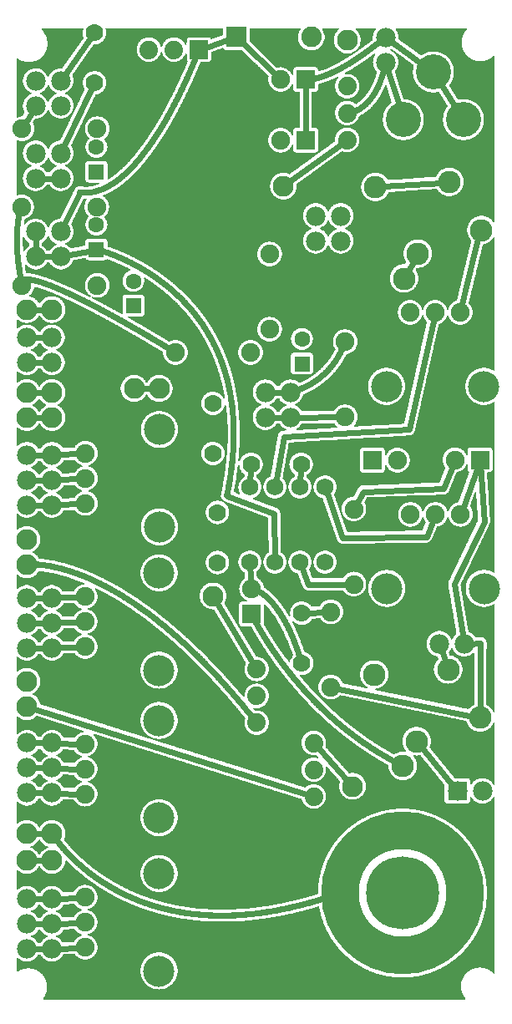
<source format=gtl>
G04 MADE WITH FRITZING*
G04 WWW.FRITZING.ORG*
G04 DOUBLE SIDED*
G04 HOLES PLATED*
G04 CONTOUR ON CENTER OF CONTOUR VECTOR*
%ASAXBY*%
%FSLAX23Y23*%
%MOIN*%
%OFA0B0*%
%SFA1.0B1.0*%
%ADD10C,0.075000*%
%ADD11C,0.291417X-0.0085826*%
%ADD12C,0.650000X0.35*%
%ADD13C,0.043622*%
%ADD14C,0.068000*%
%ADD15C,0.078000*%
%ADD16C,0.070000*%
%ADD17C,0.074000*%
%ADD18C,0.082000*%
%ADD19C,0.140000*%
%ADD20C,0.083307*%
%ADD21C,0.062992*%
%ADD22C,0.074667*%
%ADD23C,0.074695*%
%ADD24C,0.124033*%
%ADD25C,0.090020*%
%ADD26R,0.078000X0.078000*%
%ADD27R,0.075000X0.075000*%
%ADD28R,0.082000X0.082000*%
%ADD29R,0.062992X0.062992*%
%ADD30C,0.024000*%
%ADD31C,0.000100*%
%ADD32R,0.001000X0.001000*%
%LNCOPPER1*%
G90*
G70*
G54D10*
X393Y405D03*
X143Y3217D03*
X200Y3860D03*
X1022Y3860D03*
G54D11*
X1570Y455D03*
G54D12*
X1570Y455D03*
G54D11*
X1570Y455D03*
G54D12*
X1570Y455D03*
G54D13*
X1320Y455D03*
X1570Y455D03*
X1320Y455D03*
X1570Y455D03*
G54D14*
X1261Y2075D03*
X1161Y2075D03*
X1061Y2075D03*
X961Y2075D03*
X961Y1775D03*
X1061Y1775D03*
X1161Y1775D03*
X1261Y1775D03*
X1261Y2075D03*
X1161Y2075D03*
X1061Y2075D03*
X961Y2075D03*
X961Y1775D03*
X1061Y1775D03*
X1161Y1775D03*
X1261Y1775D03*
G54D15*
X1789Y863D03*
X1889Y863D03*
G54D16*
X814Y2409D03*
X814Y2209D03*
X1168Y1572D03*
X1168Y1372D03*
X966Y2166D03*
X1166Y2166D03*
X832Y1774D03*
X832Y1974D03*
X341Y3689D03*
X341Y3889D03*
G54D10*
X968Y1569D03*
X968Y1669D03*
X1880Y2184D03*
X1780Y2184D03*
X1450Y2183D03*
X1550Y2183D03*
X1184Y3459D03*
X1084Y3459D03*
G54D17*
X758Y3821D03*
X658Y3821D03*
X558Y3821D03*
X758Y3821D03*
X658Y3821D03*
X558Y3821D03*
G54D10*
X1184Y3702D03*
X1084Y3702D03*
G54D18*
X908Y3872D03*
X1206Y3872D03*
G54D19*
X1573Y3542D03*
X1813Y3542D03*
X1693Y3732D03*
G54D15*
X1503Y3771D03*
X1503Y3771D03*
X1503Y3871D03*
X206Y3408D03*
X106Y3408D03*
X206Y3408D03*
X106Y3408D03*
X106Y3308D03*
X206Y3308D03*
G54D20*
X1095Y3276D03*
X813Y1641D03*
X1371Y881D03*
X599Y2469D03*
X499Y2469D03*
X171Y2784D03*
X71Y2784D03*
G54D15*
X1123Y2454D03*
X1023Y2454D03*
X1123Y2454D03*
X1023Y2454D03*
X1023Y2354D03*
X1123Y2354D03*
X171Y2673D03*
X71Y2673D03*
X171Y2673D03*
X71Y2673D03*
X71Y2573D03*
X171Y2573D03*
G54D20*
X71Y1200D03*
X71Y1300D03*
X71Y693D03*
X171Y693D03*
X71Y585D03*
X171Y585D03*
X71Y1766D03*
X71Y1866D03*
G54D15*
X1817Y1450D03*
X1817Y1450D03*
X1717Y1450D03*
X1324Y3158D03*
X1224Y3158D03*
X1324Y3158D03*
X1224Y3158D03*
X1224Y3058D03*
X1324Y3058D03*
X206Y3095D03*
X106Y3095D03*
X206Y3095D03*
X106Y3095D03*
X106Y2995D03*
X206Y2995D03*
X206Y3697D03*
X106Y3697D03*
X206Y3697D03*
X106Y3697D03*
X106Y3597D03*
X206Y3597D03*
G54D17*
X988Y1135D03*
X988Y1242D03*
X988Y1349D03*
X988Y1135D03*
X988Y1242D03*
X988Y1349D03*
X1216Y840D03*
X1216Y947D03*
X1216Y1054D03*
X1216Y840D03*
X1216Y947D03*
X1216Y1054D03*
X1350Y3461D03*
X1350Y3568D03*
X1350Y3675D03*
X1350Y3461D03*
X1350Y3568D03*
X1350Y3675D03*
G54D10*
X1341Y2356D03*
X1341Y2656D03*
X1040Y2705D03*
X1040Y3005D03*
G54D21*
X1169Y2568D03*
X1169Y2667D03*
X496Y2800D03*
X496Y2898D03*
X348Y3024D03*
X348Y3122D03*
X348Y3334D03*
X348Y3432D03*
G54D15*
X171Y233D03*
X171Y333D03*
X171Y433D03*
X171Y233D03*
X171Y333D03*
X171Y433D03*
X71Y433D03*
X71Y333D03*
X71Y233D03*
G54D20*
X171Y2453D03*
X71Y2453D03*
X171Y2453D03*
X71Y2453D03*
X71Y2353D03*
X171Y2353D03*
G54D15*
X171Y855D03*
X171Y955D03*
X171Y1055D03*
X171Y855D03*
X171Y955D03*
X171Y1055D03*
X71Y1055D03*
X71Y955D03*
X71Y855D03*
X171Y1434D03*
X171Y1534D03*
X171Y1634D03*
X171Y1434D03*
X171Y1534D03*
X171Y1634D03*
X71Y1634D03*
X71Y1534D03*
X71Y1434D03*
X171Y2004D03*
X171Y2104D03*
X171Y2204D03*
X171Y2004D03*
X171Y2104D03*
X171Y2204D03*
X71Y2204D03*
X71Y2104D03*
X71Y2004D03*
G54D22*
X303Y439D03*
X303Y339D03*
G54D23*
X303Y239D03*
G54D24*
X598Y533D03*
X598Y144D03*
G54D22*
X303Y1050D03*
X303Y950D03*
G54D23*
X303Y850D03*
G54D24*
X598Y1144D03*
X598Y756D03*
G54D22*
X1801Y2772D03*
X1701Y2772D03*
G54D23*
X1601Y2772D03*
G54D24*
X1895Y2477D03*
X1506Y2477D03*
G54D22*
X303Y1639D03*
X303Y1539D03*
G54D23*
X303Y1439D03*
G54D24*
X598Y1733D03*
X598Y1344D03*
G54D22*
X304Y2210D03*
X304Y2110D03*
G54D23*
X304Y2010D03*
G54D24*
X600Y2305D03*
X600Y1916D03*
G54D25*
X1572Y962D03*
X1627Y1061D03*
X1458Y1327D03*
X1753Y1347D03*
X1881Y1155D03*
X1576Y2908D03*
X1631Y3007D03*
X1462Y3273D03*
X1757Y3293D03*
X1885Y3101D03*
G54D10*
X964Y2613D03*
X664Y2613D03*
X352Y2880D03*
X52Y2880D03*
X350Y3193D03*
X50Y3193D03*
X352Y3506D03*
X52Y3506D03*
X1284Y1577D03*
X1284Y1277D03*
X1376Y1688D03*
X1376Y1988D03*
G54D20*
X1350Y3861D03*
G54D22*
X1802Y1966D03*
X1702Y1966D03*
G54D23*
X1602Y1966D03*
G54D24*
X1896Y1671D03*
X1508Y1671D03*
G54D26*
X1789Y863D03*
G54D27*
X968Y1569D03*
X1880Y2184D03*
X1450Y2183D03*
X1184Y3459D03*
X1184Y3702D03*
G54D28*
X907Y3872D03*
G54D29*
X1169Y2568D03*
X496Y2800D03*
X348Y3024D03*
X348Y3334D03*
G54D30*
X90Y1634D02*
X152Y1634D01*
D02*
X90Y2004D02*
X152Y2004D01*
D02*
X90Y233D02*
X152Y233D01*
D02*
X90Y333D02*
X152Y333D01*
D02*
X90Y433D02*
X152Y433D01*
D02*
X90Y855D02*
X152Y855D01*
D02*
X90Y955D02*
X152Y955D01*
D02*
X90Y1055D02*
X152Y1055D01*
D02*
X90Y1434D02*
X152Y1434D01*
D02*
X90Y1534D02*
X152Y1534D01*
D02*
X93Y2353D02*
X149Y2353D01*
D02*
X93Y2453D02*
X149Y2453D01*
D02*
X1723Y1432D02*
X1743Y1376D01*
D02*
X1882Y1453D02*
X1836Y1451D01*
D02*
X1881Y1185D02*
X1882Y1453D01*
D02*
X1777Y877D02*
X1646Y1038D01*
D02*
X92Y1194D02*
X1196Y846D01*
D02*
X149Y585D02*
X93Y585D01*
D02*
X149Y693D02*
X93Y693D01*
D02*
X577Y2469D02*
X520Y2469D01*
D02*
X1058Y1970D02*
X1061Y1791D01*
D02*
X869Y2041D02*
X1058Y1970D01*
D02*
X1112Y3289D02*
X1333Y3449D01*
D02*
X825Y1622D02*
X978Y1366D01*
D02*
X1229Y1039D02*
X1356Y897D01*
D02*
X1104Y2354D02*
X1042Y2354D01*
D02*
X1104Y2454D02*
X1042Y2454D01*
D02*
X1162Y2091D02*
X1165Y2151D01*
D02*
X962Y2091D02*
X965Y2151D01*
D02*
X1359Y1688D02*
X1194Y1687D01*
D02*
X1194Y1687D02*
X1167Y1760D01*
D02*
X967Y1686D02*
X962Y1759D01*
D02*
X1183Y1573D02*
X1267Y1576D01*
D02*
X1851Y1161D02*
X1301Y1274D01*
D02*
X1096Y2276D02*
X1064Y2091D01*
D02*
X1696Y2752D02*
X1596Y2305D01*
D02*
X1596Y2305D02*
X1096Y2276D01*
D02*
X90Y1534D02*
X152Y1534D01*
D02*
X90Y1634D02*
X152Y1634D01*
D02*
X90Y2004D02*
X152Y2004D01*
D02*
X90Y2204D02*
X152Y2204D01*
D02*
X90Y233D02*
X152Y233D01*
D02*
X90Y333D02*
X152Y333D01*
D02*
X90Y433D02*
X152Y433D01*
D02*
X90Y855D02*
X152Y855D01*
D02*
X90Y955D02*
X152Y955D01*
D02*
X90Y1055D02*
X152Y1055D01*
D02*
X90Y1434D02*
X152Y1434D01*
D02*
X283Y3252D02*
X214Y3112D01*
D02*
X90Y2004D02*
X152Y2004D01*
D02*
X90Y2104D02*
X152Y2104D01*
D02*
X90Y2204D02*
X152Y2204D01*
D02*
X90Y855D02*
X152Y855D01*
D02*
X90Y955D02*
X152Y955D01*
D02*
X90Y1055D02*
X152Y1055D01*
D02*
X90Y233D02*
X152Y233D01*
D02*
X90Y333D02*
X152Y333D01*
D02*
X190Y433D02*
X282Y438D01*
D02*
X90Y1434D02*
X152Y1434D01*
D02*
X190Y1435D02*
X282Y1438D01*
D02*
X90Y1534D02*
X152Y1534D01*
D02*
X190Y1535D02*
X282Y1538D01*
D02*
X90Y1634D02*
X152Y1634D01*
D02*
X190Y1635D02*
X282Y1638D01*
D02*
X1720Y3689D02*
X1787Y3584D01*
D02*
X1727Y3291D02*
X1492Y3275D01*
D02*
X1617Y2981D02*
X1591Y2934D01*
D02*
X225Y2999D02*
X333Y3021D01*
D02*
X96Y3581D02*
X61Y3521D01*
D02*
X90Y2573D02*
X152Y2573D01*
D02*
X90Y2673D02*
X152Y2673D01*
D02*
X93Y2784D02*
X149Y2784D01*
D02*
X190Y2005D02*
X284Y2009D01*
D02*
X190Y2105D02*
X284Y2109D01*
D02*
X190Y2205D02*
X284Y2209D01*
D02*
X190Y854D02*
X282Y850D01*
D02*
X190Y954D02*
X282Y951D01*
D02*
X190Y1054D02*
X282Y1051D01*
D02*
X90Y433D02*
X152Y433D01*
D02*
X190Y233D02*
X282Y238D01*
D02*
X190Y333D02*
X282Y338D01*
D02*
X1653Y3761D02*
X1518Y3859D01*
D02*
X1559Y3590D02*
X1508Y3753D01*
D02*
X1184Y3685D02*
X1184Y3477D01*
D02*
X776Y3828D02*
X888Y3865D01*
D02*
X923Y3857D02*
X1071Y3715D01*
D02*
X1071Y3715D02*
X923Y3857D01*
D02*
X125Y3308D02*
X187Y3308D01*
D02*
X335Y3675D02*
X214Y3425D01*
D02*
X106Y3014D02*
X106Y3076D01*
D02*
X187Y2995D02*
X125Y2995D01*
D02*
X332Y3876D02*
X217Y3713D01*
D02*
X152Y2573D02*
X90Y2573D01*
D02*
X149Y2353D02*
X93Y2353D01*
D02*
X1805Y2792D02*
X1885Y3123D01*
D02*
X1885Y3123D02*
X1885Y3123D01*
D02*
X1324Y2356D02*
X1142Y2354D01*
D02*
X1266Y2060D02*
X1332Y1872D01*
D02*
X1666Y1878D02*
X1694Y1947D01*
D02*
X1332Y1872D02*
X1666Y1878D01*
D02*
X1814Y1469D02*
X1777Y1689D01*
D02*
X1896Y1938D02*
X1881Y2167D01*
D02*
X1777Y1689D02*
X1896Y1938D01*
D02*
X1734Y2070D02*
X1414Y2058D01*
D02*
X1414Y2058D02*
X1385Y2004D01*
D02*
X1773Y2168D02*
X1734Y2070D01*
D02*
X1874Y2168D02*
X1809Y1986D01*
G54D31*
G36*
X126Y308D02*
X127Y308D01*
X127Y307D01*
X128Y305D01*
X129Y303D01*
X135Y297D01*
X136Y296D01*
X142Y291D01*
X143Y290D01*
X151Y286D01*
X153Y285D01*
X153Y285D01*
X154Y284D01*
X154Y283D01*
X154Y282D01*
X154Y281D01*
X153Y281D01*
X153Y280D01*
X150Y279D01*
X143Y275D01*
X141Y274D01*
X135Y269D01*
X134Y268D01*
X129Y261D01*
X128Y260D01*
X127Y258D01*
X126Y257D01*
X125Y257D01*
X125Y257D01*
X117Y257D01*
X116Y257D01*
X115Y257D01*
X115Y258D01*
X113Y261D01*
X112Y262D01*
X107Y268D01*
X106Y269D01*
X100Y275D01*
X98Y275D01*
X91Y279D01*
X89Y280D01*
X89Y280D01*
X88Y281D01*
X88Y282D01*
X88Y283D01*
X88Y284D01*
X88Y285D01*
X89Y285D01*
X92Y286D01*
X99Y290D01*
X100Y291D01*
X107Y296D01*
X108Y297D01*
X113Y304D01*
X114Y305D01*
X115Y307D01*
X116Y308D01*
X116Y308D01*
X117Y309D01*
X125Y309D01*
X126Y308D01*
D02*
G37*
D02*
G36*
X126Y308D02*
X127Y308D01*
X127Y307D01*
X128Y305D01*
X129Y303D01*
X135Y297D01*
X136Y296D01*
X142Y291D01*
X143Y290D01*
X151Y286D01*
X153Y285D01*
X153Y285D01*
X154Y284D01*
X154Y283D01*
X154Y282D01*
X154Y281D01*
X153Y281D01*
X153Y280D01*
X150Y279D01*
X143Y275D01*
X141Y274D01*
X135Y269D01*
X134Y268D01*
X129Y261D01*
X128Y260D01*
X127Y258D01*
X126Y257D01*
X125Y257D01*
X125Y257D01*
X117Y257D01*
X116Y257D01*
X115Y257D01*
X115Y258D01*
X113Y261D01*
X112Y262D01*
X107Y268D01*
X106Y269D01*
X100Y275D01*
X98Y275D01*
X91Y279D01*
X89Y280D01*
X89Y280D01*
X88Y281D01*
X88Y282D01*
X88Y283D01*
X88Y284D01*
X88Y285D01*
X89Y285D01*
X92Y286D01*
X99Y290D01*
X100Y291D01*
X107Y296D01*
X108Y297D01*
X113Y304D01*
X114Y305D01*
X115Y307D01*
X116Y308D01*
X116Y308D01*
X117Y309D01*
X125Y309D01*
X126Y308D01*
D02*
G37*
D02*
G36*
X261Y312D02*
X262Y312D01*
X262Y311D01*
X263Y310D01*
X267Y305D01*
X269Y303D01*
X275Y298D01*
X276Y297D01*
X283Y294D01*
X285Y293D01*
X290Y291D01*
X291Y291D01*
X291Y290D01*
X292Y289D01*
X292Y288D01*
X291Y287D01*
X291Y287D01*
X290Y286D01*
X290Y286D01*
X284Y284D01*
X283Y283D01*
X276Y280D01*
X275Y279D01*
X268Y274D01*
X267Y273D01*
X262Y266D01*
X262Y265D01*
X260Y262D01*
X259Y261D01*
X258Y261D01*
X258Y261D01*
X216Y259D01*
X215Y259D01*
X214Y260D01*
X212Y262D01*
X207Y268D01*
X206Y269D01*
X200Y275D01*
X198Y275D01*
X191Y279D01*
X189Y280D01*
X189Y280D01*
X188Y281D01*
X188Y282D01*
X188Y283D01*
X188Y284D01*
X188Y285D01*
X189Y285D01*
X192Y286D01*
X199Y290D01*
X200Y291D01*
X207Y296D01*
X208Y297D01*
X213Y304D01*
X214Y305D01*
X216Y309D01*
X217Y310D01*
X218Y311D01*
X218Y311D01*
X260Y313D01*
X261Y312D01*
D02*
G37*
D02*
G36*
X261Y312D02*
X262Y312D01*
X262Y311D01*
X263Y310D01*
X267Y305D01*
X269Y303D01*
X275Y298D01*
X276Y297D01*
X283Y294D01*
X285Y293D01*
X290Y291D01*
X291Y291D01*
X291Y290D01*
X292Y289D01*
X292Y288D01*
X291Y287D01*
X291Y287D01*
X290Y286D01*
X290Y286D01*
X284Y284D01*
X283Y283D01*
X276Y280D01*
X275Y279D01*
X268Y274D01*
X267Y273D01*
X262Y266D01*
X262Y265D01*
X260Y262D01*
X259Y261D01*
X258Y261D01*
X258Y261D01*
X216Y259D01*
X215Y259D01*
X214Y260D01*
X212Y262D01*
X207Y268D01*
X206Y269D01*
X200Y275D01*
X198Y275D01*
X191Y279D01*
X189Y280D01*
X189Y280D01*
X188Y281D01*
X188Y282D01*
X188Y283D01*
X188Y284D01*
X188Y285D01*
X189Y285D01*
X192Y286D01*
X199Y290D01*
X200Y291D01*
X207Y296D01*
X208Y297D01*
X213Y304D01*
X214Y305D01*
X216Y309D01*
X217Y310D01*
X218Y311D01*
X218Y311D01*
X260Y313D01*
X261Y312D01*
D02*
G37*
D02*
G36*
X126Y408D02*
X127Y408D01*
X127Y407D01*
X129Y404D01*
X129Y403D01*
X135Y397D01*
X136Y396D01*
X142Y391D01*
X143Y390D01*
X151Y386D01*
X153Y385D01*
X153Y385D01*
X154Y384D01*
X154Y383D01*
X154Y382D01*
X154Y381D01*
X153Y381D01*
X153Y380D01*
X150Y379D01*
X143Y375D01*
X141Y374D01*
X135Y369D01*
X134Y368D01*
X129Y361D01*
X128Y360D01*
X127Y358D01*
X126Y357D01*
X125Y357D01*
X125Y357D01*
X117Y357D01*
X116Y357D01*
X115Y357D01*
X115Y358D01*
X114Y360D01*
X112Y362D01*
X107Y368D01*
X106Y369D01*
X100Y375D01*
X98Y375D01*
X91Y379D01*
X89Y380D01*
X89Y380D01*
X88Y381D01*
X88Y382D01*
X88Y383D01*
X88Y384D01*
X88Y385D01*
X89Y385D01*
X92Y386D01*
X99Y390D01*
X100Y391D01*
X107Y396D01*
X108Y397D01*
X113Y404D01*
X114Y405D01*
X115Y407D01*
X116Y408D01*
X116Y408D01*
X117Y409D01*
X125Y409D01*
X126Y408D01*
D02*
G37*
D02*
G36*
X126Y408D02*
X127Y408D01*
X127Y407D01*
X129Y404D01*
X129Y403D01*
X135Y397D01*
X136Y396D01*
X142Y391D01*
X143Y390D01*
X151Y386D01*
X153Y385D01*
X153Y385D01*
X154Y384D01*
X154Y383D01*
X154Y382D01*
X154Y381D01*
X153Y381D01*
X153Y380D01*
X150Y379D01*
X143Y375D01*
X141Y374D01*
X135Y369D01*
X134Y368D01*
X129Y361D01*
X128Y360D01*
X127Y358D01*
X126Y357D01*
X125Y357D01*
X125Y357D01*
X117Y357D01*
X116Y357D01*
X115Y357D01*
X115Y358D01*
X114Y360D01*
X112Y362D01*
X107Y368D01*
X106Y369D01*
X100Y375D01*
X98Y375D01*
X91Y379D01*
X89Y380D01*
X89Y380D01*
X88Y381D01*
X88Y382D01*
X88Y383D01*
X88Y384D01*
X88Y385D01*
X89Y385D01*
X92Y386D01*
X99Y390D01*
X100Y391D01*
X107Y396D01*
X108Y397D01*
X113Y404D01*
X114Y405D01*
X115Y407D01*
X116Y408D01*
X116Y408D01*
X117Y409D01*
X125Y409D01*
X126Y408D01*
D02*
G37*
D02*
G36*
X261Y412D02*
X262Y412D01*
X267Y405D01*
X269Y403D01*
X275Y398D01*
X276Y397D01*
X284Y393D01*
X290Y391D01*
X291Y391D01*
X291Y390D01*
X292Y389D01*
X292Y388D01*
X291Y388D01*
X291Y387D01*
X290Y386D01*
X290Y386D01*
X284Y384D01*
X283Y383D01*
X276Y380D01*
X275Y379D01*
X269Y374D01*
X267Y372D01*
X262Y366D01*
X262Y365D01*
X260Y362D01*
X259Y361D01*
X258Y361D01*
X258Y361D01*
X216Y359D01*
X215Y359D01*
X214Y360D01*
X212Y362D01*
X207Y368D01*
X206Y369D01*
X200Y375D01*
X198Y375D01*
X191Y379D01*
X189Y380D01*
X189Y380D01*
X188Y381D01*
X188Y382D01*
X188Y383D01*
X188Y384D01*
X188Y385D01*
X189Y385D01*
X192Y386D01*
X199Y390D01*
X200Y391D01*
X207Y396D01*
X208Y397D01*
X213Y404D01*
X214Y405D01*
X216Y409D01*
X217Y410D01*
X218Y411D01*
X218Y411D01*
X260Y413D01*
X261Y412D01*
D02*
G37*
D02*
G36*
X261Y412D02*
X262Y412D01*
X267Y405D01*
X269Y403D01*
X275Y398D01*
X276Y397D01*
X284Y393D01*
X290Y391D01*
X291Y391D01*
X291Y390D01*
X292Y389D01*
X292Y388D01*
X291Y388D01*
X291Y387D01*
X290Y386D01*
X290Y386D01*
X284Y384D01*
X283Y383D01*
X276Y380D01*
X275Y379D01*
X269Y374D01*
X267Y372D01*
X262Y366D01*
X262Y365D01*
X260Y362D01*
X259Y361D01*
X258Y361D01*
X258Y361D01*
X216Y359D01*
X215Y359D01*
X214Y360D01*
X212Y362D01*
X207Y368D01*
X206Y369D01*
X200Y375D01*
X198Y375D01*
X191Y379D01*
X189Y380D01*
X189Y380D01*
X188Y381D01*
X188Y382D01*
X188Y383D01*
X188Y384D01*
X188Y385D01*
X189Y385D01*
X192Y386D01*
X199Y390D01*
X200Y391D01*
X207Y396D01*
X208Y397D01*
X213Y404D01*
X214Y405D01*
X216Y409D01*
X217Y410D01*
X218Y411D01*
X218Y411D01*
X260Y413D01*
X261Y412D01*
D02*
G37*
D02*
G36*
X122Y669D02*
X123Y669D01*
X124Y668D01*
X124Y667D01*
X126Y663D01*
X127Y662D01*
X133Y655D01*
X134Y654D01*
X141Y649D01*
X142Y648D01*
X150Y644D01*
X155Y642D01*
X156Y641D01*
X157Y641D01*
X157Y640D01*
X157Y639D01*
X157Y639D01*
X157Y638D01*
X156Y637D01*
X156Y637D01*
X155Y636D01*
X150Y635D01*
X149Y634D01*
X141Y630D01*
X140Y629D01*
X133Y624D01*
X132Y622D01*
X127Y616D01*
X124Y611D01*
X124Y610D01*
X123Y610D01*
X122Y609D01*
X120Y610D01*
X119Y610D01*
X118Y610D01*
X118Y611D01*
X115Y615D01*
X115Y616D01*
X109Y623D01*
X108Y624D01*
X101Y630D01*
X100Y630D01*
X92Y635D01*
X91Y635D01*
X86Y637D01*
X85Y637D01*
X85Y638D01*
X85Y639D01*
X85Y640D01*
X85Y641D01*
X86Y641D01*
X86Y642D01*
X91Y643D01*
X93Y644D01*
X101Y648D01*
X102Y649D01*
X109Y655D01*
X110Y656D01*
X115Y663D01*
X118Y667D01*
X118Y668D01*
X119Y669D01*
X120Y669D01*
X122Y669D01*
D02*
G37*
D02*
G36*
X122Y669D02*
X123Y669D01*
X124Y668D01*
X124Y667D01*
X126Y663D01*
X127Y662D01*
X133Y655D01*
X134Y654D01*
X141Y649D01*
X142Y648D01*
X150Y644D01*
X155Y642D01*
X156Y641D01*
X157Y641D01*
X157Y640D01*
X157Y639D01*
X157Y639D01*
X157Y638D01*
X156Y637D01*
X156Y637D01*
X155Y636D01*
X150Y635D01*
X149Y634D01*
X141Y630D01*
X140Y629D01*
X133Y624D01*
X132Y622D01*
X127Y616D01*
X124Y611D01*
X124Y610D01*
X123Y610D01*
X122Y609D01*
X120Y610D01*
X119Y610D01*
X118Y610D01*
X118Y611D01*
X115Y615D01*
X115Y616D01*
X109Y623D01*
X108Y624D01*
X101Y630D01*
X100Y630D01*
X92Y635D01*
X91Y635D01*
X86Y637D01*
X85Y637D01*
X85Y638D01*
X85Y639D01*
X85Y640D01*
X85Y641D01*
X86Y641D01*
X86Y642D01*
X91Y643D01*
X93Y644D01*
X101Y648D01*
X102Y649D01*
X109Y655D01*
X110Y656D01*
X115Y663D01*
X118Y667D01*
X118Y668D01*
X119Y669D01*
X120Y669D01*
X122Y669D01*
D02*
G37*
D02*
G36*
X258Y927D02*
X259Y927D01*
X259Y927D01*
X260Y927D01*
X260Y926D01*
X262Y922D01*
X263Y921D01*
X268Y915D01*
X269Y914D01*
X275Y909D01*
X276Y908D01*
X283Y905D01*
X285Y904D01*
X290Y902D01*
X291Y902D01*
X291Y901D01*
X292Y900D01*
X292Y900D01*
X291Y899D01*
X291Y898D01*
X290Y897D01*
X290Y897D01*
X284Y895D01*
X276Y891D01*
X275Y890D01*
X269Y885D01*
X267Y883D01*
X262Y877D01*
X261Y876D01*
X261Y876D01*
X260Y875D01*
X259Y875D01*
X218Y877D01*
X217Y877D01*
X217Y877D01*
X216Y878D01*
X216Y879D01*
X213Y883D01*
X212Y884D01*
X207Y891D01*
X206Y892D01*
X200Y897D01*
X199Y897D01*
X191Y902D01*
X189Y902D01*
X189Y903D01*
X188Y903D01*
X188Y905D01*
X188Y906D01*
X188Y906D01*
X189Y907D01*
X189Y907D01*
X192Y908D01*
X199Y913D01*
X200Y913D01*
X207Y918D01*
X208Y920D01*
X213Y926D01*
X214Y928D01*
X215Y929D01*
X216Y929D01*
X216Y929D01*
X258Y927D01*
D02*
G37*
D02*
G36*
X258Y927D02*
X259Y927D01*
X259Y927D01*
X260Y927D01*
X260Y926D01*
X262Y922D01*
X263Y921D01*
X268Y915D01*
X269Y914D01*
X275Y909D01*
X276Y908D01*
X283Y905D01*
X285Y904D01*
X290Y902D01*
X291Y902D01*
X291Y901D01*
X292Y900D01*
X292Y900D01*
X291Y899D01*
X291Y898D01*
X290Y897D01*
X290Y897D01*
X284Y895D01*
X276Y891D01*
X275Y890D01*
X269Y885D01*
X267Y883D01*
X262Y877D01*
X261Y876D01*
X261Y876D01*
X260Y875D01*
X259Y875D01*
X218Y877D01*
X217Y877D01*
X217Y877D01*
X216Y878D01*
X216Y879D01*
X213Y883D01*
X212Y884D01*
X207Y891D01*
X206Y892D01*
X200Y897D01*
X199Y897D01*
X191Y902D01*
X189Y902D01*
X189Y903D01*
X188Y903D01*
X188Y905D01*
X188Y906D01*
X188Y906D01*
X189Y907D01*
X189Y907D01*
X192Y908D01*
X199Y913D01*
X200Y913D01*
X207Y918D01*
X208Y920D01*
X213Y926D01*
X214Y928D01*
X215Y929D01*
X216Y929D01*
X216Y929D01*
X258Y927D01*
D02*
G37*
D02*
G36*
X126Y931D02*
X127Y930D01*
X127Y929D01*
X129Y926D01*
X129Y925D01*
X135Y919D01*
X135Y918D01*
X142Y913D01*
X143Y912D01*
X151Y908D01*
X153Y907D01*
X153Y907D01*
X154Y906D01*
X154Y905D01*
X154Y904D01*
X154Y904D01*
X153Y903D01*
X153Y902D01*
X150Y901D01*
X143Y897D01*
X142Y896D01*
X135Y891D01*
X134Y890D01*
X129Y883D01*
X127Y880D01*
X126Y879D01*
X126Y879D01*
X125Y879D01*
X117Y879D01*
X116Y879D01*
X115Y880D01*
X115Y880D01*
X113Y883D01*
X112Y884D01*
X107Y891D01*
X106Y892D01*
X100Y897D01*
X99Y897D01*
X91Y902D01*
X89Y902D01*
X89Y903D01*
X88Y903D01*
X88Y905D01*
X88Y906D01*
X88Y906D01*
X89Y907D01*
X89Y907D01*
X92Y908D01*
X99Y913D01*
X100Y913D01*
X107Y918D01*
X108Y920D01*
X113Y926D01*
X115Y930D01*
X116Y930D01*
X116Y931D01*
X117Y931D01*
X125Y931D01*
X126Y931D01*
D02*
G37*
D02*
G36*
X126Y931D02*
X127Y930D01*
X127Y929D01*
X129Y926D01*
X129Y925D01*
X135Y919D01*
X135Y918D01*
X142Y913D01*
X143Y912D01*
X151Y908D01*
X153Y907D01*
X153Y907D01*
X154Y906D01*
X154Y905D01*
X154Y904D01*
X154Y904D01*
X153Y903D01*
X153Y902D01*
X150Y901D01*
X143Y897D01*
X142Y896D01*
X135Y891D01*
X134Y890D01*
X129Y883D01*
X127Y880D01*
X126Y879D01*
X126Y879D01*
X125Y879D01*
X117Y879D01*
X116Y879D01*
X115Y880D01*
X115Y880D01*
X113Y883D01*
X112Y884D01*
X107Y891D01*
X106Y892D01*
X100Y897D01*
X99Y897D01*
X91Y902D01*
X89Y902D01*
X89Y903D01*
X88Y903D01*
X88Y905D01*
X88Y906D01*
X88Y906D01*
X89Y907D01*
X89Y907D01*
X92Y908D01*
X99Y913D01*
X100Y913D01*
X107Y918D01*
X108Y920D01*
X113Y926D01*
X115Y930D01*
X116Y930D01*
X116Y931D01*
X117Y931D01*
X125Y931D01*
X126Y931D01*
D02*
G37*
D02*
G36*
X258Y1027D02*
X259Y1027D01*
X259Y1027D01*
X260Y1027D01*
X260Y1026D01*
X262Y1022D01*
X263Y1021D01*
X268Y1015D01*
X269Y1014D01*
X275Y1009D01*
X284Y1005D01*
X285Y1004D01*
X290Y1002D01*
X291Y1002D01*
X291Y1001D01*
X292Y1000D01*
X292Y1000D01*
X291Y999D01*
X291Y998D01*
X290Y997D01*
X290Y997D01*
X285Y995D01*
X283Y995D01*
X276Y991D01*
X275Y990D01*
X269Y985D01*
X267Y983D01*
X262Y977D01*
X262Y977D01*
X261Y976D01*
X261Y976D01*
X259Y975D01*
X218Y977D01*
X217Y977D01*
X217Y977D01*
X216Y978D01*
X216Y979D01*
X213Y983D01*
X212Y984D01*
X207Y991D01*
X206Y992D01*
X200Y997D01*
X199Y997D01*
X191Y1002D01*
X189Y1002D01*
X189Y1003D01*
X188Y1003D01*
X188Y1005D01*
X188Y1006D01*
X188Y1006D01*
X189Y1007D01*
X189Y1007D01*
X192Y1008D01*
X199Y1013D01*
X200Y1013D01*
X207Y1018D01*
X208Y1020D01*
X213Y1026D01*
X214Y1028D01*
X215Y1029D01*
X216Y1029D01*
X216Y1029D01*
X258Y1027D01*
D02*
G37*
D02*
G36*
X258Y1027D02*
X259Y1027D01*
X259Y1027D01*
X260Y1027D01*
X260Y1026D01*
X262Y1022D01*
X263Y1021D01*
X268Y1015D01*
X269Y1014D01*
X275Y1009D01*
X284Y1005D01*
X285Y1004D01*
X290Y1002D01*
X291Y1002D01*
X291Y1001D01*
X292Y1000D01*
X292Y1000D01*
X291Y999D01*
X291Y998D01*
X290Y997D01*
X290Y997D01*
X285Y995D01*
X283Y995D01*
X276Y991D01*
X275Y990D01*
X269Y985D01*
X267Y983D01*
X262Y977D01*
X262Y977D01*
X261Y976D01*
X261Y976D01*
X259Y975D01*
X218Y977D01*
X217Y977D01*
X217Y977D01*
X216Y978D01*
X216Y979D01*
X213Y983D01*
X212Y984D01*
X207Y991D01*
X206Y992D01*
X200Y997D01*
X199Y997D01*
X191Y1002D01*
X189Y1002D01*
X189Y1003D01*
X188Y1003D01*
X188Y1005D01*
X188Y1006D01*
X188Y1006D01*
X189Y1007D01*
X189Y1007D01*
X192Y1008D01*
X199Y1013D01*
X200Y1013D01*
X207Y1018D01*
X208Y1020D01*
X213Y1026D01*
X214Y1028D01*
X215Y1029D01*
X216Y1029D01*
X216Y1029D01*
X258Y1027D01*
D02*
G37*
D02*
G36*
X126Y1031D02*
X127Y1030D01*
X127Y1029D01*
X129Y1026D01*
X129Y1025D01*
X135Y1019D01*
X135Y1018D01*
X142Y1013D01*
X143Y1012D01*
X151Y1008D01*
X153Y1007D01*
X153Y1007D01*
X154Y1006D01*
X154Y1005D01*
X154Y1004D01*
X154Y1004D01*
X153Y1003D01*
X153Y1002D01*
X150Y1001D01*
X143Y997D01*
X142Y996D01*
X135Y991D01*
X134Y990D01*
X129Y983D01*
X127Y980D01*
X126Y979D01*
X126Y979D01*
X125Y979D01*
X117Y979D01*
X116Y979D01*
X115Y980D01*
X115Y980D01*
X113Y983D01*
X112Y984D01*
X107Y991D01*
X106Y992D01*
X100Y997D01*
X99Y997D01*
X91Y1002D01*
X89Y1002D01*
X89Y1003D01*
X88Y1003D01*
X88Y1005D01*
X88Y1006D01*
X88Y1006D01*
X89Y1007D01*
X89Y1007D01*
X92Y1008D01*
X99Y1013D01*
X100Y1013D01*
X107Y1018D01*
X108Y1020D01*
X113Y1026D01*
X115Y1030D01*
X116Y1030D01*
X116Y1031D01*
X117Y1031D01*
X125Y1031D01*
X126Y1031D01*
D02*
G37*
D02*
G36*
X126Y1031D02*
X127Y1030D01*
X127Y1029D01*
X129Y1026D01*
X129Y1025D01*
X135Y1019D01*
X135Y1018D01*
X142Y1013D01*
X143Y1012D01*
X151Y1008D01*
X153Y1007D01*
X153Y1007D01*
X154Y1006D01*
X154Y1005D01*
X154Y1004D01*
X154Y1004D01*
X153Y1003D01*
X153Y1002D01*
X150Y1001D01*
X143Y997D01*
X142Y996D01*
X135Y991D01*
X134Y990D01*
X129Y983D01*
X127Y980D01*
X126Y979D01*
X126Y979D01*
X125Y979D01*
X117Y979D01*
X116Y979D01*
X115Y980D01*
X115Y980D01*
X113Y983D01*
X112Y984D01*
X107Y991D01*
X106Y992D01*
X100Y997D01*
X99Y997D01*
X91Y1002D01*
X89Y1002D01*
X89Y1003D01*
X88Y1003D01*
X88Y1005D01*
X88Y1006D01*
X88Y1006D01*
X89Y1007D01*
X89Y1007D01*
X92Y1008D01*
X99Y1013D01*
X100Y1013D01*
X107Y1018D01*
X108Y1020D01*
X113Y1026D01*
X115Y1030D01*
X116Y1030D01*
X116Y1031D01*
X117Y1031D01*
X125Y1031D01*
X126Y1031D01*
D02*
G37*
D02*
G36*
X111Y1162D02*
X297Y1104D01*
X297Y1104D01*
X298Y1103D01*
X298Y1102D01*
X298Y1102D01*
X298Y1101D01*
X298Y1100D01*
X297Y1099D01*
X297Y1099D01*
X296Y1098D01*
X293Y1098D01*
X284Y1095D01*
X276Y1091D01*
X275Y1090D01*
X269Y1085D01*
X267Y1084D01*
X262Y1078D01*
X262Y1077D01*
X261Y1076D01*
X260Y1076D01*
X259Y1075D01*
X218Y1077D01*
X217Y1077D01*
X217Y1077D01*
X216Y1078D01*
X216Y1079D01*
X213Y1083D01*
X212Y1084D01*
X207Y1091D01*
X206Y1092D01*
X200Y1097D01*
X199Y1097D01*
X191Y1102D01*
X190Y1102D01*
X181Y1105D01*
X177Y1105D01*
X171Y1106D01*
X165Y1105D01*
X160Y1105D01*
X160Y1104D01*
X151Y1102D01*
X143Y1097D01*
X142Y1096D01*
X135Y1091D01*
X134Y1090D01*
X129Y1083D01*
X127Y1080D01*
X126Y1079D01*
X126Y1079D01*
X125Y1079D01*
X117Y1079D01*
X116Y1079D01*
X115Y1080D01*
X115Y1080D01*
X113Y1083D01*
X112Y1084D01*
X107Y1091D01*
X106Y1092D01*
X100Y1097D01*
X99Y1097D01*
X91Y1102D01*
X90Y1102D01*
X81Y1105D01*
X77Y1105D01*
X71Y1106D01*
X65Y1105D01*
X60Y1105D01*
X60Y1104D01*
X51Y1102D01*
X43Y1097D01*
X42Y1096D01*
X34Y1091D01*
X33Y1090D01*
X32Y1090D01*
X32Y1091D01*
X31Y1091D01*
X30Y1092D01*
X30Y1092D01*
X30Y1093D01*
X30Y1159D01*
X30Y1160D01*
X31Y1160D01*
X32Y1161D01*
X32Y1161D01*
X33Y1161D01*
X34Y1161D01*
X35Y1161D01*
X41Y1156D01*
X42Y1155D01*
X50Y1151D01*
X51Y1151D01*
X60Y1148D01*
X65Y1147D01*
X71Y1146D01*
X76Y1147D01*
X77Y1147D01*
X82Y1148D01*
X91Y1151D01*
X93Y1151D01*
X101Y1156D01*
X102Y1156D01*
X109Y1162D01*
X110Y1162D01*
X110Y1162D01*
X111Y1162D01*
D02*
G37*
D02*
G36*
X111Y1162D02*
X297Y1104D01*
X297Y1104D01*
X298Y1103D01*
X298Y1102D01*
X298Y1102D01*
X298Y1101D01*
X298Y1100D01*
X297Y1099D01*
X297Y1099D01*
X296Y1098D01*
X293Y1098D01*
X284Y1095D01*
X276Y1091D01*
X275Y1090D01*
X269Y1085D01*
X267Y1084D01*
X262Y1078D01*
X262Y1077D01*
X261Y1076D01*
X260Y1076D01*
X259Y1075D01*
X218Y1077D01*
X217Y1077D01*
X217Y1077D01*
X216Y1078D01*
X216Y1079D01*
X213Y1083D01*
X212Y1084D01*
X207Y1091D01*
X206Y1092D01*
X200Y1097D01*
X199Y1097D01*
X191Y1102D01*
X190Y1102D01*
X181Y1105D01*
X177Y1105D01*
X171Y1106D01*
X165Y1105D01*
X160Y1105D01*
X160Y1104D01*
X151Y1102D01*
X143Y1097D01*
X142Y1096D01*
X135Y1091D01*
X134Y1090D01*
X129Y1083D01*
X127Y1080D01*
X126Y1079D01*
X126Y1079D01*
X125Y1079D01*
X117Y1079D01*
X116Y1079D01*
X115Y1080D01*
X115Y1080D01*
X113Y1083D01*
X112Y1084D01*
X107Y1091D01*
X106Y1092D01*
X100Y1097D01*
X99Y1097D01*
X91Y1102D01*
X90Y1102D01*
X81Y1105D01*
X77Y1105D01*
X71Y1106D01*
X65Y1105D01*
X60Y1105D01*
X60Y1104D01*
X51Y1102D01*
X43Y1097D01*
X42Y1096D01*
X34Y1091D01*
X33Y1090D01*
X32Y1090D01*
X32Y1091D01*
X31Y1091D01*
X30Y1092D01*
X30Y1092D01*
X30Y1093D01*
X30Y1159D01*
X30Y1160D01*
X31Y1160D01*
X32Y1161D01*
X32Y1161D01*
X33Y1161D01*
X34Y1161D01*
X35Y1161D01*
X41Y1156D01*
X42Y1155D01*
X50Y1151D01*
X51Y1151D01*
X60Y1148D01*
X65Y1147D01*
X71Y1146D01*
X76Y1147D01*
X77Y1147D01*
X82Y1148D01*
X91Y1151D01*
X93Y1151D01*
X101Y1156D01*
X102Y1156D01*
X109Y1162D01*
X110Y1162D01*
X110Y1162D01*
X111Y1162D01*
D02*
G37*
D02*
G36*
X1022Y1609D02*
X1022Y1608D01*
X1033Y1597D01*
X1048Y1578D01*
X1063Y1556D01*
X1071Y1543D01*
X1080Y1528D01*
X1088Y1513D01*
X1096Y1497D01*
X1104Y1478D01*
X1113Y1459D01*
X1121Y1438D01*
X1129Y1415D01*
X1133Y1404D01*
X1133Y1403D01*
X1132Y1402D01*
X1129Y1399D01*
X1129Y1398D01*
X1125Y1390D01*
X1125Y1389D01*
X1122Y1382D01*
X1122Y1380D01*
X1122Y1378D01*
X1122Y1377D01*
X1121Y1377D01*
X1120Y1376D01*
X1120Y1376D01*
X1119Y1376D01*
X1118Y1376D01*
X1117Y1376D01*
X1117Y1377D01*
X1113Y1382D01*
X1097Y1404D01*
X1067Y1446D01*
X1043Y1483D01*
X1024Y1515D01*
X1017Y1527D01*
X1017Y1528D01*
X1017Y1530D01*
X1017Y1606D01*
X1018Y1607D01*
X1018Y1608D01*
X1019Y1609D01*
X1020Y1609D01*
X1021Y1609D01*
X1022Y1609D01*
D02*
G37*
D02*
G36*
X1022Y1609D02*
X1022Y1608D01*
X1033Y1597D01*
X1048Y1578D01*
X1063Y1556D01*
X1071Y1543D01*
X1080Y1528D01*
X1088Y1513D01*
X1096Y1497D01*
X1104Y1478D01*
X1113Y1459D01*
X1121Y1438D01*
X1129Y1415D01*
X1133Y1404D01*
X1133Y1403D01*
X1132Y1402D01*
X1129Y1399D01*
X1129Y1398D01*
X1125Y1390D01*
X1125Y1389D01*
X1122Y1382D01*
X1122Y1380D01*
X1122Y1378D01*
X1122Y1377D01*
X1121Y1377D01*
X1120Y1376D01*
X1120Y1376D01*
X1119Y1376D01*
X1118Y1376D01*
X1117Y1376D01*
X1117Y1377D01*
X1113Y1382D01*
X1097Y1404D01*
X1067Y1446D01*
X1043Y1483D01*
X1024Y1515D01*
X1017Y1527D01*
X1017Y1528D01*
X1017Y1530D01*
X1017Y1606D01*
X1018Y1607D01*
X1018Y1608D01*
X1019Y1609D01*
X1020Y1609D01*
X1021Y1609D01*
X1022Y1609D01*
D02*
G37*
D02*
G36*
X126Y1510D02*
X127Y1509D01*
X127Y1508D01*
X128Y1506D01*
X129Y1505D01*
X135Y1498D01*
X136Y1497D01*
X142Y1492D01*
X143Y1491D01*
X151Y1487D01*
X153Y1487D01*
X153Y1486D01*
X154Y1485D01*
X154Y1484D01*
X154Y1483D01*
X154Y1483D01*
X153Y1482D01*
X153Y1481D01*
X150Y1480D01*
X143Y1476D01*
X141Y1475D01*
X135Y1470D01*
X134Y1469D01*
X129Y1463D01*
X128Y1462D01*
X127Y1459D01*
X126Y1459D01*
X125Y1458D01*
X125Y1458D01*
X117Y1458D01*
X116Y1458D01*
X115Y1459D01*
X115Y1460D01*
X113Y1462D01*
X112Y1463D01*
X107Y1470D01*
X106Y1471D01*
X100Y1476D01*
X98Y1477D01*
X91Y1481D01*
X89Y1481D01*
X89Y1482D01*
X88Y1483D01*
X88Y1484D01*
X88Y1485D01*
X88Y1485D01*
X88Y1486D01*
X89Y1487D01*
X92Y1488D01*
X99Y1492D01*
X100Y1493D01*
X107Y1498D01*
X108Y1499D01*
X113Y1505D01*
X114Y1506D01*
X115Y1509D01*
X116Y1509D01*
X116Y1510D01*
X117Y1510D01*
X125Y1510D01*
X126Y1510D01*
D02*
G37*
D02*
G36*
X126Y1510D02*
X127Y1509D01*
X127Y1508D01*
X128Y1506D01*
X129Y1505D01*
X135Y1498D01*
X136Y1497D01*
X142Y1492D01*
X143Y1491D01*
X151Y1487D01*
X153Y1487D01*
X153Y1486D01*
X154Y1485D01*
X154Y1484D01*
X154Y1483D01*
X154Y1483D01*
X153Y1482D01*
X153Y1481D01*
X150Y1480D01*
X143Y1476D01*
X141Y1475D01*
X135Y1470D01*
X134Y1469D01*
X129Y1463D01*
X128Y1462D01*
X127Y1459D01*
X126Y1459D01*
X125Y1458D01*
X125Y1458D01*
X117Y1458D01*
X116Y1458D01*
X115Y1459D01*
X115Y1460D01*
X113Y1462D01*
X112Y1463D01*
X107Y1470D01*
X106Y1471D01*
X100Y1476D01*
X98Y1477D01*
X91Y1481D01*
X89Y1481D01*
X89Y1482D01*
X88Y1483D01*
X88Y1484D01*
X88Y1485D01*
X88Y1485D01*
X88Y1486D01*
X89Y1487D01*
X92Y1488D01*
X99Y1492D01*
X100Y1493D01*
X107Y1498D01*
X108Y1499D01*
X113Y1505D01*
X114Y1506D01*
X115Y1509D01*
X116Y1509D01*
X116Y1510D01*
X117Y1510D01*
X125Y1510D01*
X126Y1510D01*
D02*
G37*
D02*
G36*
X260Y1513D02*
X261Y1513D01*
X262Y1512D01*
X263Y1510D01*
X268Y1504D01*
X269Y1503D01*
X275Y1498D01*
X276Y1497D01*
X283Y1494D01*
X285Y1493D01*
X290Y1491D01*
X291Y1491D01*
X291Y1490D01*
X292Y1489D01*
X292Y1488D01*
X291Y1487D01*
X291Y1487D01*
X290Y1486D01*
X290Y1486D01*
X284Y1484D01*
X283Y1483D01*
X276Y1480D01*
X275Y1479D01*
X268Y1474D01*
X267Y1473D01*
X262Y1466D01*
X262Y1465D01*
X260Y1462D01*
X259Y1462D01*
X259Y1461D01*
X258Y1461D01*
X217Y1460D01*
X216Y1460D01*
X215Y1460D01*
X214Y1461D01*
X213Y1463D01*
X207Y1470D01*
X206Y1471D01*
X200Y1476D01*
X198Y1477D01*
X191Y1481D01*
X189Y1481D01*
X189Y1482D01*
X188Y1483D01*
X188Y1484D01*
X188Y1485D01*
X188Y1485D01*
X188Y1486D01*
X189Y1487D01*
X192Y1488D01*
X199Y1492D01*
X200Y1493D01*
X207Y1498D01*
X208Y1499D01*
X213Y1505D01*
X214Y1506D01*
X216Y1510D01*
X216Y1511D01*
X217Y1511D01*
X218Y1512D01*
X218Y1512D01*
X259Y1513D01*
X260Y1513D01*
D02*
G37*
D02*
G36*
X260Y1513D02*
X261Y1513D01*
X262Y1512D01*
X263Y1510D01*
X268Y1504D01*
X269Y1503D01*
X275Y1498D01*
X276Y1497D01*
X283Y1494D01*
X285Y1493D01*
X290Y1491D01*
X291Y1491D01*
X291Y1490D01*
X292Y1489D01*
X292Y1488D01*
X291Y1487D01*
X291Y1487D01*
X290Y1486D01*
X290Y1486D01*
X284Y1484D01*
X283Y1483D01*
X276Y1480D01*
X275Y1479D01*
X268Y1474D01*
X267Y1473D01*
X262Y1466D01*
X262Y1465D01*
X260Y1462D01*
X259Y1462D01*
X259Y1461D01*
X258Y1461D01*
X217Y1460D01*
X216Y1460D01*
X215Y1460D01*
X214Y1461D01*
X213Y1463D01*
X207Y1470D01*
X206Y1471D01*
X200Y1476D01*
X198Y1477D01*
X191Y1481D01*
X189Y1481D01*
X189Y1482D01*
X188Y1483D01*
X188Y1484D01*
X188Y1485D01*
X188Y1485D01*
X188Y1486D01*
X189Y1487D01*
X192Y1488D01*
X199Y1492D01*
X200Y1493D01*
X207Y1498D01*
X208Y1499D01*
X213Y1505D01*
X214Y1506D01*
X216Y1510D01*
X216Y1511D01*
X217Y1511D01*
X218Y1512D01*
X218Y1512D01*
X259Y1513D01*
X260Y1513D01*
D02*
G37*
D02*
G36*
X126Y1610D02*
X127Y1609D01*
X127Y1608D01*
X129Y1606D01*
X129Y1605D01*
X135Y1598D01*
X136Y1597D01*
X142Y1592D01*
X143Y1591D01*
X151Y1587D01*
X153Y1587D01*
X153Y1586D01*
X154Y1585D01*
X154Y1584D01*
X154Y1583D01*
X154Y1583D01*
X153Y1582D01*
X153Y1581D01*
X150Y1580D01*
X143Y1576D01*
X141Y1575D01*
X135Y1570D01*
X134Y1569D01*
X129Y1563D01*
X128Y1562D01*
X127Y1559D01*
X126Y1559D01*
X125Y1558D01*
X125Y1558D01*
X117Y1558D01*
X116Y1558D01*
X115Y1559D01*
X115Y1560D01*
X114Y1562D01*
X112Y1563D01*
X107Y1570D01*
X106Y1571D01*
X100Y1576D01*
X98Y1577D01*
X91Y1581D01*
X89Y1581D01*
X89Y1582D01*
X88Y1583D01*
X88Y1584D01*
X88Y1585D01*
X88Y1585D01*
X88Y1586D01*
X89Y1587D01*
X92Y1588D01*
X99Y1592D01*
X100Y1593D01*
X107Y1598D01*
X108Y1599D01*
X113Y1605D01*
X114Y1606D01*
X115Y1609D01*
X116Y1609D01*
X116Y1610D01*
X117Y1610D01*
X125Y1610D01*
X126Y1610D01*
D02*
G37*
D02*
G36*
X126Y1610D02*
X127Y1609D01*
X127Y1608D01*
X129Y1606D01*
X129Y1605D01*
X135Y1598D01*
X136Y1597D01*
X142Y1592D01*
X143Y1591D01*
X151Y1587D01*
X153Y1587D01*
X153Y1586D01*
X154Y1585D01*
X154Y1584D01*
X154Y1583D01*
X154Y1583D01*
X153Y1582D01*
X153Y1581D01*
X150Y1580D01*
X143Y1576D01*
X141Y1575D01*
X135Y1570D01*
X134Y1569D01*
X129Y1563D01*
X128Y1562D01*
X127Y1559D01*
X126Y1559D01*
X125Y1558D01*
X125Y1558D01*
X117Y1558D01*
X116Y1558D01*
X115Y1559D01*
X115Y1560D01*
X114Y1562D01*
X112Y1563D01*
X107Y1570D01*
X106Y1571D01*
X100Y1576D01*
X98Y1577D01*
X91Y1581D01*
X89Y1581D01*
X89Y1582D01*
X88Y1583D01*
X88Y1584D01*
X88Y1585D01*
X88Y1585D01*
X88Y1586D01*
X89Y1587D01*
X92Y1588D01*
X99Y1592D01*
X100Y1593D01*
X107Y1598D01*
X108Y1599D01*
X113Y1605D01*
X114Y1606D01*
X115Y1609D01*
X116Y1609D01*
X116Y1610D01*
X117Y1610D01*
X125Y1610D01*
X126Y1610D01*
D02*
G37*
D02*
G36*
X260Y1613D02*
X261Y1613D01*
X262Y1612D01*
X263Y1610D01*
X268Y1604D01*
X269Y1603D01*
X275Y1598D01*
X284Y1593D01*
X290Y1591D01*
X291Y1591D01*
X291Y1590D01*
X292Y1589D01*
X292Y1588D01*
X291Y1588D01*
X291Y1587D01*
X290Y1586D01*
X290Y1586D01*
X284Y1584D01*
X283Y1583D01*
X276Y1580D01*
X275Y1579D01*
X269Y1574D01*
X267Y1572D01*
X262Y1566D01*
X262Y1565D01*
X260Y1562D01*
X260Y1562D01*
X259Y1561D01*
X258Y1561D01*
X217Y1560D01*
X216Y1560D01*
X215Y1560D01*
X214Y1561D01*
X212Y1563D01*
X207Y1570D01*
X206Y1571D01*
X200Y1576D01*
X198Y1577D01*
X191Y1581D01*
X189Y1581D01*
X189Y1582D01*
X188Y1583D01*
X188Y1584D01*
X188Y1585D01*
X188Y1585D01*
X188Y1586D01*
X189Y1587D01*
X192Y1588D01*
X199Y1592D01*
X200Y1593D01*
X207Y1598D01*
X208Y1599D01*
X213Y1605D01*
X214Y1606D01*
X216Y1610D01*
X216Y1611D01*
X217Y1611D01*
X218Y1612D01*
X218Y1612D01*
X259Y1613D01*
X260Y1613D01*
D02*
G37*
D02*
G36*
X260Y1613D02*
X261Y1613D01*
X262Y1612D01*
X263Y1610D01*
X268Y1604D01*
X269Y1603D01*
X275Y1598D01*
X284Y1593D01*
X290Y1591D01*
X291Y1591D01*
X291Y1590D01*
X292Y1589D01*
X292Y1588D01*
X291Y1588D01*
X291Y1587D01*
X290Y1586D01*
X290Y1586D01*
X284Y1584D01*
X283Y1583D01*
X276Y1580D01*
X275Y1579D01*
X269Y1574D01*
X267Y1572D01*
X262Y1566D01*
X262Y1565D01*
X260Y1562D01*
X260Y1562D01*
X259Y1561D01*
X258Y1561D01*
X217Y1560D01*
X216Y1560D01*
X215Y1560D01*
X214Y1561D01*
X212Y1563D01*
X207Y1570D01*
X206Y1571D01*
X200Y1576D01*
X198Y1577D01*
X191Y1581D01*
X189Y1581D01*
X189Y1582D01*
X188Y1583D01*
X188Y1584D01*
X188Y1585D01*
X188Y1585D01*
X188Y1586D01*
X189Y1587D01*
X192Y1588D01*
X199Y1592D01*
X200Y1593D01*
X207Y1598D01*
X208Y1599D01*
X213Y1605D01*
X214Y1606D01*
X216Y1610D01*
X216Y1611D01*
X217Y1611D01*
X218Y1612D01*
X218Y1612D01*
X259Y1613D01*
X260Y1613D01*
D02*
G37*
D02*
G36*
X1900Y1703D02*
X1903Y1703D01*
X1908Y1701D01*
X1909Y1701D01*
X1914Y1698D01*
X1919Y1694D01*
X1923Y1689D01*
X1926Y1684D01*
X1928Y1677D01*
X1928Y1675D01*
X1928Y1671D01*
X1928Y1667D01*
X1928Y1664D01*
X1926Y1659D01*
X1926Y1658D01*
X1923Y1654D01*
X1923Y1653D01*
X1919Y1648D01*
X1914Y1644D01*
X1909Y1641D01*
X1908Y1641D01*
X1902Y1639D01*
X1900Y1639D01*
X1896Y1639D01*
X1892Y1639D01*
X1889Y1639D01*
X1884Y1641D01*
X1883Y1641D01*
X1879Y1644D01*
X1873Y1649D01*
X1869Y1653D01*
X1869Y1654D01*
X1866Y1658D01*
X1866Y1659D01*
X1864Y1665D01*
X1864Y1668D01*
X1864Y1671D01*
X1864Y1675D01*
X1864Y1678D01*
X1866Y1684D01*
X1869Y1689D01*
X1873Y1694D01*
X1879Y1698D01*
X1883Y1701D01*
X1884Y1701D01*
X1890Y1703D01*
X1892Y1703D01*
X1896Y1703D01*
X1900Y1703D01*
D02*
G37*
D02*
G36*
X1900Y1703D02*
X1903Y1703D01*
X1908Y1701D01*
X1909Y1701D01*
X1914Y1698D01*
X1919Y1694D01*
X1923Y1689D01*
X1926Y1684D01*
X1928Y1677D01*
X1928Y1675D01*
X1928Y1671D01*
X1928Y1667D01*
X1928Y1664D01*
X1926Y1659D01*
X1926Y1658D01*
X1923Y1654D01*
X1923Y1653D01*
X1919Y1648D01*
X1914Y1644D01*
X1909Y1641D01*
X1908Y1641D01*
X1902Y1639D01*
X1900Y1639D01*
X1896Y1639D01*
X1892Y1639D01*
X1889Y1639D01*
X1884Y1641D01*
X1883Y1641D01*
X1879Y1644D01*
X1873Y1649D01*
X1869Y1653D01*
X1869Y1654D01*
X1866Y1658D01*
X1866Y1659D01*
X1864Y1665D01*
X1864Y1668D01*
X1864Y1671D01*
X1864Y1675D01*
X1864Y1678D01*
X1866Y1684D01*
X1869Y1689D01*
X1873Y1694D01*
X1879Y1698D01*
X1883Y1701D01*
X1884Y1701D01*
X1890Y1703D01*
X1892Y1703D01*
X1896Y1703D01*
X1900Y1703D01*
D02*
G37*
D02*
G36*
X135Y1740D02*
X152Y1737D01*
X171Y1734D01*
X190Y1729D01*
X212Y1724D01*
X236Y1716D01*
X262Y1708D01*
X289Y1697D01*
X299Y1693D01*
X300Y1692D01*
X300Y1692D01*
X300Y1691D01*
X300Y1690D01*
X300Y1690D01*
X300Y1689D01*
X300Y1688D01*
X299Y1688D01*
X298Y1687D01*
X293Y1687D01*
X292Y1687D01*
X284Y1684D01*
X283Y1683D01*
X276Y1680D01*
X275Y1679D01*
X268Y1674D01*
X267Y1673D01*
X262Y1666D01*
X260Y1662D01*
X259Y1662D01*
X259Y1661D01*
X258Y1661D01*
X217Y1660D01*
X216Y1660D01*
X215Y1660D01*
X214Y1661D01*
X212Y1663D01*
X207Y1670D01*
X206Y1671D01*
X200Y1676D01*
X198Y1677D01*
X191Y1681D01*
X181Y1684D01*
X177Y1685D01*
X171Y1685D01*
X165Y1685D01*
X160Y1684D01*
X160Y1684D01*
X151Y1681D01*
X150Y1680D01*
X143Y1676D01*
X141Y1675D01*
X135Y1670D01*
X134Y1669D01*
X129Y1663D01*
X128Y1662D01*
X127Y1659D01*
X126Y1659D01*
X125Y1658D01*
X125Y1658D01*
X117Y1658D01*
X116Y1658D01*
X115Y1659D01*
X115Y1660D01*
X113Y1662D01*
X112Y1663D01*
X107Y1670D01*
X106Y1671D01*
X100Y1676D01*
X98Y1677D01*
X91Y1681D01*
X81Y1684D01*
X77Y1685D01*
X71Y1685D01*
X65Y1685D01*
X60Y1684D01*
X60Y1684D01*
X51Y1681D01*
X50Y1680D01*
X43Y1676D01*
X41Y1675D01*
X35Y1670D01*
X34Y1670D01*
X33Y1670D01*
X33Y1669D01*
X32Y1670D01*
X31Y1670D01*
X31Y1670D01*
X30Y1671D01*
X30Y1672D01*
X30Y1672D01*
X30Y1724D01*
X30Y1725D01*
X31Y1726D01*
X32Y1727D01*
X32Y1727D01*
X33Y1727D01*
X34Y1727D01*
X35Y1726D01*
X41Y1722D01*
X42Y1721D01*
X50Y1717D01*
X51Y1716D01*
X60Y1713D01*
X65Y1713D01*
X71Y1712D01*
X77Y1713D01*
X82Y1714D01*
X92Y1717D01*
X93Y1717D01*
X101Y1721D01*
X102Y1722D01*
X109Y1728D01*
X110Y1729D01*
X115Y1736D01*
X116Y1737D01*
X118Y1740D01*
X118Y1741D01*
X119Y1741D01*
X120Y1741D01*
X135Y1740D01*
D02*
G37*
D02*
G36*
X135Y1740D02*
X152Y1737D01*
X171Y1734D01*
X190Y1729D01*
X212Y1724D01*
X236Y1716D01*
X262Y1708D01*
X289Y1697D01*
X299Y1693D01*
X300Y1692D01*
X300Y1692D01*
X300Y1691D01*
X300Y1690D01*
X300Y1690D01*
X300Y1689D01*
X300Y1688D01*
X299Y1688D01*
X298Y1687D01*
X293Y1687D01*
X292Y1687D01*
X284Y1684D01*
X283Y1683D01*
X276Y1680D01*
X275Y1679D01*
X268Y1674D01*
X267Y1673D01*
X262Y1666D01*
X260Y1662D01*
X259Y1662D01*
X259Y1661D01*
X258Y1661D01*
X217Y1660D01*
X216Y1660D01*
X215Y1660D01*
X214Y1661D01*
X212Y1663D01*
X207Y1670D01*
X206Y1671D01*
X200Y1676D01*
X198Y1677D01*
X191Y1681D01*
X181Y1684D01*
X177Y1685D01*
X171Y1685D01*
X165Y1685D01*
X160Y1684D01*
X160Y1684D01*
X151Y1681D01*
X150Y1680D01*
X143Y1676D01*
X141Y1675D01*
X135Y1670D01*
X134Y1669D01*
X129Y1663D01*
X128Y1662D01*
X127Y1659D01*
X126Y1659D01*
X125Y1658D01*
X125Y1658D01*
X117Y1658D01*
X116Y1658D01*
X115Y1659D01*
X115Y1660D01*
X113Y1662D01*
X112Y1663D01*
X107Y1670D01*
X106Y1671D01*
X100Y1676D01*
X98Y1677D01*
X91Y1681D01*
X81Y1684D01*
X77Y1685D01*
X71Y1685D01*
X65Y1685D01*
X60Y1684D01*
X60Y1684D01*
X51Y1681D01*
X50Y1680D01*
X43Y1676D01*
X41Y1675D01*
X35Y1670D01*
X34Y1670D01*
X33Y1670D01*
X33Y1669D01*
X32Y1670D01*
X31Y1670D01*
X31Y1670D01*
X30Y1671D01*
X30Y1672D01*
X30Y1672D01*
X30Y1724D01*
X30Y1725D01*
X31Y1726D01*
X32Y1727D01*
X32Y1727D01*
X33Y1727D01*
X34Y1727D01*
X35Y1726D01*
X41Y1722D01*
X42Y1721D01*
X50Y1717D01*
X51Y1716D01*
X60Y1713D01*
X65Y1713D01*
X71Y1712D01*
X77Y1713D01*
X82Y1714D01*
X92Y1717D01*
X93Y1717D01*
X101Y1721D01*
X102Y1722D01*
X109Y1728D01*
X110Y1729D01*
X115Y1736D01*
X116Y1737D01*
X118Y1740D01*
X118Y1741D01*
X119Y1741D01*
X120Y1741D01*
X135Y1740D01*
D02*
G37*
D02*
G36*
X126Y2080D02*
X127Y2080D01*
X127Y2079D01*
X129Y2076D01*
X129Y2075D01*
X135Y2069D01*
X136Y2067D01*
X142Y2062D01*
X143Y2062D01*
X151Y2058D01*
X153Y2057D01*
X153Y2056D01*
X154Y2056D01*
X154Y2054D01*
X154Y2054D01*
X154Y2053D01*
X153Y2052D01*
X153Y2052D01*
X150Y2051D01*
X143Y2047D01*
X141Y2046D01*
X135Y2041D01*
X134Y2039D01*
X129Y2033D01*
X128Y2032D01*
X127Y2030D01*
X126Y2029D01*
X125Y2029D01*
X125Y2028D01*
X117Y2028D01*
X116Y2029D01*
X115Y2029D01*
X115Y2030D01*
X114Y2032D01*
X112Y2034D01*
X107Y2040D01*
X106Y2041D01*
X100Y2046D01*
X98Y2047D01*
X91Y2051D01*
X89Y2052D01*
X89Y2052D01*
X88Y2053D01*
X88Y2054D01*
X88Y2055D01*
X88Y2056D01*
X88Y2056D01*
X89Y2057D01*
X92Y2058D01*
X99Y2062D01*
X100Y2063D01*
X107Y2068D01*
X108Y2069D01*
X113Y2076D01*
X114Y2077D01*
X115Y2079D01*
X116Y2080D01*
X116Y2080D01*
X117Y2080D01*
X125Y2080D01*
X126Y2080D01*
D02*
G37*
D02*
G36*
X126Y2080D02*
X127Y2080D01*
X127Y2079D01*
X129Y2076D01*
X129Y2075D01*
X135Y2069D01*
X136Y2067D01*
X142Y2062D01*
X143Y2062D01*
X151Y2058D01*
X153Y2057D01*
X153Y2056D01*
X154Y2056D01*
X154Y2054D01*
X154Y2054D01*
X154Y2053D01*
X153Y2052D01*
X153Y2052D01*
X150Y2051D01*
X143Y2047D01*
X141Y2046D01*
X135Y2041D01*
X134Y2039D01*
X129Y2033D01*
X128Y2032D01*
X127Y2030D01*
X126Y2029D01*
X125Y2029D01*
X125Y2028D01*
X117Y2028D01*
X116Y2029D01*
X115Y2029D01*
X115Y2030D01*
X114Y2032D01*
X112Y2034D01*
X107Y2040D01*
X106Y2041D01*
X100Y2046D01*
X98Y2047D01*
X91Y2051D01*
X89Y2052D01*
X89Y2052D01*
X88Y2053D01*
X88Y2054D01*
X88Y2055D01*
X88Y2056D01*
X88Y2056D01*
X89Y2057D01*
X92Y2058D01*
X99Y2062D01*
X100Y2063D01*
X107Y2068D01*
X108Y2069D01*
X113Y2076D01*
X114Y2077D01*
X115Y2079D01*
X116Y2080D01*
X116Y2080D01*
X117Y2080D01*
X125Y2080D01*
X126Y2080D01*
D02*
G37*
D02*
G36*
X262Y2084D02*
X263Y2084D01*
X263Y2083D01*
X264Y2082D01*
X269Y2076D01*
X270Y2075D01*
X276Y2070D01*
X278Y2069D01*
X285Y2065D01*
X286Y2065D01*
X291Y2063D01*
X292Y2063D01*
X292Y2062D01*
X293Y2061D01*
X293Y2060D01*
X293Y2059D01*
X292Y2059D01*
X292Y2058D01*
X291Y2058D01*
X285Y2056D01*
X284Y2055D01*
X277Y2051D01*
X276Y2051D01*
X270Y2046D01*
X268Y2044D01*
X264Y2038D01*
X261Y2034D01*
X260Y2033D01*
X260Y2033D01*
X259Y2032D01*
X216Y2030D01*
X215Y2031D01*
X214Y2031D01*
X212Y2034D01*
X207Y2040D01*
X206Y2041D01*
X200Y2046D01*
X198Y2047D01*
X191Y2051D01*
X189Y2052D01*
X189Y2052D01*
X188Y2053D01*
X188Y2054D01*
X188Y2055D01*
X188Y2056D01*
X188Y2056D01*
X189Y2057D01*
X192Y2058D01*
X199Y2062D01*
X200Y2063D01*
X207Y2068D01*
X208Y2069D01*
X213Y2076D01*
X214Y2077D01*
X216Y2081D01*
X217Y2082D01*
X218Y2082D01*
X218Y2082D01*
X261Y2084D01*
X262Y2084D01*
D02*
G37*
D02*
G36*
X262Y2084D02*
X263Y2084D01*
X263Y2083D01*
X264Y2082D01*
X269Y2076D01*
X270Y2075D01*
X276Y2070D01*
X278Y2069D01*
X285Y2065D01*
X286Y2065D01*
X291Y2063D01*
X292Y2063D01*
X292Y2062D01*
X293Y2061D01*
X293Y2060D01*
X293Y2059D01*
X292Y2059D01*
X292Y2058D01*
X291Y2058D01*
X285Y2056D01*
X284Y2055D01*
X277Y2051D01*
X276Y2051D01*
X270Y2046D01*
X268Y2044D01*
X264Y2038D01*
X261Y2034D01*
X260Y2033D01*
X260Y2033D01*
X259Y2032D01*
X216Y2030D01*
X215Y2031D01*
X214Y2031D01*
X212Y2034D01*
X207Y2040D01*
X206Y2041D01*
X200Y2046D01*
X198Y2047D01*
X191Y2051D01*
X189Y2052D01*
X189Y2052D01*
X188Y2053D01*
X188Y2054D01*
X188Y2055D01*
X188Y2056D01*
X188Y2056D01*
X189Y2057D01*
X192Y2058D01*
X199Y2062D01*
X200Y2063D01*
X207Y2068D01*
X208Y2069D01*
X213Y2076D01*
X214Y2077D01*
X216Y2081D01*
X217Y2082D01*
X218Y2082D01*
X218Y2082D01*
X261Y2084D01*
X262Y2084D01*
D02*
G37*
D02*
G36*
X916Y2164D02*
X917Y2164D01*
X918Y2163D01*
X919Y2162D01*
X919Y2162D01*
X919Y2157D01*
X920Y2155D01*
X922Y2148D01*
X923Y2146D01*
X927Y2140D01*
X927Y2138D01*
X931Y2133D01*
X933Y2132D01*
X939Y2127D01*
X939Y2127D01*
X939Y2126D01*
X939Y2125D01*
X939Y2117D01*
X939Y2116D01*
X938Y2115D01*
X938Y2115D01*
X935Y2113D01*
X929Y2108D01*
X928Y2107D01*
X923Y2101D01*
X919Y2093D01*
X918Y2092D01*
X916Y2085D01*
X916Y2083D01*
X915Y2076D01*
X915Y2074D01*
X916Y2066D01*
X916Y2065D01*
X918Y2059D01*
X919Y2057D01*
X921Y2052D01*
X922Y2051D01*
X922Y2050D01*
X921Y2049D01*
X921Y2049D01*
X920Y2048D01*
X920Y2048D01*
X919Y2048D01*
X918Y2048D01*
X899Y2055D01*
X898Y2056D01*
X897Y2057D01*
X897Y2058D01*
X897Y2059D01*
X900Y2075D01*
X907Y2112D01*
X912Y2149D01*
X913Y2162D01*
X913Y2163D01*
X914Y2163D01*
X915Y2164D01*
X915Y2164D01*
X916Y2164D01*
X916Y2164D01*
D02*
G37*
D02*
G36*
X916Y2164D02*
X917Y2164D01*
X918Y2163D01*
X919Y2162D01*
X919Y2162D01*
X919Y2157D01*
X920Y2155D01*
X922Y2148D01*
X923Y2146D01*
X927Y2140D01*
X927Y2138D01*
X931Y2133D01*
X933Y2132D01*
X939Y2127D01*
X939Y2127D01*
X939Y2126D01*
X939Y2125D01*
X939Y2117D01*
X939Y2116D01*
X938Y2115D01*
X938Y2115D01*
X935Y2113D01*
X929Y2108D01*
X928Y2107D01*
X923Y2101D01*
X919Y2093D01*
X918Y2092D01*
X916Y2085D01*
X916Y2083D01*
X915Y2076D01*
X915Y2074D01*
X916Y2066D01*
X916Y2065D01*
X918Y2059D01*
X919Y2057D01*
X921Y2052D01*
X922Y2051D01*
X922Y2050D01*
X921Y2049D01*
X921Y2049D01*
X920Y2048D01*
X920Y2048D01*
X919Y2048D01*
X918Y2048D01*
X899Y2055D01*
X898Y2056D01*
X897Y2057D01*
X897Y2058D01*
X897Y2059D01*
X900Y2075D01*
X907Y2112D01*
X912Y2149D01*
X913Y2162D01*
X913Y2163D01*
X914Y2163D01*
X915Y2164D01*
X915Y2164D01*
X916Y2164D01*
X916Y2164D01*
D02*
G37*
D02*
G36*
X126Y2180D02*
X127Y2180D01*
X127Y2179D01*
X129Y2176D01*
X129Y2175D01*
X135Y2169D01*
X136Y2167D01*
X142Y2162D01*
X143Y2162D01*
X151Y2158D01*
X153Y2157D01*
X153Y2156D01*
X154Y2156D01*
X154Y2154D01*
X154Y2154D01*
X154Y2153D01*
X153Y2152D01*
X153Y2152D01*
X150Y2151D01*
X143Y2147D01*
X141Y2146D01*
X135Y2141D01*
X134Y2139D01*
X129Y2133D01*
X128Y2132D01*
X127Y2130D01*
X126Y2129D01*
X125Y2129D01*
X125Y2128D01*
X117Y2128D01*
X116Y2129D01*
X115Y2129D01*
X115Y2130D01*
X114Y2132D01*
X112Y2134D01*
X107Y2140D01*
X106Y2141D01*
X100Y2146D01*
X98Y2147D01*
X91Y2151D01*
X89Y2152D01*
X89Y2152D01*
X88Y2153D01*
X88Y2154D01*
X88Y2155D01*
X88Y2156D01*
X88Y2156D01*
X89Y2157D01*
X92Y2158D01*
X99Y2162D01*
X100Y2163D01*
X107Y2168D01*
X108Y2169D01*
X113Y2176D01*
X114Y2177D01*
X115Y2179D01*
X116Y2180D01*
X116Y2180D01*
X117Y2180D01*
X125Y2180D01*
X126Y2180D01*
D02*
G37*
D02*
G36*
X126Y2180D02*
X127Y2180D01*
X127Y2179D01*
X129Y2176D01*
X129Y2175D01*
X135Y2169D01*
X136Y2167D01*
X142Y2162D01*
X143Y2162D01*
X151Y2158D01*
X153Y2157D01*
X153Y2156D01*
X154Y2156D01*
X154Y2154D01*
X154Y2154D01*
X154Y2153D01*
X153Y2152D01*
X153Y2152D01*
X150Y2151D01*
X143Y2147D01*
X141Y2146D01*
X135Y2141D01*
X134Y2139D01*
X129Y2133D01*
X128Y2132D01*
X127Y2130D01*
X126Y2129D01*
X125Y2129D01*
X125Y2128D01*
X117Y2128D01*
X116Y2129D01*
X115Y2129D01*
X115Y2130D01*
X114Y2132D01*
X112Y2134D01*
X107Y2140D01*
X106Y2141D01*
X100Y2146D01*
X98Y2147D01*
X91Y2151D01*
X89Y2152D01*
X89Y2152D01*
X88Y2153D01*
X88Y2154D01*
X88Y2155D01*
X88Y2156D01*
X88Y2156D01*
X89Y2157D01*
X92Y2158D01*
X99Y2162D01*
X100Y2163D01*
X107Y2168D01*
X108Y2169D01*
X113Y2176D01*
X114Y2177D01*
X115Y2179D01*
X116Y2180D01*
X116Y2180D01*
X117Y2180D01*
X125Y2180D01*
X126Y2180D01*
D02*
G37*
D02*
G36*
X262Y2184D02*
X263Y2184D01*
X263Y2183D01*
X264Y2182D01*
X268Y2177D01*
X270Y2175D01*
X276Y2170D01*
X278Y2169D01*
X285Y2165D01*
X286Y2165D01*
X291Y2163D01*
X292Y2163D01*
X292Y2162D01*
X293Y2161D01*
X293Y2160D01*
X293Y2160D01*
X292Y2158D01*
X292Y2158D01*
X291Y2158D01*
X285Y2156D01*
X284Y2155D01*
X277Y2151D01*
X276Y2151D01*
X270Y2146D01*
X269Y2144D01*
X264Y2138D01*
X261Y2134D01*
X260Y2133D01*
X260Y2133D01*
X259Y2132D01*
X216Y2130D01*
X215Y2131D01*
X214Y2131D01*
X212Y2134D01*
X207Y2140D01*
X206Y2141D01*
X200Y2146D01*
X198Y2147D01*
X191Y2151D01*
X189Y2152D01*
X189Y2152D01*
X188Y2153D01*
X188Y2154D01*
X188Y2155D01*
X188Y2156D01*
X188Y2156D01*
X189Y2157D01*
X192Y2158D01*
X199Y2162D01*
X200Y2163D01*
X207Y2168D01*
X208Y2169D01*
X213Y2176D01*
X214Y2177D01*
X216Y2181D01*
X217Y2182D01*
X218Y2182D01*
X218Y2182D01*
X261Y2184D01*
X262Y2184D01*
D02*
G37*
D02*
G36*
X262Y2184D02*
X263Y2184D01*
X263Y2183D01*
X264Y2182D01*
X268Y2177D01*
X270Y2175D01*
X276Y2170D01*
X278Y2169D01*
X285Y2165D01*
X286Y2165D01*
X291Y2163D01*
X292Y2163D01*
X292Y2162D01*
X293Y2161D01*
X293Y2160D01*
X293Y2160D01*
X292Y2158D01*
X292Y2158D01*
X291Y2158D01*
X285Y2156D01*
X284Y2155D01*
X277Y2151D01*
X276Y2151D01*
X270Y2146D01*
X269Y2144D01*
X264Y2138D01*
X261Y2134D01*
X260Y2133D01*
X260Y2133D01*
X259Y2132D01*
X216Y2130D01*
X215Y2131D01*
X214Y2131D01*
X212Y2134D01*
X207Y2140D01*
X206Y2141D01*
X200Y2146D01*
X198Y2147D01*
X191Y2151D01*
X189Y2152D01*
X189Y2152D01*
X188Y2153D01*
X188Y2154D01*
X188Y2155D01*
X188Y2156D01*
X188Y2156D01*
X189Y2157D01*
X192Y2158D01*
X199Y2162D01*
X200Y2163D01*
X207Y2168D01*
X208Y2169D01*
X213Y2176D01*
X214Y2177D01*
X216Y2181D01*
X217Y2182D01*
X218Y2182D01*
X218Y2182D01*
X261Y2184D01*
X262Y2184D01*
D02*
G37*
D02*
G36*
X1299Y2331D02*
X1299Y2330D01*
X1300Y2328D01*
X1301Y2327D01*
X1306Y2321D01*
X1307Y2320D01*
X1310Y2318D01*
X1311Y2317D01*
X1311Y2316D01*
X1311Y2315D01*
X1311Y2314D01*
X1310Y2313D01*
X1310Y2313D01*
X1309Y2313D01*
X1148Y2303D01*
X1147Y2304D01*
X1146Y2304D01*
X1146Y2305D01*
X1146Y2305D01*
X1145Y2306D01*
X1145Y2307D01*
X1146Y2308D01*
X1146Y2309D01*
X1152Y2312D01*
X1153Y2312D01*
X1159Y2317D01*
X1161Y2319D01*
X1165Y2325D01*
X1168Y2329D01*
X1168Y2330D01*
X1169Y2330D01*
X1170Y2330D01*
X1297Y2331D01*
X1299Y2331D01*
D02*
G37*
D02*
G36*
X1299Y2331D02*
X1299Y2330D01*
X1300Y2328D01*
X1301Y2327D01*
X1306Y2321D01*
X1307Y2320D01*
X1310Y2318D01*
X1311Y2317D01*
X1311Y2316D01*
X1311Y2315D01*
X1311Y2314D01*
X1310Y2313D01*
X1310Y2313D01*
X1309Y2313D01*
X1148Y2303D01*
X1147Y2304D01*
X1146Y2304D01*
X1146Y2305D01*
X1146Y2305D01*
X1145Y2306D01*
X1145Y2307D01*
X1146Y2308D01*
X1146Y2309D01*
X1152Y2312D01*
X1153Y2312D01*
X1159Y2317D01*
X1161Y2319D01*
X1165Y2325D01*
X1168Y2329D01*
X1168Y2330D01*
X1169Y2330D01*
X1170Y2330D01*
X1297Y2331D01*
X1299Y2331D01*
D02*
G37*
D02*
G36*
X122Y2429D02*
X123Y2428D01*
X124Y2428D01*
X124Y2427D01*
X126Y2423D01*
X127Y2422D01*
X133Y2415D01*
X134Y2414D01*
X141Y2409D01*
X147Y2405D01*
X148Y2405D01*
X148Y2404D01*
X148Y2403D01*
X148Y2402D01*
X148Y2401D01*
X147Y2401D01*
X146Y2400D01*
X141Y2397D01*
X140Y2396D01*
X133Y2391D01*
X132Y2390D01*
X127Y2383D01*
X126Y2382D01*
X124Y2378D01*
X123Y2377D01*
X122Y2377D01*
X122Y2377D01*
X120Y2377D01*
X119Y2377D01*
X118Y2378D01*
X118Y2378D01*
X115Y2383D01*
X114Y2384D01*
X109Y2390D01*
X108Y2392D01*
X101Y2397D01*
X100Y2398D01*
X95Y2400D01*
X94Y2401D01*
X94Y2402D01*
X94Y2403D01*
X94Y2404D01*
X94Y2404D01*
X95Y2405D01*
X95Y2405D01*
X101Y2408D01*
X102Y2409D01*
X109Y2415D01*
X110Y2416D01*
X115Y2423D01*
X118Y2427D01*
X118Y2428D01*
X119Y2429D01*
X120Y2429D01*
X122Y2429D01*
D02*
G37*
D02*
G36*
X122Y2429D02*
X123Y2428D01*
X124Y2428D01*
X124Y2427D01*
X126Y2423D01*
X127Y2422D01*
X133Y2415D01*
X134Y2414D01*
X141Y2409D01*
X147Y2405D01*
X148Y2405D01*
X148Y2404D01*
X148Y2403D01*
X148Y2402D01*
X148Y2401D01*
X147Y2401D01*
X146Y2400D01*
X141Y2397D01*
X140Y2396D01*
X133Y2391D01*
X132Y2390D01*
X127Y2383D01*
X126Y2382D01*
X124Y2378D01*
X123Y2377D01*
X122Y2377D01*
X122Y2377D01*
X120Y2377D01*
X119Y2377D01*
X118Y2378D01*
X118Y2378D01*
X115Y2383D01*
X114Y2384D01*
X109Y2390D01*
X108Y2392D01*
X101Y2397D01*
X100Y2398D01*
X95Y2400D01*
X94Y2401D01*
X94Y2402D01*
X94Y2403D01*
X94Y2404D01*
X94Y2404D01*
X95Y2405D01*
X95Y2405D01*
X101Y2408D01*
X102Y2409D01*
X109Y2415D01*
X110Y2416D01*
X115Y2423D01*
X118Y2427D01*
X118Y2428D01*
X119Y2429D01*
X120Y2429D01*
X122Y2429D01*
D02*
G37*
D02*
G36*
X1077Y2430D02*
X1078Y2429D01*
X1079Y2429D01*
X1080Y2428D01*
X1081Y2425D01*
X1082Y2424D01*
X1087Y2418D01*
X1088Y2417D01*
X1095Y2412D01*
X1096Y2411D01*
X1103Y2407D01*
X1105Y2406D01*
X1106Y2406D01*
X1106Y2405D01*
X1107Y2404D01*
X1106Y2403D01*
X1106Y2403D01*
X1106Y2402D01*
X1105Y2401D01*
X1103Y2400D01*
X1095Y2396D01*
X1094Y2395D01*
X1088Y2390D01*
X1086Y2389D01*
X1081Y2382D01*
X1079Y2379D01*
X1079Y2378D01*
X1078Y2378D01*
X1078Y2378D01*
X1069Y2378D01*
X1069Y2378D01*
X1068Y2379D01*
X1067Y2379D01*
X1066Y2382D01*
X1065Y2383D01*
X1060Y2390D01*
X1059Y2391D01*
X1052Y2396D01*
X1051Y2397D01*
X1043Y2401D01*
X1042Y2401D01*
X1041Y2402D01*
X1041Y2402D01*
X1040Y2404D01*
X1040Y2405D01*
X1041Y2405D01*
X1041Y2406D01*
X1042Y2406D01*
X1044Y2407D01*
X1052Y2412D01*
X1053Y2412D01*
X1059Y2417D01*
X1061Y2419D01*
X1065Y2425D01*
X1067Y2429D01*
X1068Y2429D01*
X1069Y2430D01*
X1070Y2430D01*
X1077Y2430D01*
D02*
G37*
D02*
G36*
X1077Y2430D02*
X1078Y2429D01*
X1079Y2429D01*
X1080Y2428D01*
X1081Y2425D01*
X1082Y2424D01*
X1087Y2418D01*
X1088Y2417D01*
X1095Y2412D01*
X1096Y2411D01*
X1103Y2407D01*
X1105Y2406D01*
X1106Y2406D01*
X1106Y2405D01*
X1107Y2404D01*
X1106Y2403D01*
X1106Y2403D01*
X1106Y2402D01*
X1105Y2401D01*
X1103Y2400D01*
X1095Y2396D01*
X1094Y2395D01*
X1088Y2390D01*
X1086Y2389D01*
X1081Y2382D01*
X1079Y2379D01*
X1079Y2378D01*
X1078Y2378D01*
X1078Y2378D01*
X1069Y2378D01*
X1069Y2378D01*
X1068Y2379D01*
X1067Y2379D01*
X1066Y2382D01*
X1065Y2383D01*
X1060Y2390D01*
X1059Y2391D01*
X1052Y2396D01*
X1051Y2397D01*
X1043Y2401D01*
X1042Y2401D01*
X1041Y2402D01*
X1041Y2402D01*
X1040Y2404D01*
X1040Y2405D01*
X1041Y2405D01*
X1041Y2406D01*
X1042Y2406D01*
X1044Y2407D01*
X1052Y2412D01*
X1053Y2412D01*
X1059Y2417D01*
X1061Y2419D01*
X1065Y2425D01*
X1067Y2429D01*
X1068Y2429D01*
X1069Y2430D01*
X1070Y2430D01*
X1077Y2430D01*
D02*
G37*
D02*
G36*
X1899Y2509D02*
X1902Y2509D01*
X1908Y2507D01*
X1912Y2504D01*
X1918Y2500D01*
X1922Y2495D01*
X1924Y2490D01*
X1926Y2483D01*
X1927Y2481D01*
X1927Y2477D01*
X1927Y2473D01*
X1926Y2471D01*
X1925Y2465D01*
X1924Y2464D01*
X1921Y2459D01*
X1917Y2454D01*
X1912Y2450D01*
X1908Y2448D01*
X1907Y2447D01*
X1901Y2445D01*
X1898Y2445D01*
X1895Y2445D01*
X1891Y2445D01*
X1888Y2446D01*
X1883Y2447D01*
X1882Y2447D01*
X1877Y2450D01*
X1872Y2454D01*
X1868Y2459D01*
X1865Y2464D01*
X1865Y2465D01*
X1863Y2471D01*
X1863Y2474D01*
X1863Y2477D01*
X1863Y2481D01*
X1863Y2484D01*
X1865Y2490D01*
X1868Y2495D01*
X1872Y2500D01*
X1877Y2504D01*
X1882Y2507D01*
X1883Y2507D01*
X1889Y2509D01*
X1891Y2509D01*
X1895Y2509D01*
X1899Y2509D01*
D02*
G37*
D02*
G36*
X1899Y2509D02*
X1902Y2509D01*
X1908Y2507D01*
X1912Y2504D01*
X1918Y2500D01*
X1922Y2495D01*
X1924Y2490D01*
X1926Y2483D01*
X1927Y2481D01*
X1927Y2477D01*
X1927Y2473D01*
X1926Y2471D01*
X1925Y2465D01*
X1924Y2464D01*
X1921Y2459D01*
X1917Y2454D01*
X1912Y2450D01*
X1908Y2448D01*
X1907Y2447D01*
X1901Y2445D01*
X1898Y2445D01*
X1895Y2445D01*
X1891Y2445D01*
X1888Y2446D01*
X1883Y2447D01*
X1882Y2447D01*
X1877Y2450D01*
X1872Y2454D01*
X1868Y2459D01*
X1865Y2464D01*
X1865Y2465D01*
X1863Y2471D01*
X1863Y2474D01*
X1863Y2477D01*
X1863Y2481D01*
X1863Y2484D01*
X1865Y2490D01*
X1868Y2495D01*
X1872Y2500D01*
X1877Y2504D01*
X1882Y2507D01*
X1883Y2507D01*
X1889Y2509D01*
X1891Y2509D01*
X1895Y2509D01*
X1899Y2509D01*
D02*
G37*
D02*
G36*
X126Y2649D02*
X127Y2648D01*
X127Y2647D01*
X129Y2645D01*
X129Y2644D01*
X135Y2637D01*
X136Y2636D01*
X142Y2631D01*
X143Y2630D01*
X151Y2626D01*
X153Y2626D01*
X153Y2625D01*
X154Y2624D01*
X154Y2623D01*
X154Y2622D01*
X154Y2622D01*
X153Y2621D01*
X153Y2620D01*
X150Y2619D01*
X143Y2615D01*
X141Y2614D01*
X135Y2609D01*
X134Y2608D01*
X129Y2602D01*
X128Y2601D01*
X127Y2598D01*
X126Y2598D01*
X125Y2597D01*
X125Y2597D01*
X117Y2597D01*
X116Y2597D01*
X115Y2598D01*
X115Y2599D01*
X114Y2601D01*
X112Y2602D01*
X107Y2609D01*
X106Y2610D01*
X100Y2615D01*
X98Y2616D01*
X91Y2620D01*
X89Y2620D01*
X89Y2621D01*
X88Y2622D01*
X88Y2623D01*
X88Y2624D01*
X88Y2624D01*
X88Y2625D01*
X89Y2626D01*
X92Y2627D01*
X99Y2631D01*
X100Y2632D01*
X107Y2637D01*
X108Y2638D01*
X113Y2644D01*
X114Y2645D01*
X115Y2648D01*
X116Y2648D01*
X116Y2649D01*
X117Y2649D01*
X125Y2649D01*
X126Y2649D01*
D02*
G37*
D02*
G36*
X126Y2649D02*
X127Y2648D01*
X127Y2647D01*
X129Y2645D01*
X129Y2644D01*
X135Y2637D01*
X136Y2636D01*
X142Y2631D01*
X143Y2630D01*
X151Y2626D01*
X153Y2626D01*
X153Y2625D01*
X154Y2624D01*
X154Y2623D01*
X154Y2622D01*
X154Y2622D01*
X153Y2621D01*
X153Y2620D01*
X150Y2619D01*
X143Y2615D01*
X141Y2614D01*
X135Y2609D01*
X134Y2608D01*
X129Y2602D01*
X128Y2601D01*
X127Y2598D01*
X126Y2598D01*
X125Y2597D01*
X125Y2597D01*
X117Y2597D01*
X116Y2597D01*
X115Y2598D01*
X115Y2599D01*
X114Y2601D01*
X112Y2602D01*
X107Y2609D01*
X106Y2610D01*
X100Y2615D01*
X98Y2616D01*
X91Y2620D01*
X89Y2620D01*
X89Y2621D01*
X88Y2622D01*
X88Y2623D01*
X88Y2624D01*
X88Y2624D01*
X88Y2625D01*
X89Y2626D01*
X92Y2627D01*
X99Y2631D01*
X100Y2632D01*
X107Y2637D01*
X108Y2638D01*
X113Y2644D01*
X114Y2645D01*
X115Y2648D01*
X116Y2648D01*
X116Y2649D01*
X117Y2649D01*
X125Y2649D01*
X126Y2649D01*
D02*
G37*
D02*
G36*
X59Y3074D02*
X60Y3073D01*
X61Y3073D01*
X64Y3067D01*
X65Y3066D01*
X70Y3059D01*
X71Y3058D01*
X77Y3053D01*
X78Y3052D01*
X81Y3051D01*
X82Y3050D01*
X82Y3050D01*
X82Y3049D01*
X82Y3041D01*
X82Y3040D01*
X81Y3040D01*
X81Y3039D01*
X78Y3037D01*
X77Y3037D01*
X70Y3031D01*
X69Y3030D01*
X64Y3024D01*
X63Y3023D01*
X62Y3020D01*
X61Y3019D01*
X60Y3019D01*
X59Y3018D01*
X58Y3018D01*
X58Y3019D01*
X57Y3019D01*
X57Y3020D01*
X56Y3021D01*
X56Y3022D01*
X55Y3049D01*
X55Y3071D01*
X55Y3072D01*
X56Y3073D01*
X57Y3074D01*
X57Y3074D01*
X58Y3074D01*
X59Y3074D01*
D02*
G37*
D02*
G36*
X59Y3074D02*
X60Y3073D01*
X61Y3073D01*
X64Y3067D01*
X65Y3066D01*
X70Y3059D01*
X71Y3058D01*
X77Y3053D01*
X78Y3052D01*
X81Y3051D01*
X82Y3050D01*
X82Y3050D01*
X82Y3049D01*
X82Y3041D01*
X82Y3040D01*
X81Y3040D01*
X81Y3039D01*
X78Y3037D01*
X77Y3037D01*
X70Y3031D01*
X69Y3030D01*
X64Y3024D01*
X63Y3023D01*
X62Y3020D01*
X61Y3019D01*
X60Y3019D01*
X59Y3018D01*
X58Y3018D01*
X58Y3019D01*
X57Y3019D01*
X57Y3020D01*
X56Y3021D01*
X56Y3022D01*
X55Y3049D01*
X55Y3071D01*
X55Y3072D01*
X56Y3073D01*
X57Y3074D01*
X57Y3074D01*
X58Y3074D01*
X59Y3074D01*
D02*
G37*
D02*
G36*
X157Y3078D02*
X157Y3078D01*
X158Y3078D01*
X159Y3077D01*
X160Y3075D01*
X164Y3067D01*
X165Y3066D01*
X170Y3059D01*
X171Y3058D01*
X177Y3053D01*
X178Y3052D01*
X185Y3049D01*
X188Y3048D01*
X189Y3047D01*
X189Y3046D01*
X189Y3045D01*
X189Y3044D01*
X189Y3044D01*
X188Y3043D01*
X188Y3043D01*
X185Y3041D01*
X178Y3037D01*
X177Y3037D01*
X170Y3031D01*
X169Y3030D01*
X164Y3024D01*
X163Y3023D01*
X162Y3020D01*
X161Y3020D01*
X161Y3019D01*
X160Y3019D01*
X152Y3019D01*
X151Y3019D01*
X150Y3020D01*
X150Y3021D01*
X148Y3023D01*
X148Y3025D01*
X142Y3031D01*
X141Y3032D01*
X135Y3037D01*
X134Y3038D01*
X131Y3039D01*
X131Y3040D01*
X130Y3041D01*
X130Y3041D01*
X130Y3049D01*
X130Y3050D01*
X131Y3051D01*
X132Y3051D01*
X134Y3053D01*
X136Y3054D01*
X142Y3059D01*
X143Y3060D01*
X148Y3066D01*
X149Y3068D01*
X153Y3075D01*
X153Y3077D01*
X154Y3077D01*
X155Y3078D01*
X156Y3078D01*
X157Y3078D01*
D02*
G37*
D02*
G36*
X157Y3078D02*
X157Y3078D01*
X158Y3078D01*
X159Y3077D01*
X160Y3075D01*
X164Y3067D01*
X165Y3066D01*
X170Y3059D01*
X171Y3058D01*
X177Y3053D01*
X178Y3052D01*
X185Y3049D01*
X188Y3048D01*
X189Y3047D01*
X189Y3046D01*
X189Y3045D01*
X189Y3044D01*
X189Y3044D01*
X188Y3043D01*
X188Y3043D01*
X185Y3041D01*
X178Y3037D01*
X177Y3037D01*
X170Y3031D01*
X169Y3030D01*
X164Y3024D01*
X163Y3023D01*
X162Y3020D01*
X161Y3020D01*
X161Y3019D01*
X160Y3019D01*
X152Y3019D01*
X151Y3019D01*
X150Y3020D01*
X150Y3021D01*
X148Y3023D01*
X148Y3025D01*
X142Y3031D01*
X141Y3032D01*
X135Y3037D01*
X134Y3038D01*
X131Y3039D01*
X131Y3040D01*
X130Y3041D01*
X130Y3041D01*
X130Y3049D01*
X130Y3050D01*
X131Y3051D01*
X132Y3051D01*
X134Y3053D01*
X136Y3054D01*
X142Y3059D01*
X143Y3060D01*
X148Y3066D01*
X149Y3068D01*
X153Y3075D01*
X153Y3077D01*
X154Y3077D01*
X155Y3078D01*
X156Y3078D01*
X157Y3078D01*
D02*
G37*
D02*
G36*
X1583Y3579D02*
X1585Y3578D01*
X1588Y3577D01*
X1594Y3574D01*
X1595Y3573D01*
X1600Y3568D01*
X1605Y3562D01*
X1609Y3556D01*
X1610Y3554D01*
X1611Y3549D01*
X1611Y3546D01*
X1611Y3542D01*
X1611Y3538D01*
X1611Y3534D01*
X1610Y3530D01*
X1609Y3527D01*
X1605Y3521D01*
X1600Y3515D01*
X1595Y3510D01*
X1594Y3510D01*
X1588Y3506D01*
X1585Y3505D01*
X1581Y3505D01*
X1577Y3504D01*
X1573Y3504D01*
X1569Y3504D01*
X1565Y3505D01*
X1562Y3505D01*
X1559Y3507D01*
X1553Y3510D01*
X1546Y3515D01*
X1542Y3521D01*
X1538Y3527D01*
X1537Y3530D01*
X1536Y3534D01*
X1536Y3538D01*
X1535Y3542D01*
X1536Y3546D01*
X1536Y3550D01*
X1537Y3554D01*
X1538Y3557D01*
X1542Y3563D01*
X1546Y3567D01*
X1546Y3568D01*
X1547Y3568D01*
X1548Y3568D01*
X1548Y3568D01*
X1552Y3566D01*
X1555Y3566D01*
X1558Y3566D01*
X1560Y3566D01*
X1563Y3566D01*
X1566Y3567D01*
X1569Y3568D01*
X1571Y3569D01*
X1574Y3571D01*
X1576Y3573D01*
X1579Y3576D01*
X1579Y3578D01*
X1580Y3578D01*
X1581Y3579D01*
X1581Y3579D01*
X1583Y3579D01*
D02*
G37*
D02*
G36*
X1583Y3579D02*
X1585Y3578D01*
X1588Y3577D01*
X1594Y3574D01*
X1595Y3573D01*
X1600Y3568D01*
X1605Y3562D01*
X1609Y3556D01*
X1610Y3554D01*
X1611Y3549D01*
X1611Y3546D01*
X1611Y3542D01*
X1611Y3538D01*
X1611Y3534D01*
X1610Y3530D01*
X1609Y3527D01*
X1605Y3521D01*
X1600Y3515D01*
X1595Y3510D01*
X1594Y3510D01*
X1588Y3506D01*
X1585Y3505D01*
X1581Y3505D01*
X1577Y3504D01*
X1573Y3504D01*
X1569Y3504D01*
X1565Y3505D01*
X1562Y3505D01*
X1559Y3507D01*
X1553Y3510D01*
X1546Y3515D01*
X1542Y3521D01*
X1538Y3527D01*
X1537Y3530D01*
X1536Y3534D01*
X1536Y3538D01*
X1535Y3542D01*
X1536Y3546D01*
X1536Y3550D01*
X1537Y3554D01*
X1538Y3557D01*
X1542Y3563D01*
X1546Y3567D01*
X1546Y3568D01*
X1547Y3568D01*
X1548Y3568D01*
X1548Y3568D01*
X1552Y3566D01*
X1555Y3566D01*
X1558Y3566D01*
X1560Y3566D01*
X1563Y3566D01*
X1566Y3567D01*
X1569Y3568D01*
X1571Y3569D01*
X1574Y3571D01*
X1576Y3573D01*
X1579Y3576D01*
X1579Y3578D01*
X1580Y3578D01*
X1581Y3579D01*
X1581Y3579D01*
X1583Y3579D01*
D02*
G37*
D02*
G36*
X1818Y3580D02*
X1821Y3579D01*
X1825Y3578D01*
X1828Y3577D01*
X1834Y3574D01*
X1835Y3573D01*
X1840Y3568D01*
X1845Y3562D01*
X1849Y3556D01*
X1850Y3554D01*
X1851Y3549D01*
X1851Y3546D01*
X1851Y3542D01*
X1851Y3538D01*
X1851Y3534D01*
X1850Y3530D01*
X1849Y3527D01*
X1845Y3521D01*
X1840Y3515D01*
X1835Y3510D01*
X1834Y3510D01*
X1828Y3506D01*
X1825Y3505D01*
X1821Y3505D01*
X1817Y3504D01*
X1813Y3504D01*
X1809Y3504D01*
X1805Y3505D01*
X1802Y3505D01*
X1799Y3507D01*
X1793Y3510D01*
X1786Y3515D01*
X1782Y3521D01*
X1778Y3527D01*
X1777Y3530D01*
X1776Y3534D01*
X1776Y3538D01*
X1775Y3542D01*
X1776Y3546D01*
X1776Y3550D01*
X1777Y3554D01*
X1778Y3556D01*
X1780Y3559D01*
X1780Y3560D01*
X1781Y3560D01*
X1782Y3560D01*
X1783Y3560D01*
X1785Y3560D01*
X1788Y3560D01*
X1792Y3561D01*
X1795Y3561D01*
X1798Y3563D01*
X1801Y3565D01*
X1804Y3568D01*
X1806Y3570D01*
X1808Y3572D01*
X1809Y3575D01*
X1810Y3578D01*
X1810Y3579D01*
X1811Y3579D01*
X1812Y3580D01*
X1814Y3580D01*
X1818Y3580D01*
D02*
G37*
D02*
G36*
X1818Y3580D02*
X1821Y3579D01*
X1825Y3578D01*
X1828Y3577D01*
X1834Y3574D01*
X1835Y3573D01*
X1840Y3568D01*
X1845Y3562D01*
X1849Y3556D01*
X1850Y3554D01*
X1851Y3549D01*
X1851Y3546D01*
X1851Y3542D01*
X1851Y3538D01*
X1851Y3534D01*
X1850Y3530D01*
X1849Y3527D01*
X1845Y3521D01*
X1840Y3515D01*
X1835Y3510D01*
X1834Y3510D01*
X1828Y3506D01*
X1825Y3505D01*
X1821Y3505D01*
X1817Y3504D01*
X1813Y3504D01*
X1809Y3504D01*
X1805Y3505D01*
X1802Y3505D01*
X1799Y3507D01*
X1793Y3510D01*
X1786Y3515D01*
X1782Y3521D01*
X1778Y3527D01*
X1777Y3530D01*
X1776Y3534D01*
X1776Y3538D01*
X1775Y3542D01*
X1776Y3546D01*
X1776Y3550D01*
X1777Y3554D01*
X1778Y3556D01*
X1780Y3559D01*
X1780Y3560D01*
X1781Y3560D01*
X1782Y3560D01*
X1783Y3560D01*
X1785Y3560D01*
X1788Y3560D01*
X1792Y3561D01*
X1795Y3561D01*
X1798Y3563D01*
X1801Y3565D01*
X1804Y3568D01*
X1806Y3570D01*
X1808Y3572D01*
X1809Y3575D01*
X1810Y3578D01*
X1810Y3579D01*
X1811Y3579D01*
X1812Y3580D01*
X1814Y3580D01*
X1818Y3580D01*
D02*
G37*
D02*
G36*
X294Y3907D02*
X295Y3907D01*
X296Y3906D01*
X296Y3906D01*
X297Y3905D01*
X297Y3904D01*
X297Y3903D01*
X295Y3898D01*
X295Y3897D01*
X294Y3889D01*
X294Y3887D01*
X295Y3880D01*
X295Y3878D01*
X298Y3871D01*
X298Y3869D01*
X297Y3868D01*
X213Y3749D01*
X212Y3748D01*
X212Y3748D01*
X210Y3748D01*
X206Y3748D01*
X200Y3748D01*
X196Y3747D01*
X186Y3744D01*
X178Y3740D01*
X177Y3739D01*
X170Y3734D01*
X169Y3732D01*
X164Y3726D01*
X163Y3725D01*
X160Y3718D01*
X159Y3716D01*
X158Y3715D01*
X157Y3714D01*
X156Y3714D01*
X155Y3714D01*
X154Y3715D01*
X154Y3716D01*
X152Y3718D01*
X148Y3726D01*
X148Y3727D01*
X142Y3733D01*
X141Y3734D01*
X135Y3739D01*
X134Y3740D01*
X126Y3744D01*
X125Y3745D01*
X117Y3747D01*
X112Y3748D01*
X106Y3748D01*
X100Y3748D01*
X96Y3747D01*
X86Y3744D01*
X78Y3740D01*
X77Y3739D01*
X70Y3734D01*
X69Y3732D01*
X64Y3726D01*
X63Y3725D01*
X60Y3718D01*
X59Y3716D01*
X56Y3708D01*
X55Y3703D01*
X55Y3697D01*
X55Y3692D01*
X56Y3687D01*
X59Y3678D01*
X60Y3677D01*
X64Y3669D01*
X65Y3668D01*
X70Y3662D01*
X71Y3660D01*
X77Y3655D01*
X79Y3655D01*
X86Y3651D01*
X87Y3650D01*
X88Y3650D01*
X89Y3649D01*
X89Y3648D01*
X89Y3647D01*
X89Y3647D01*
X89Y3646D01*
X88Y3645D01*
X88Y3645D01*
X85Y3644D01*
X78Y3640D01*
X77Y3639D01*
X70Y3634D01*
X69Y3632D01*
X64Y3626D01*
X63Y3625D01*
X59Y3617D01*
X59Y3616D01*
X56Y3608D01*
X55Y3603D01*
X55Y3597D01*
X55Y3592D01*
X56Y3587D01*
X59Y3578D01*
X60Y3577D01*
X62Y3572D01*
X62Y3571D01*
X62Y3570D01*
X62Y3570D01*
X54Y3556D01*
X53Y3556D01*
X52Y3555D01*
X42Y3554D01*
X41Y3554D01*
X34Y3551D01*
X33Y3551D01*
X32Y3552D01*
X31Y3552D01*
X30Y3553D01*
X30Y3554D01*
X30Y3554D01*
X30Y3784D01*
X30Y3785D01*
X31Y3786D01*
X32Y3786D01*
X32Y3787D01*
X33Y3787D01*
X34Y3786D01*
X35Y3786D01*
X36Y3785D01*
X44Y3780D01*
X50Y3777D01*
X56Y3775D01*
X57Y3775D01*
X64Y3773D01*
X72Y3772D01*
X78Y3772D01*
X79Y3772D01*
X86Y3772D01*
X93Y3773D01*
X100Y3775D01*
X102Y3775D01*
X107Y3777D01*
X114Y3780D01*
X120Y3784D01*
X126Y3789D01*
X131Y3793D01*
X132Y3794D01*
X137Y3799D01*
X141Y3804D01*
X145Y3811D01*
X148Y3817D01*
X148Y3818D01*
X150Y3824D01*
X152Y3832D01*
X153Y3838D01*
X153Y3840D01*
X154Y3846D01*
X154Y3847D01*
X153Y3854D01*
X153Y3855D01*
X152Y3861D01*
X150Y3870D01*
X148Y3875D01*
X148Y3876D01*
X144Y3883D01*
X141Y3888D01*
X136Y3895D01*
X132Y3899D01*
X129Y3902D01*
X129Y3903D01*
X129Y3904D01*
X129Y3905D01*
X129Y3905D01*
X130Y3906D01*
X131Y3907D01*
X132Y3907D01*
X294Y3907D01*
D02*
G37*
D02*
G36*
X157Y3680D02*
X157Y3680D01*
X158Y3680D01*
X159Y3679D01*
X160Y3677D01*
X164Y3669D01*
X165Y3668D01*
X170Y3662D01*
X171Y3660D01*
X177Y3655D01*
X179Y3655D01*
X186Y3651D01*
X187Y3650D01*
X188Y3650D01*
X189Y3649D01*
X189Y3648D01*
X189Y3647D01*
X189Y3647D01*
X189Y3646D01*
X188Y3645D01*
X188Y3645D01*
X185Y3644D01*
X178Y3640D01*
X177Y3639D01*
X170Y3634D01*
X169Y3632D01*
X164Y3626D01*
X163Y3625D01*
X159Y3617D01*
X159Y3616D01*
X158Y3615D01*
X157Y3614D01*
X156Y3614D01*
X155Y3614D01*
X154Y3615D01*
X154Y3616D01*
X152Y3618D01*
X148Y3626D01*
X148Y3627D01*
X142Y3633D01*
X141Y3634D01*
X135Y3639D01*
X134Y3640D01*
X126Y3644D01*
X125Y3645D01*
X124Y3645D01*
X123Y3646D01*
X123Y3647D01*
X123Y3648D01*
X123Y3648D01*
X123Y3649D01*
X124Y3650D01*
X124Y3650D01*
X127Y3651D01*
X134Y3655D01*
X136Y3656D01*
X142Y3661D01*
X143Y3662D01*
X148Y3669D01*
X149Y3670D01*
X153Y3677D01*
X153Y3679D01*
X154Y3680D01*
X155Y3680D01*
X156Y3681D01*
X157Y3680D01*
D02*
G37*
D02*
G36*
X157Y3680D02*
X157Y3680D01*
X158Y3680D01*
X159Y3679D01*
X160Y3677D01*
X164Y3669D01*
X165Y3668D01*
X170Y3662D01*
X171Y3660D01*
X177Y3655D01*
X179Y3655D01*
X186Y3651D01*
X187Y3650D01*
X188Y3650D01*
X189Y3649D01*
X189Y3648D01*
X189Y3647D01*
X189Y3647D01*
X189Y3646D01*
X188Y3645D01*
X188Y3645D01*
X185Y3644D01*
X178Y3640D01*
X177Y3639D01*
X170Y3634D01*
X169Y3632D01*
X164Y3626D01*
X163Y3625D01*
X159Y3617D01*
X159Y3616D01*
X158Y3615D01*
X157Y3614D01*
X156Y3614D01*
X155Y3614D01*
X154Y3615D01*
X154Y3616D01*
X152Y3618D01*
X148Y3626D01*
X148Y3627D01*
X142Y3633D01*
X141Y3634D01*
X135Y3639D01*
X134Y3640D01*
X126Y3644D01*
X125Y3645D01*
X124Y3645D01*
X123Y3646D01*
X123Y3647D01*
X123Y3648D01*
X123Y3648D01*
X123Y3649D01*
X124Y3650D01*
X124Y3650D01*
X127Y3651D01*
X134Y3655D01*
X136Y3656D01*
X142Y3661D01*
X143Y3662D01*
X148Y3669D01*
X149Y3670D01*
X153Y3677D01*
X153Y3679D01*
X154Y3680D01*
X155Y3680D01*
X156Y3681D01*
X157Y3680D01*
D02*
G37*
D02*
G36*
X1698Y3770D02*
X1701Y3769D01*
X1705Y3768D01*
X1708Y3767D01*
X1714Y3764D01*
X1715Y3763D01*
X1720Y3758D01*
X1725Y3752D01*
X1729Y3747D01*
X1730Y3743D01*
X1731Y3740D01*
X1731Y3736D01*
X1731Y3732D01*
X1731Y3728D01*
X1731Y3724D01*
X1730Y3720D01*
X1729Y3717D01*
X1727Y3714D01*
X1726Y3714D01*
X1726Y3713D01*
X1725Y3713D01*
X1724Y3713D01*
X1723Y3713D01*
X1719Y3714D01*
X1715Y3713D01*
X1712Y3712D01*
X1709Y3711D01*
X1706Y3709D01*
X1702Y3706D01*
X1701Y3704D01*
X1699Y3701D01*
X1698Y3699D01*
X1697Y3696D01*
X1696Y3695D01*
X1696Y3694D01*
X1695Y3694D01*
X1694Y3694D01*
X1693Y3694D01*
X1689Y3694D01*
X1685Y3695D01*
X1682Y3695D01*
X1679Y3697D01*
X1673Y3700D01*
X1667Y3705D01*
X1662Y3711D01*
X1658Y3717D01*
X1657Y3720D01*
X1656Y3724D01*
X1656Y3728D01*
X1655Y3732D01*
X1656Y3735D01*
X1656Y3736D01*
X1656Y3737D01*
X1657Y3737D01*
X1658Y3738D01*
X1661Y3739D01*
X1665Y3740D01*
X1667Y3742D01*
X1668Y3743D01*
X1671Y3745D01*
X1672Y3747D01*
X1674Y3749D01*
X1675Y3752D01*
X1676Y3755D01*
X1677Y3760D01*
X1677Y3762D01*
X1677Y3764D01*
X1677Y3765D01*
X1677Y3766D01*
X1678Y3767D01*
X1679Y3767D01*
X1682Y3768D01*
X1685Y3769D01*
X1689Y3770D01*
X1694Y3770D01*
X1698Y3770D01*
D02*
G37*
D02*
G36*
X1698Y3770D02*
X1701Y3769D01*
X1705Y3768D01*
X1708Y3767D01*
X1714Y3764D01*
X1715Y3763D01*
X1720Y3758D01*
X1725Y3752D01*
X1729Y3747D01*
X1730Y3743D01*
X1731Y3740D01*
X1731Y3736D01*
X1731Y3732D01*
X1731Y3728D01*
X1731Y3724D01*
X1730Y3720D01*
X1729Y3717D01*
X1727Y3714D01*
X1726Y3714D01*
X1726Y3713D01*
X1725Y3713D01*
X1724Y3713D01*
X1723Y3713D01*
X1719Y3714D01*
X1715Y3713D01*
X1712Y3712D01*
X1709Y3711D01*
X1706Y3709D01*
X1702Y3706D01*
X1701Y3704D01*
X1699Y3701D01*
X1698Y3699D01*
X1697Y3696D01*
X1696Y3695D01*
X1696Y3694D01*
X1695Y3694D01*
X1694Y3694D01*
X1693Y3694D01*
X1689Y3694D01*
X1685Y3695D01*
X1682Y3695D01*
X1679Y3697D01*
X1673Y3700D01*
X1667Y3705D01*
X1662Y3711D01*
X1658Y3717D01*
X1657Y3720D01*
X1656Y3724D01*
X1656Y3728D01*
X1655Y3732D01*
X1656Y3735D01*
X1656Y3736D01*
X1656Y3737D01*
X1657Y3737D01*
X1658Y3738D01*
X1661Y3739D01*
X1665Y3740D01*
X1667Y3742D01*
X1668Y3743D01*
X1671Y3745D01*
X1672Y3747D01*
X1674Y3749D01*
X1675Y3752D01*
X1676Y3755D01*
X1677Y3760D01*
X1677Y3762D01*
X1677Y3764D01*
X1677Y3765D01*
X1677Y3766D01*
X1678Y3767D01*
X1679Y3767D01*
X1682Y3768D01*
X1685Y3769D01*
X1689Y3770D01*
X1694Y3770D01*
X1698Y3770D01*
D02*
G37*
D02*
G36*
X1461Y3907D02*
X1462Y3907D01*
X1463Y3906D01*
X1463Y3906D01*
X1463Y3905D01*
X1464Y3904D01*
X1463Y3903D01*
X1463Y3902D01*
X1460Y3899D01*
X1456Y3891D01*
X1455Y3889D01*
X1453Y3880D01*
X1452Y3875D01*
X1452Y3871D01*
X1452Y3870D01*
X1452Y3865D01*
X1452Y3863D01*
X1452Y3862D01*
X1452Y3861D01*
X1451Y3860D01*
X1447Y3857D01*
X1410Y3829D01*
X1376Y3806D01*
X1345Y3786D01*
X1317Y3770D01*
X1292Y3757D01*
X1270Y3747D01*
X1250Y3739D01*
X1237Y3735D01*
X1236Y3735D01*
X1235Y3735D01*
X1234Y3736D01*
X1234Y3736D01*
X1234Y3737D01*
X1234Y3741D01*
X1233Y3743D01*
X1232Y3745D01*
X1231Y3747D01*
X1230Y3748D01*
X1229Y3749D01*
X1228Y3750D01*
X1226Y3751D01*
X1224Y3752D01*
X1222Y3752D01*
X1146Y3752D01*
X1144Y3752D01*
X1141Y3751D01*
X1140Y3750D01*
X1138Y3749D01*
X1137Y3747D01*
X1137Y3747D01*
X1136Y3745D01*
X1135Y3743D01*
X1135Y3742D01*
X1135Y3740D01*
X1135Y3724D01*
X1134Y3723D01*
X1134Y3722D01*
X1133Y3722D01*
X1132Y3721D01*
X1131Y3721D01*
X1130Y3721D01*
X1130Y3722D01*
X1129Y3723D01*
X1125Y3730D01*
X1124Y3731D01*
X1119Y3737D01*
X1118Y3738D01*
X1112Y3743D01*
X1103Y3748D01*
X1102Y3748D01*
X1094Y3751D01*
X1093Y3751D01*
X1085Y3752D01*
X1083Y3752D01*
X1074Y3751D01*
X1071Y3750D01*
X1070Y3750D01*
X1069Y3750D01*
X1068Y3751D01*
X961Y3854D01*
X961Y3855D01*
X960Y3856D01*
X960Y3856D01*
X960Y3863D01*
X961Y3867D01*
X961Y3872D01*
X961Y3877D01*
X960Y3881D01*
X960Y3904D01*
X960Y3905D01*
X961Y3906D01*
X962Y3907D01*
X963Y3907D01*
X963Y3907D01*
X1161Y3907D01*
X1162Y3907D01*
X1163Y3906D01*
X1163Y3906D01*
X1164Y3905D01*
X1164Y3904D01*
X1163Y3903D01*
X1163Y3902D01*
X1162Y3900D01*
X1158Y3893D01*
X1157Y3891D01*
X1155Y3883D01*
X1154Y3882D01*
X1154Y3877D01*
X1153Y3871D01*
X1154Y3866D01*
X1154Y3861D01*
X1157Y3851D01*
X1158Y3850D01*
X1162Y3842D01*
X1163Y3841D01*
X1168Y3835D01*
X1170Y3833D01*
X1176Y3828D01*
X1177Y3827D01*
X1185Y3823D01*
X1187Y3823D01*
X1195Y3820D01*
X1200Y3819D01*
X1206Y3819D01*
X1212Y3819D01*
X1217Y3820D01*
X1227Y3823D01*
X1228Y3824D01*
X1236Y3828D01*
X1237Y3829D01*
X1243Y3834D01*
X1245Y3835D01*
X1250Y3842D01*
X1251Y3843D01*
X1255Y3851D01*
X1255Y3852D01*
X1258Y3861D01*
X1259Y3866D01*
X1259Y3867D01*
X1259Y3872D01*
X1259Y3878D01*
X1258Y3883D01*
X1255Y3891D01*
X1254Y3893D01*
X1250Y3901D01*
X1249Y3902D01*
X1249Y3903D01*
X1249Y3904D01*
X1249Y3905D01*
X1249Y3906D01*
X1250Y3906D01*
X1251Y3907D01*
X1251Y3907D01*
X1252Y3907D01*
X1314Y3907D01*
X1315Y3907D01*
X1316Y3906D01*
X1316Y3906D01*
X1317Y3905D01*
X1317Y3904D01*
X1317Y3903D01*
X1316Y3902D01*
X1312Y3899D01*
X1311Y3897D01*
X1306Y3891D01*
X1305Y3890D01*
X1301Y3882D01*
X1300Y3880D01*
X1297Y3872D01*
X1297Y3871D01*
X1296Y3865D01*
X1296Y3860D01*
X1296Y3854D01*
X1297Y3849D01*
X1300Y3840D01*
X1301Y3839D01*
X1305Y3831D01*
X1306Y3830D01*
X1311Y3823D01*
X1313Y3822D01*
X1319Y3816D01*
X1321Y3816D01*
X1329Y3811D01*
X1339Y3808D01*
X1344Y3807D01*
X1350Y3807D01*
X1356Y3807D01*
X1361Y3808D01*
X1370Y3811D01*
X1372Y3812D01*
X1380Y3816D01*
X1381Y3817D01*
X1387Y3822D01*
X1388Y3824D01*
X1394Y3830D01*
X1395Y3832D01*
X1399Y3840D01*
X1402Y3850D01*
X1403Y3855D01*
X1403Y3861D01*
X1403Y3867D01*
X1402Y3872D01*
X1399Y3881D01*
X1398Y3882D01*
X1394Y3890D01*
X1393Y3892D01*
X1388Y3898D01*
X1387Y3899D01*
X1383Y3902D01*
X1383Y3903D01*
X1383Y3904D01*
X1383Y3905D01*
X1383Y3905D01*
X1383Y3906D01*
X1384Y3907D01*
X1385Y3907D01*
X1386Y3907D01*
X1461Y3907D01*
D02*
G37*
D02*
G36*
X602Y176D02*
X605Y176D01*
X611Y174D01*
X611Y174D01*
X616Y172D01*
X621Y167D01*
X625Y162D01*
X628Y157D01*
X628Y157D01*
X630Y151D01*
X630Y148D01*
X631Y144D01*
X630Y141D01*
X630Y138D01*
X628Y132D01*
X625Y127D01*
X625Y127D01*
X621Y122D01*
X616Y117D01*
X611Y115D01*
X611Y115D01*
X605Y113D01*
X602Y113D01*
X598Y112D01*
X594Y113D01*
X592Y113D01*
X586Y115D01*
X585Y115D01*
X581Y117D01*
X575Y122D01*
X572Y127D01*
X571Y127D01*
X569Y132D01*
X567Y138D01*
X566Y141D01*
X566Y144D01*
X566Y149D01*
X567Y151D01*
X569Y157D01*
X569Y157D01*
X572Y162D01*
X576Y167D01*
X581Y172D01*
X585Y174D01*
X586Y174D01*
X592Y176D01*
X595Y176D01*
X598Y177D01*
X602Y176D01*
D02*
G37*
D02*
G36*
X602Y176D02*
X605Y176D01*
X611Y174D01*
X611Y174D01*
X616Y172D01*
X621Y167D01*
X625Y162D01*
X628Y157D01*
X628Y157D01*
X630Y151D01*
X630Y148D01*
X631Y144D01*
X630Y141D01*
X630Y138D01*
X628Y132D01*
X625Y127D01*
X625Y127D01*
X621Y122D01*
X616Y117D01*
X611Y115D01*
X611Y115D01*
X605Y113D01*
X602Y113D01*
X598Y112D01*
X594Y113D01*
X592Y113D01*
X586Y115D01*
X585Y115D01*
X581Y117D01*
X575Y122D01*
X572Y127D01*
X571Y127D01*
X569Y132D01*
X567Y138D01*
X566Y141D01*
X566Y144D01*
X566Y149D01*
X567Y151D01*
X569Y157D01*
X569Y157D01*
X572Y162D01*
X576Y167D01*
X581Y172D01*
X585Y174D01*
X586Y174D01*
X592Y176D01*
X595Y176D01*
X598Y177D01*
X602Y176D01*
D02*
G37*
D02*
G36*
X602Y565D02*
X605Y564D01*
X611Y563D01*
X611Y562D01*
X616Y560D01*
X621Y555D01*
X625Y551D01*
X628Y546D01*
X628Y545D01*
X630Y539D01*
X630Y537D01*
X631Y533D01*
X630Y529D01*
X630Y526D01*
X628Y520D01*
X625Y515D01*
X625Y515D01*
X621Y510D01*
X616Y506D01*
X611Y503D01*
X611Y503D01*
X605Y501D01*
X602Y501D01*
X598Y501D01*
X594Y501D01*
X592Y501D01*
X586Y503D01*
X585Y503D01*
X581Y506D01*
X575Y510D01*
X572Y515D01*
X571Y515D01*
X569Y520D01*
X567Y527D01*
X566Y529D01*
X566Y533D01*
X566Y537D01*
X567Y539D01*
X569Y545D01*
X569Y546D01*
X572Y551D01*
X576Y556D01*
X581Y560D01*
X585Y562D01*
X586Y563D01*
X592Y564D01*
X595Y565D01*
X598Y565D01*
X602Y565D01*
D02*
G37*
D02*
G36*
X602Y565D02*
X605Y564D01*
X611Y563D01*
X611Y562D01*
X616Y560D01*
X621Y555D01*
X625Y551D01*
X628Y546D01*
X628Y545D01*
X630Y539D01*
X630Y537D01*
X631Y533D01*
X630Y529D01*
X630Y526D01*
X628Y520D01*
X625Y515D01*
X625Y515D01*
X621Y510D01*
X616Y506D01*
X611Y503D01*
X611Y503D01*
X605Y501D01*
X602Y501D01*
X598Y501D01*
X594Y501D01*
X592Y501D01*
X586Y503D01*
X585Y503D01*
X581Y506D01*
X575Y510D01*
X572Y515D01*
X571Y515D01*
X569Y520D01*
X567Y527D01*
X566Y529D01*
X566Y533D01*
X566Y537D01*
X567Y539D01*
X569Y545D01*
X569Y546D01*
X572Y551D01*
X576Y556D01*
X581Y560D01*
X585Y562D01*
X586Y563D01*
X592Y564D01*
X595Y565D01*
X598Y565D01*
X602Y565D01*
D02*
G37*
D02*
G36*
X602Y788D02*
X605Y787D01*
X611Y785D01*
X611Y785D01*
X616Y782D01*
X621Y778D01*
X625Y774D01*
X628Y768D01*
X628Y768D01*
X630Y762D01*
X630Y759D01*
X631Y756D01*
X630Y752D01*
X630Y749D01*
X628Y743D01*
X625Y738D01*
X621Y733D01*
X616Y729D01*
X611Y726D01*
X611Y726D01*
X605Y724D01*
X602Y724D01*
X598Y723D01*
X594Y724D01*
X592Y724D01*
X586Y726D01*
X586Y726D01*
X580Y729D01*
X576Y733D01*
X571Y738D01*
X569Y743D01*
X567Y749D01*
X566Y752D01*
X566Y756D01*
X566Y760D01*
X567Y762D01*
X569Y768D01*
X569Y768D01*
X572Y774D01*
X576Y778D01*
X580Y782D01*
X586Y785D01*
X586Y785D01*
X592Y787D01*
X595Y788D01*
X598Y788D01*
X602Y788D01*
D02*
G37*
D02*
G36*
X602Y788D02*
X605Y787D01*
X611Y785D01*
X611Y785D01*
X616Y782D01*
X621Y778D01*
X625Y774D01*
X628Y768D01*
X628Y768D01*
X630Y762D01*
X630Y759D01*
X631Y756D01*
X630Y752D01*
X630Y749D01*
X628Y743D01*
X625Y738D01*
X621Y733D01*
X616Y729D01*
X611Y726D01*
X611Y726D01*
X605Y724D01*
X602Y724D01*
X598Y723D01*
X594Y724D01*
X592Y724D01*
X586Y726D01*
X586Y726D01*
X580Y729D01*
X576Y733D01*
X571Y738D01*
X569Y743D01*
X567Y749D01*
X566Y752D01*
X566Y756D01*
X566Y760D01*
X567Y762D01*
X569Y768D01*
X569Y768D01*
X572Y774D01*
X576Y778D01*
X580Y782D01*
X586Y785D01*
X586Y785D01*
X592Y787D01*
X595Y788D01*
X598Y788D01*
X602Y788D01*
D02*
G37*
D02*
G36*
X602Y1176D02*
X605Y1175D01*
X611Y1174D01*
X611Y1174D01*
X616Y1170D01*
X621Y1166D01*
X625Y1162D01*
X628Y1157D01*
X630Y1150D01*
X630Y1148D01*
X631Y1144D01*
X630Y1140D01*
X630Y1137D01*
X628Y1131D01*
X625Y1126D01*
X621Y1121D01*
X616Y1117D01*
X611Y1114D01*
X611Y1114D01*
X605Y1112D01*
X602Y1112D01*
X598Y1112D01*
X594Y1112D01*
X592Y1112D01*
X586Y1114D01*
X586Y1114D01*
X580Y1117D01*
X576Y1121D01*
X571Y1126D01*
X569Y1131D01*
X567Y1138D01*
X566Y1140D01*
X566Y1144D01*
X566Y1148D01*
X567Y1151D01*
X569Y1157D01*
X571Y1162D01*
X576Y1167D01*
X580Y1170D01*
X586Y1174D01*
X586Y1174D01*
X592Y1176D01*
X595Y1176D01*
X598Y1176D01*
X602Y1176D01*
D02*
G37*
D02*
G36*
X602Y1176D02*
X605Y1175D01*
X611Y1174D01*
X611Y1174D01*
X616Y1170D01*
X621Y1166D01*
X625Y1162D01*
X628Y1157D01*
X630Y1150D01*
X630Y1148D01*
X631Y1144D01*
X630Y1140D01*
X630Y1137D01*
X628Y1131D01*
X625Y1126D01*
X621Y1121D01*
X616Y1117D01*
X611Y1114D01*
X611Y1114D01*
X605Y1112D01*
X602Y1112D01*
X598Y1112D01*
X594Y1112D01*
X592Y1112D01*
X586Y1114D01*
X586Y1114D01*
X580Y1117D01*
X576Y1121D01*
X571Y1126D01*
X569Y1131D01*
X567Y1138D01*
X566Y1140D01*
X566Y1144D01*
X566Y1148D01*
X567Y1151D01*
X569Y1157D01*
X571Y1162D01*
X576Y1167D01*
X580Y1170D01*
X586Y1174D01*
X586Y1174D01*
X592Y1176D01*
X595Y1176D01*
X598Y1176D01*
X602Y1176D01*
D02*
G37*
D02*
G36*
X602Y1376D02*
X605Y1376D01*
X611Y1374D01*
X611Y1374D01*
X616Y1372D01*
X621Y1367D01*
X625Y1363D01*
X628Y1357D01*
X628Y1357D01*
X630Y1351D01*
X630Y1348D01*
X631Y1345D01*
X630Y1341D01*
X630Y1338D01*
X628Y1332D01*
X628Y1332D01*
X625Y1327D01*
X625Y1327D01*
X621Y1322D01*
X616Y1317D01*
X611Y1315D01*
X611Y1315D01*
X605Y1313D01*
X602Y1313D01*
X598Y1312D01*
X594Y1313D01*
X592Y1313D01*
X586Y1315D01*
X585Y1315D01*
X581Y1317D01*
X575Y1322D01*
X572Y1327D01*
X571Y1327D01*
X569Y1332D01*
X569Y1332D01*
X567Y1339D01*
X566Y1341D01*
X566Y1345D01*
X566Y1349D01*
X567Y1351D01*
X569Y1357D01*
X569Y1357D01*
X572Y1363D01*
X576Y1367D01*
X581Y1372D01*
X585Y1374D01*
X586Y1374D01*
X592Y1376D01*
X595Y1376D01*
X598Y1377D01*
X602Y1376D01*
D02*
G37*
D02*
G36*
X602Y1376D02*
X605Y1376D01*
X611Y1374D01*
X611Y1374D01*
X616Y1372D01*
X621Y1367D01*
X625Y1363D01*
X628Y1357D01*
X628Y1357D01*
X630Y1351D01*
X630Y1348D01*
X631Y1345D01*
X630Y1341D01*
X630Y1338D01*
X628Y1332D01*
X628Y1332D01*
X625Y1327D01*
X625Y1327D01*
X621Y1322D01*
X616Y1317D01*
X611Y1315D01*
X611Y1315D01*
X605Y1313D01*
X602Y1313D01*
X598Y1312D01*
X594Y1313D01*
X592Y1313D01*
X586Y1315D01*
X585Y1315D01*
X581Y1317D01*
X575Y1322D01*
X572Y1327D01*
X571Y1327D01*
X569Y1332D01*
X569Y1332D01*
X567Y1339D01*
X566Y1341D01*
X566Y1345D01*
X566Y1349D01*
X567Y1351D01*
X569Y1357D01*
X569Y1357D01*
X572Y1363D01*
X576Y1367D01*
X581Y1372D01*
X585Y1374D01*
X586Y1374D01*
X592Y1376D01*
X595Y1376D01*
X598Y1377D01*
X602Y1376D01*
D02*
G37*
D02*
G36*
X1512Y1703D02*
X1514Y1703D01*
X1520Y1701D01*
X1520Y1701D01*
X1526Y1698D01*
X1531Y1694D01*
X1534Y1689D01*
X1537Y1684D01*
X1538Y1683D01*
X1539Y1677D01*
X1540Y1675D01*
X1540Y1671D01*
X1540Y1667D01*
X1539Y1665D01*
X1538Y1659D01*
X1537Y1658D01*
X1535Y1654D01*
X1534Y1653D01*
X1530Y1648D01*
X1526Y1644D01*
X1520Y1641D01*
X1520Y1641D01*
X1514Y1639D01*
X1511Y1639D01*
X1508Y1639D01*
X1504Y1639D01*
X1501Y1639D01*
X1495Y1641D01*
X1495Y1641D01*
X1490Y1644D01*
X1485Y1649D01*
X1481Y1653D01*
X1481Y1654D01*
X1478Y1658D01*
X1478Y1659D01*
X1476Y1665D01*
X1476Y1668D01*
X1476Y1671D01*
X1476Y1675D01*
X1476Y1678D01*
X1478Y1683D01*
X1478Y1684D01*
X1481Y1689D01*
X1485Y1694D01*
X1490Y1698D01*
X1495Y1701D01*
X1495Y1701D01*
X1502Y1703D01*
X1504Y1703D01*
X1508Y1703D01*
X1512Y1703D01*
D02*
G37*
D02*
G36*
X1512Y1703D02*
X1514Y1703D01*
X1520Y1701D01*
X1520Y1701D01*
X1526Y1698D01*
X1531Y1694D01*
X1534Y1689D01*
X1537Y1684D01*
X1538Y1683D01*
X1539Y1677D01*
X1540Y1675D01*
X1540Y1671D01*
X1540Y1667D01*
X1539Y1665D01*
X1538Y1659D01*
X1537Y1658D01*
X1535Y1654D01*
X1534Y1653D01*
X1530Y1648D01*
X1526Y1644D01*
X1520Y1641D01*
X1520Y1641D01*
X1514Y1639D01*
X1511Y1639D01*
X1508Y1639D01*
X1504Y1639D01*
X1501Y1639D01*
X1495Y1641D01*
X1495Y1641D01*
X1490Y1644D01*
X1485Y1649D01*
X1481Y1653D01*
X1481Y1654D01*
X1478Y1658D01*
X1478Y1659D01*
X1476Y1665D01*
X1476Y1668D01*
X1476Y1671D01*
X1476Y1675D01*
X1476Y1678D01*
X1478Y1683D01*
X1478Y1684D01*
X1481Y1689D01*
X1485Y1694D01*
X1490Y1698D01*
X1495Y1701D01*
X1495Y1701D01*
X1502Y1703D01*
X1504Y1703D01*
X1508Y1703D01*
X1512Y1703D01*
D02*
G37*
D02*
G36*
X602Y1765D02*
X605Y1764D01*
X611Y1763D01*
X611Y1762D01*
X616Y1760D01*
X621Y1755D01*
X625Y1751D01*
X628Y1746D01*
X628Y1745D01*
X630Y1739D01*
X630Y1737D01*
X631Y1733D01*
X630Y1729D01*
X630Y1726D01*
X628Y1721D01*
X628Y1720D01*
X625Y1715D01*
X625Y1715D01*
X621Y1710D01*
X616Y1706D01*
X611Y1703D01*
X611Y1703D01*
X605Y1701D01*
X602Y1701D01*
X598Y1701D01*
X594Y1701D01*
X592Y1701D01*
X586Y1703D01*
X586Y1703D01*
X580Y1706D01*
X575Y1710D01*
X572Y1715D01*
X571Y1715D01*
X569Y1720D01*
X569Y1721D01*
X567Y1727D01*
X566Y1729D01*
X566Y1733D01*
X566Y1737D01*
X567Y1739D01*
X569Y1745D01*
X569Y1746D01*
X572Y1751D01*
X576Y1756D01*
X581Y1760D01*
X585Y1762D01*
X586Y1763D01*
X592Y1764D01*
X595Y1765D01*
X598Y1765D01*
X602Y1765D01*
D02*
G37*
D02*
G36*
X602Y1765D02*
X605Y1764D01*
X611Y1763D01*
X611Y1762D01*
X616Y1760D01*
X621Y1755D01*
X625Y1751D01*
X628Y1746D01*
X628Y1745D01*
X630Y1739D01*
X630Y1737D01*
X631Y1733D01*
X630Y1729D01*
X630Y1726D01*
X628Y1721D01*
X628Y1720D01*
X625Y1715D01*
X625Y1715D01*
X621Y1710D01*
X616Y1706D01*
X611Y1703D01*
X611Y1703D01*
X605Y1701D01*
X602Y1701D01*
X598Y1701D01*
X594Y1701D01*
X592Y1701D01*
X586Y1703D01*
X586Y1703D01*
X580Y1706D01*
X575Y1710D01*
X572Y1715D01*
X571Y1715D01*
X569Y1720D01*
X569Y1721D01*
X567Y1727D01*
X566Y1729D01*
X566Y1733D01*
X566Y1737D01*
X567Y1739D01*
X569Y1745D01*
X569Y1746D01*
X572Y1751D01*
X576Y1756D01*
X581Y1760D01*
X585Y1762D01*
X586Y1763D01*
X592Y1764D01*
X595Y1765D01*
X598Y1765D01*
X602Y1765D01*
D02*
G37*
D02*
G36*
X603Y1948D02*
X606Y1948D01*
X612Y1946D01*
X617Y1943D01*
X622Y1939D01*
X627Y1934D01*
X629Y1929D01*
X631Y1922D01*
X632Y1920D01*
X632Y1916D01*
X632Y1912D01*
X631Y1910D01*
X629Y1904D01*
X629Y1903D01*
X626Y1898D01*
X622Y1893D01*
X618Y1890D01*
X612Y1887D01*
X612Y1886D01*
X606Y1885D01*
X603Y1884D01*
X600Y1884D01*
X596Y1884D01*
X593Y1885D01*
X587Y1886D01*
X587Y1887D01*
X582Y1889D01*
X577Y1894D01*
X573Y1898D01*
X570Y1903D01*
X570Y1904D01*
X568Y1910D01*
X568Y1913D01*
X567Y1916D01*
X568Y1920D01*
X568Y1923D01*
X570Y1929D01*
X573Y1934D01*
X577Y1939D01*
X582Y1943D01*
X587Y1946D01*
X593Y1948D01*
X596Y1948D01*
X599Y1948D01*
X603Y1948D01*
D02*
G37*
D02*
G36*
X603Y1948D02*
X606Y1948D01*
X612Y1946D01*
X617Y1943D01*
X622Y1939D01*
X627Y1934D01*
X629Y1929D01*
X631Y1922D01*
X632Y1920D01*
X632Y1916D01*
X632Y1912D01*
X631Y1910D01*
X629Y1904D01*
X629Y1903D01*
X626Y1898D01*
X622Y1893D01*
X618Y1890D01*
X612Y1887D01*
X612Y1886D01*
X606Y1885D01*
X603Y1884D01*
X600Y1884D01*
X596Y1884D01*
X593Y1885D01*
X587Y1886D01*
X587Y1887D01*
X582Y1889D01*
X577Y1894D01*
X573Y1898D01*
X570Y1903D01*
X570Y1904D01*
X568Y1910D01*
X568Y1913D01*
X567Y1916D01*
X568Y1920D01*
X568Y1923D01*
X570Y1929D01*
X573Y1934D01*
X577Y1939D01*
X582Y1943D01*
X587Y1946D01*
X593Y1948D01*
X596Y1948D01*
X599Y1948D01*
X603Y1948D01*
D02*
G37*
D02*
G36*
X603Y2337D02*
X606Y2336D01*
X612Y2334D01*
X612Y2334D01*
X617Y2332D01*
X618Y2331D01*
X622Y2327D01*
X627Y2322D01*
X629Y2317D01*
X631Y2311D01*
X632Y2308D01*
X632Y2305D01*
X632Y2301D01*
X631Y2298D01*
X629Y2292D01*
X629Y2292D01*
X626Y2287D01*
X622Y2282D01*
X618Y2278D01*
X617Y2278D01*
X612Y2275D01*
X606Y2273D01*
X603Y2273D01*
X600Y2272D01*
X596Y2273D01*
X593Y2273D01*
X587Y2275D01*
X587Y2275D01*
X581Y2278D01*
X577Y2282D01*
X573Y2287D01*
X570Y2292D01*
X570Y2292D01*
X568Y2298D01*
X568Y2301D01*
X567Y2305D01*
X568Y2309D01*
X568Y2311D01*
X570Y2317D01*
X573Y2322D01*
X577Y2327D01*
X582Y2332D01*
X587Y2334D01*
X593Y2336D01*
X596Y2337D01*
X599Y2337D01*
X603Y2337D01*
D02*
G37*
D02*
G36*
X603Y2337D02*
X606Y2336D01*
X612Y2334D01*
X612Y2334D01*
X617Y2332D01*
X618Y2331D01*
X622Y2327D01*
X627Y2322D01*
X629Y2317D01*
X631Y2311D01*
X632Y2308D01*
X632Y2305D01*
X632Y2301D01*
X631Y2298D01*
X629Y2292D01*
X629Y2292D01*
X626Y2287D01*
X622Y2282D01*
X618Y2278D01*
X617Y2278D01*
X612Y2275D01*
X606Y2273D01*
X603Y2273D01*
X600Y2272D01*
X596Y2273D01*
X593Y2273D01*
X587Y2275D01*
X587Y2275D01*
X581Y2278D01*
X577Y2282D01*
X573Y2287D01*
X570Y2292D01*
X570Y2292D01*
X568Y2298D01*
X568Y2301D01*
X567Y2305D01*
X568Y2309D01*
X568Y2311D01*
X570Y2317D01*
X573Y2322D01*
X577Y2327D01*
X582Y2332D01*
X587Y2334D01*
X593Y2336D01*
X596Y2337D01*
X599Y2337D01*
X603Y2337D01*
D02*
G37*
D02*
G36*
X1510Y2509D02*
X1513Y2509D01*
X1519Y2507D01*
X1524Y2504D01*
X1529Y2500D01*
X1533Y2495D01*
X1536Y2490D01*
X1538Y2483D01*
X1538Y2481D01*
X1539Y2477D01*
X1538Y2473D01*
X1538Y2471D01*
X1536Y2465D01*
X1536Y2464D01*
X1533Y2459D01*
X1529Y2454D01*
X1524Y2450D01*
X1519Y2448D01*
X1519Y2447D01*
X1513Y2445D01*
X1510Y2445D01*
X1506Y2445D01*
X1503Y2445D01*
X1500Y2446D01*
X1494Y2447D01*
X1493Y2448D01*
X1489Y2450D01*
X1483Y2455D01*
X1480Y2459D01*
X1477Y2464D01*
X1477Y2465D01*
X1475Y2471D01*
X1474Y2474D01*
X1474Y2477D01*
X1474Y2481D01*
X1475Y2484D01*
X1477Y2490D01*
X1479Y2495D01*
X1484Y2500D01*
X1489Y2504D01*
X1494Y2507D01*
X1500Y2509D01*
X1503Y2509D01*
X1506Y2509D01*
X1510Y2509D01*
D02*
G37*
D02*
G36*
X1510Y2509D02*
X1513Y2509D01*
X1519Y2507D01*
X1524Y2504D01*
X1529Y2500D01*
X1533Y2495D01*
X1536Y2490D01*
X1538Y2483D01*
X1538Y2481D01*
X1539Y2477D01*
X1538Y2473D01*
X1538Y2471D01*
X1536Y2465D01*
X1536Y2464D01*
X1533Y2459D01*
X1529Y2454D01*
X1524Y2450D01*
X1519Y2448D01*
X1519Y2447D01*
X1513Y2445D01*
X1510Y2445D01*
X1506Y2445D01*
X1503Y2445D01*
X1500Y2446D01*
X1494Y2447D01*
X1493Y2448D01*
X1489Y2450D01*
X1483Y2455D01*
X1480Y2459D01*
X1477Y2464D01*
X1477Y2465D01*
X1475Y2471D01*
X1474Y2474D01*
X1474Y2477D01*
X1474Y2481D01*
X1475Y2484D01*
X1477Y2490D01*
X1479Y2495D01*
X1484Y2500D01*
X1489Y2504D01*
X1494Y2507D01*
X1500Y2509D01*
X1503Y2509D01*
X1506Y2509D01*
X1510Y2509D01*
D02*
G37*
D02*
G36*
X1274Y3141D02*
X1275Y3141D01*
X1276Y3140D01*
X1276Y3140D01*
X1277Y3137D01*
X1281Y3130D01*
X1282Y3129D01*
X1287Y3122D01*
X1289Y3121D01*
X1296Y3116D01*
X1304Y3111D01*
X1305Y3111D01*
X1306Y3110D01*
X1307Y3109D01*
X1307Y3109D01*
X1307Y3108D01*
X1307Y3107D01*
X1307Y3106D01*
X1306Y3106D01*
X1306Y3106D01*
X1303Y3104D01*
X1295Y3100D01*
X1294Y3099D01*
X1288Y3094D01*
X1287Y3093D01*
X1282Y3087D01*
X1281Y3086D01*
X1277Y3078D01*
X1276Y3076D01*
X1275Y3075D01*
X1275Y3075D01*
X1274Y3075D01*
X1272Y3075D01*
X1272Y3076D01*
X1271Y3076D01*
X1270Y3079D01*
X1266Y3086D01*
X1265Y3087D01*
X1260Y3094D01*
X1259Y3095D01*
X1253Y3100D01*
X1251Y3101D01*
X1244Y3105D01*
X1243Y3105D01*
X1242Y3106D01*
X1241Y3107D01*
X1241Y3107D01*
X1241Y3108D01*
X1241Y3109D01*
X1241Y3110D01*
X1242Y3110D01*
X1242Y3111D01*
X1244Y3112D01*
X1252Y3116D01*
X1253Y3117D01*
X1260Y3122D01*
X1261Y3123D01*
X1266Y3129D01*
X1266Y3130D01*
X1270Y3138D01*
X1271Y3140D01*
X1272Y3141D01*
X1273Y3141D01*
X1274Y3141D01*
X1274Y3141D01*
D02*
G37*
D02*
G36*
X1274Y3141D02*
X1275Y3141D01*
X1276Y3140D01*
X1276Y3140D01*
X1277Y3137D01*
X1281Y3130D01*
X1282Y3129D01*
X1287Y3122D01*
X1289Y3121D01*
X1296Y3116D01*
X1304Y3111D01*
X1305Y3111D01*
X1306Y3110D01*
X1307Y3109D01*
X1307Y3109D01*
X1307Y3108D01*
X1307Y3107D01*
X1307Y3106D01*
X1306Y3106D01*
X1306Y3106D01*
X1303Y3104D01*
X1295Y3100D01*
X1294Y3099D01*
X1288Y3094D01*
X1287Y3093D01*
X1282Y3087D01*
X1281Y3086D01*
X1277Y3078D01*
X1276Y3076D01*
X1275Y3075D01*
X1275Y3075D01*
X1274Y3075D01*
X1272Y3075D01*
X1272Y3076D01*
X1271Y3076D01*
X1270Y3079D01*
X1266Y3086D01*
X1265Y3087D01*
X1260Y3094D01*
X1259Y3095D01*
X1253Y3100D01*
X1251Y3101D01*
X1244Y3105D01*
X1243Y3105D01*
X1242Y3106D01*
X1241Y3107D01*
X1241Y3107D01*
X1241Y3108D01*
X1241Y3109D01*
X1241Y3110D01*
X1242Y3110D01*
X1242Y3111D01*
X1244Y3112D01*
X1252Y3116D01*
X1253Y3117D01*
X1260Y3122D01*
X1261Y3123D01*
X1266Y3129D01*
X1266Y3130D01*
X1270Y3138D01*
X1271Y3140D01*
X1272Y3141D01*
X1273Y3141D01*
X1274Y3141D01*
X1274Y3141D01*
D02*
G37*
D02*
G36*
X157Y3391D02*
X157Y3391D01*
X158Y3390D01*
X159Y3389D01*
X160Y3387D01*
X164Y3379D01*
X165Y3378D01*
X170Y3372D01*
X171Y3371D01*
X177Y3366D01*
X179Y3365D01*
X186Y3361D01*
X187Y3361D01*
X188Y3360D01*
X189Y3359D01*
X189Y3358D01*
X189Y3357D01*
X189Y3357D01*
X189Y3356D01*
X188Y3355D01*
X188Y3355D01*
X185Y3354D01*
X178Y3350D01*
X177Y3350D01*
X170Y3344D01*
X169Y3343D01*
X164Y3336D01*
X163Y3335D01*
X162Y3333D01*
X161Y3332D01*
X161Y3332D01*
X160Y3332D01*
X152Y3332D01*
X151Y3332D01*
X150Y3332D01*
X150Y3333D01*
X148Y3336D01*
X148Y3337D01*
X142Y3343D01*
X141Y3345D01*
X135Y3350D01*
X134Y3350D01*
X126Y3354D01*
X125Y3355D01*
X124Y3355D01*
X123Y3356D01*
X123Y3357D01*
X123Y3358D01*
X123Y3358D01*
X123Y3359D01*
X124Y3360D01*
X124Y3360D01*
X127Y3361D01*
X134Y3365D01*
X136Y3366D01*
X142Y3371D01*
X143Y3373D01*
X148Y3379D01*
X149Y3380D01*
X153Y3388D01*
X153Y3389D01*
X154Y3390D01*
X155Y3391D01*
X156Y3391D01*
X157Y3391D01*
D02*
G37*
D02*
G36*
X157Y3391D02*
X157Y3391D01*
X158Y3390D01*
X159Y3389D01*
X160Y3387D01*
X164Y3379D01*
X165Y3378D01*
X170Y3372D01*
X171Y3371D01*
X177Y3366D01*
X179Y3365D01*
X186Y3361D01*
X187Y3361D01*
X188Y3360D01*
X189Y3359D01*
X189Y3358D01*
X189Y3357D01*
X189Y3357D01*
X189Y3356D01*
X188Y3355D01*
X188Y3355D01*
X185Y3354D01*
X178Y3350D01*
X177Y3350D01*
X170Y3344D01*
X169Y3343D01*
X164Y3336D01*
X163Y3335D01*
X162Y3333D01*
X161Y3332D01*
X161Y3332D01*
X160Y3332D01*
X152Y3332D01*
X151Y3332D01*
X150Y3332D01*
X150Y3333D01*
X148Y3336D01*
X148Y3337D01*
X142Y3343D01*
X141Y3345D01*
X135Y3350D01*
X134Y3350D01*
X126Y3354D01*
X125Y3355D01*
X124Y3355D01*
X123Y3356D01*
X123Y3357D01*
X123Y3358D01*
X123Y3358D01*
X123Y3359D01*
X124Y3360D01*
X124Y3360D01*
X127Y3361D01*
X134Y3365D01*
X136Y3366D01*
X142Y3371D01*
X143Y3373D01*
X148Y3379D01*
X149Y3380D01*
X153Y3388D01*
X153Y3389D01*
X154Y3390D01*
X155Y3391D01*
X156Y3391D01*
X157Y3391D01*
D02*
G37*
D02*
G54D32*
X388Y3907D02*
X853Y3907D01*
X1544Y3907D02*
X1826Y3907D01*
X387Y3906D02*
X854Y3906D01*
X1543Y3906D02*
X1827Y3906D01*
X386Y3905D02*
X854Y3905D01*
X1543Y3905D02*
X1828Y3905D01*
X386Y3904D02*
X854Y3904D01*
X1543Y3904D02*
X1828Y3904D01*
X387Y3903D02*
X854Y3903D01*
X1543Y3903D02*
X1827Y3903D01*
X387Y3902D02*
X854Y3902D01*
X1544Y3902D02*
X1826Y3902D01*
X387Y3901D02*
X854Y3901D01*
X1545Y3901D02*
X1826Y3901D01*
X388Y3900D02*
X854Y3900D01*
X1545Y3900D02*
X1825Y3900D01*
X388Y3899D02*
X854Y3899D01*
X1546Y3899D02*
X1824Y3899D01*
X388Y3898D02*
X854Y3898D01*
X1546Y3898D02*
X1823Y3898D01*
X388Y3897D02*
X854Y3897D01*
X1547Y3897D02*
X1822Y3897D01*
X388Y3896D02*
X854Y3896D01*
X1547Y3896D02*
X1821Y3896D01*
X388Y3895D02*
X854Y3895D01*
X1548Y3895D02*
X1821Y3895D01*
X388Y3894D02*
X854Y3894D01*
X1549Y3894D02*
X1820Y3894D01*
X389Y3893D02*
X854Y3893D01*
X1549Y3893D02*
X1819Y3893D01*
X389Y3892D02*
X854Y3892D01*
X1550Y3892D02*
X1818Y3892D01*
X389Y3891D02*
X854Y3891D01*
X1550Y3891D02*
X1818Y3891D01*
X389Y3890D02*
X854Y3890D01*
X1550Y3890D02*
X1817Y3890D01*
X389Y3889D02*
X854Y3889D01*
X1551Y3889D02*
X1817Y3889D01*
X389Y3888D02*
X854Y3888D01*
X1551Y3888D02*
X1816Y3888D01*
X389Y3887D02*
X854Y3887D01*
X1551Y3887D02*
X1815Y3887D01*
X389Y3886D02*
X854Y3886D01*
X1552Y3886D02*
X1815Y3886D01*
X389Y3885D02*
X854Y3885D01*
X1552Y3885D02*
X1814Y3885D01*
X388Y3884D02*
X854Y3884D01*
X1552Y3884D02*
X1814Y3884D01*
X388Y3883D02*
X854Y3883D01*
X1502Y3883D02*
X1504Y3883D01*
X1553Y3883D02*
X1813Y3883D01*
X388Y3882D02*
X854Y3882D01*
X1498Y3882D02*
X1507Y3882D01*
X1553Y3882D02*
X1813Y3882D01*
X388Y3881D02*
X854Y3881D01*
X1497Y3881D02*
X1509Y3881D01*
X1553Y3881D02*
X1812Y3881D01*
X388Y3880D02*
X853Y3880D01*
X1495Y3880D02*
X1510Y3880D01*
X1553Y3880D02*
X1812Y3880D01*
X388Y3879D02*
X852Y3879D01*
X1494Y3879D02*
X1511Y3879D01*
X1554Y3879D02*
X1811Y3879D01*
X387Y3878D02*
X850Y3878D01*
X1493Y3878D02*
X1512Y3878D01*
X1554Y3878D02*
X1811Y3878D01*
X387Y3877D02*
X847Y3877D01*
X1492Y3877D02*
X1513Y3877D01*
X1554Y3877D02*
X1811Y3877D01*
X387Y3876D02*
X844Y3876D01*
X1490Y3876D02*
X1513Y3876D01*
X1554Y3876D02*
X1810Y3876D01*
X386Y3875D02*
X841Y3875D01*
X1489Y3875D02*
X1514Y3875D01*
X1554Y3875D02*
X1810Y3875D01*
X386Y3874D02*
X838Y3874D01*
X1488Y3874D02*
X1514Y3874D01*
X1554Y3874D02*
X1810Y3874D01*
X386Y3873D02*
X835Y3873D01*
X1487Y3873D02*
X1514Y3873D01*
X1554Y3873D02*
X1809Y3873D01*
X386Y3872D02*
X832Y3872D01*
X1485Y3872D02*
X1514Y3872D01*
X1554Y3872D02*
X1809Y3872D01*
X385Y3871D02*
X829Y3871D01*
X1484Y3871D02*
X1514Y3871D01*
X1554Y3871D02*
X1809Y3871D01*
X385Y3870D02*
X549Y3870D01*
X567Y3870D02*
X649Y3870D01*
X667Y3870D02*
X716Y3870D01*
X800Y3870D02*
X826Y3870D01*
X1483Y3870D02*
X1514Y3870D01*
X1554Y3870D02*
X1808Y3870D01*
X384Y3869D02*
X545Y3869D01*
X571Y3869D02*
X645Y3869D01*
X671Y3869D02*
X714Y3869D01*
X802Y3869D02*
X823Y3869D01*
X1482Y3869D02*
X1514Y3869D01*
X1554Y3869D02*
X1808Y3869D01*
X384Y3868D02*
X542Y3868D01*
X574Y3868D02*
X642Y3868D01*
X674Y3868D02*
X713Y3868D01*
X803Y3868D02*
X820Y3868D01*
X1480Y3868D02*
X1514Y3868D01*
X1554Y3868D02*
X1808Y3868D01*
X383Y3867D02*
X539Y3867D01*
X577Y3867D02*
X639Y3867D01*
X677Y3867D02*
X712Y3867D01*
X804Y3867D02*
X817Y3867D01*
X1479Y3867D02*
X1514Y3867D01*
X1554Y3867D02*
X1808Y3867D01*
X383Y3866D02*
X537Y3866D01*
X579Y3866D02*
X637Y3866D01*
X679Y3866D02*
X711Y3866D01*
X805Y3866D02*
X814Y3866D01*
X1478Y3866D02*
X1513Y3866D01*
X1554Y3866D02*
X1807Y3866D01*
X382Y3865D02*
X535Y3865D01*
X581Y3865D02*
X635Y3865D01*
X681Y3865D02*
X710Y3865D01*
X806Y3865D02*
X811Y3865D01*
X1477Y3865D02*
X1513Y3865D01*
X1554Y3865D02*
X1807Y3865D01*
X382Y3864D02*
X533Y3864D01*
X583Y3864D02*
X633Y3864D01*
X683Y3864D02*
X710Y3864D01*
X808Y3864D02*
X808Y3864D01*
X1476Y3864D02*
X1512Y3864D01*
X1554Y3864D02*
X1807Y3864D01*
X381Y3863D02*
X531Y3863D01*
X585Y3863D02*
X631Y3863D01*
X685Y3863D02*
X709Y3863D01*
X1474Y3863D02*
X1511Y3863D01*
X1555Y3863D02*
X1807Y3863D01*
X380Y3862D02*
X530Y3862D01*
X586Y3862D02*
X630Y3862D01*
X686Y3862D02*
X709Y3862D01*
X1473Y3862D02*
X1510Y3862D01*
X1557Y3862D02*
X1807Y3862D01*
X379Y3861D02*
X528Y3861D01*
X588Y3861D02*
X628Y3861D01*
X688Y3861D02*
X709Y3861D01*
X1472Y3861D02*
X1509Y3861D01*
X1558Y3861D02*
X1806Y3861D01*
X379Y3860D02*
X527Y3860D01*
X589Y3860D02*
X627Y3860D01*
X689Y3860D02*
X709Y3860D01*
X1470Y3860D02*
X1508Y3860D01*
X1560Y3860D02*
X1806Y3860D01*
X378Y3859D02*
X526Y3859D01*
X590Y3859D02*
X626Y3859D01*
X690Y3859D02*
X709Y3859D01*
X1469Y3859D02*
X1506Y3859D01*
X1561Y3859D02*
X1806Y3859D01*
X377Y3858D02*
X525Y3858D01*
X591Y3858D02*
X625Y3858D01*
X691Y3858D02*
X709Y3858D01*
X722Y3858D02*
X795Y3858D01*
X1468Y3858D02*
X1505Y3858D01*
X1562Y3858D02*
X1806Y3858D01*
X376Y3857D02*
X523Y3857D01*
X593Y3857D02*
X623Y3857D01*
X693Y3857D02*
X709Y3857D01*
X722Y3857D02*
X795Y3857D01*
X1467Y3857D02*
X1504Y3857D01*
X1564Y3857D02*
X1806Y3857D01*
X375Y3856D02*
X522Y3856D01*
X594Y3856D02*
X622Y3856D01*
X694Y3856D02*
X709Y3856D01*
X722Y3856D02*
X795Y3856D01*
X1465Y3856D02*
X1503Y3856D01*
X1565Y3856D02*
X1806Y3856D01*
X374Y3855D02*
X522Y3855D01*
X594Y3855D02*
X622Y3855D01*
X694Y3855D02*
X709Y3855D01*
X722Y3855D02*
X795Y3855D01*
X1464Y3855D02*
X1502Y3855D01*
X1566Y3855D02*
X1806Y3855D01*
X373Y3854D02*
X521Y3854D01*
X595Y3854D02*
X621Y3854D01*
X695Y3854D02*
X709Y3854D01*
X722Y3854D02*
X795Y3854D01*
X1463Y3854D02*
X1500Y3854D01*
X1568Y3854D02*
X1806Y3854D01*
X372Y3853D02*
X520Y3853D01*
X596Y3853D02*
X620Y3853D01*
X696Y3853D02*
X709Y3853D01*
X722Y3853D02*
X795Y3853D01*
X1462Y3853D02*
X1499Y3853D01*
X1569Y3853D02*
X1806Y3853D01*
X371Y3852D02*
X519Y3852D01*
X597Y3852D02*
X619Y3852D01*
X697Y3852D02*
X709Y3852D01*
X722Y3852D02*
X795Y3852D01*
X1460Y3852D02*
X1498Y3852D01*
X1571Y3852D02*
X1806Y3852D01*
X369Y3851D02*
X518Y3851D01*
X598Y3851D02*
X618Y3851D01*
X698Y3851D02*
X709Y3851D01*
X722Y3851D02*
X795Y3851D01*
X1459Y3851D02*
X1497Y3851D01*
X1572Y3851D02*
X1806Y3851D01*
X368Y3850D02*
X518Y3850D01*
X599Y3850D02*
X618Y3850D01*
X698Y3850D02*
X709Y3850D01*
X722Y3850D02*
X795Y3850D01*
X1458Y3850D02*
X1495Y3850D01*
X1573Y3850D02*
X1806Y3850D01*
X366Y3849D02*
X517Y3849D01*
X599Y3849D02*
X617Y3849D01*
X699Y3849D02*
X708Y3849D01*
X722Y3849D02*
X795Y3849D01*
X1456Y3849D02*
X1494Y3849D01*
X1575Y3849D02*
X1806Y3849D01*
X364Y3848D02*
X516Y3848D01*
X600Y3848D02*
X616Y3848D01*
X700Y3848D02*
X708Y3848D01*
X722Y3848D02*
X795Y3848D01*
X1455Y3848D02*
X1493Y3848D01*
X1576Y3848D02*
X1806Y3848D01*
X362Y3847D02*
X516Y3847D01*
X600Y3847D02*
X616Y3847D01*
X700Y3847D02*
X708Y3847D01*
X722Y3847D02*
X795Y3847D01*
X1454Y3847D02*
X1492Y3847D01*
X1577Y3847D02*
X1806Y3847D01*
X360Y3846D02*
X515Y3846D01*
X601Y3846D02*
X615Y3846D01*
X701Y3846D02*
X708Y3846D01*
X722Y3846D02*
X795Y3846D01*
X1453Y3846D02*
X1490Y3846D01*
X1579Y3846D02*
X1806Y3846D01*
X357Y3845D02*
X515Y3845D01*
X601Y3845D02*
X615Y3845D01*
X701Y3845D02*
X708Y3845D01*
X722Y3845D02*
X795Y3845D01*
X1451Y3845D02*
X1489Y3845D01*
X1580Y3845D02*
X1806Y3845D01*
X354Y3844D02*
X514Y3844D01*
X602Y3844D02*
X614Y3844D01*
X702Y3844D02*
X708Y3844D01*
X722Y3844D02*
X795Y3844D01*
X1450Y3844D02*
X1488Y3844D01*
X1581Y3844D02*
X1806Y3844D01*
X350Y3843D02*
X514Y3843D01*
X602Y3843D02*
X614Y3843D01*
X702Y3843D02*
X708Y3843D01*
X722Y3843D02*
X795Y3843D01*
X1449Y3843D02*
X1487Y3843D01*
X1583Y3843D02*
X1806Y3843D01*
X339Y3842D02*
X513Y3842D01*
X603Y3842D02*
X613Y3842D01*
X703Y3842D02*
X708Y3842D01*
X722Y3842D02*
X795Y3842D01*
X1447Y3842D02*
X1485Y3842D01*
X1584Y3842D02*
X1806Y3842D01*
X337Y3841D02*
X513Y3841D01*
X603Y3841D02*
X613Y3841D01*
X703Y3841D02*
X708Y3841D01*
X722Y3841D02*
X753Y3841D01*
X763Y3841D02*
X795Y3841D01*
X1446Y3841D02*
X1484Y3841D01*
X1586Y3841D02*
X1806Y3841D01*
X337Y3840D02*
X512Y3840D01*
X604Y3840D02*
X612Y3840D01*
X704Y3840D02*
X708Y3840D01*
X722Y3840D02*
X750Y3840D01*
X766Y3840D02*
X795Y3840D01*
X1445Y3840D02*
X1483Y3840D01*
X1587Y3840D02*
X1806Y3840D01*
X336Y3839D02*
X512Y3839D01*
X604Y3839D02*
X612Y3839D01*
X705Y3839D02*
X707Y3839D01*
X722Y3839D02*
X748Y3839D01*
X768Y3839D02*
X795Y3839D01*
X1443Y3839D02*
X1482Y3839D01*
X1588Y3839D02*
X1807Y3839D01*
X335Y3838D02*
X512Y3838D01*
X605Y3838D02*
X612Y3838D01*
X722Y3838D02*
X746Y3838D01*
X770Y3838D02*
X795Y3838D01*
X1442Y3838D02*
X1480Y3838D01*
X1590Y3838D02*
X1807Y3838D01*
X335Y3837D02*
X511Y3837D01*
X605Y3837D02*
X611Y3837D01*
X722Y3837D02*
X745Y3837D01*
X771Y3837D02*
X795Y3837D01*
X1441Y3837D02*
X1479Y3837D01*
X1591Y3837D02*
X1807Y3837D01*
X334Y3836D02*
X511Y3836D01*
X605Y3836D02*
X611Y3836D01*
X722Y3836D02*
X744Y3836D01*
X772Y3836D02*
X795Y3836D01*
X1439Y3836D02*
X1478Y3836D01*
X1592Y3836D02*
X1807Y3836D01*
X333Y3835D02*
X511Y3835D01*
X605Y3835D02*
X611Y3835D01*
X722Y3835D02*
X743Y3835D01*
X773Y3835D02*
X795Y3835D01*
X1438Y3835D02*
X1476Y3835D01*
X1594Y3835D02*
X1807Y3835D01*
X332Y3834D02*
X510Y3834D01*
X606Y3834D02*
X610Y3834D01*
X722Y3834D02*
X742Y3834D01*
X774Y3834D02*
X795Y3834D01*
X1437Y3834D02*
X1475Y3834D01*
X1595Y3834D02*
X1807Y3834D01*
X332Y3833D02*
X510Y3833D01*
X607Y3833D02*
X610Y3833D01*
X722Y3833D02*
X741Y3833D01*
X754Y3833D02*
X762Y3833D01*
X775Y3833D02*
X795Y3833D01*
X1435Y3833D02*
X1474Y3833D01*
X1597Y3833D02*
X1808Y3833D01*
X331Y3832D02*
X510Y3832D01*
X722Y3832D02*
X741Y3832D01*
X752Y3832D02*
X764Y3832D01*
X775Y3832D02*
X795Y3832D01*
X1434Y3832D02*
X1473Y3832D01*
X1598Y3832D02*
X1808Y3832D01*
X330Y3831D02*
X510Y3831D01*
X722Y3831D02*
X740Y3831D01*
X751Y3831D02*
X765Y3831D01*
X776Y3831D02*
X795Y3831D01*
X1433Y3831D02*
X1471Y3831D01*
X1599Y3831D02*
X1808Y3831D01*
X330Y3830D02*
X509Y3830D01*
X722Y3830D02*
X740Y3830D01*
X750Y3830D02*
X766Y3830D01*
X776Y3830D02*
X795Y3830D01*
X1431Y3830D02*
X1470Y3830D01*
X1601Y3830D02*
X1808Y3830D01*
X329Y3829D02*
X509Y3829D01*
X722Y3829D02*
X739Y3829D01*
X749Y3829D02*
X767Y3829D01*
X777Y3829D02*
X795Y3829D01*
X1430Y3829D02*
X1469Y3829D01*
X1602Y3829D02*
X1809Y3829D01*
X328Y3828D02*
X509Y3828D01*
X722Y3828D02*
X739Y3828D01*
X748Y3828D02*
X768Y3828D01*
X777Y3828D02*
X795Y3828D01*
X852Y3828D02*
X853Y3828D01*
X1429Y3828D02*
X1468Y3828D01*
X1603Y3828D02*
X1809Y3828D01*
X327Y3827D02*
X509Y3827D01*
X722Y3827D02*
X739Y3827D01*
X748Y3827D02*
X768Y3827D01*
X777Y3827D02*
X795Y3827D01*
X849Y3827D02*
X855Y3827D01*
X1427Y3827D02*
X1466Y3827D01*
X1605Y3827D02*
X1809Y3827D01*
X327Y3826D02*
X509Y3826D01*
X722Y3826D02*
X738Y3826D01*
X747Y3826D02*
X769Y3826D01*
X778Y3826D02*
X795Y3826D01*
X846Y3826D02*
X855Y3826D01*
X1426Y3826D02*
X1465Y3826D01*
X1606Y3826D02*
X1810Y3826D01*
X326Y3825D02*
X509Y3825D01*
X722Y3825D02*
X738Y3825D01*
X747Y3825D02*
X769Y3825D01*
X778Y3825D02*
X795Y3825D01*
X843Y3825D02*
X856Y3825D01*
X1425Y3825D02*
X1464Y3825D01*
X1608Y3825D02*
X1810Y3825D01*
X325Y3824D02*
X509Y3824D01*
X722Y3824D02*
X738Y3824D01*
X747Y3824D02*
X769Y3824D01*
X778Y3824D02*
X795Y3824D01*
X840Y3824D02*
X856Y3824D01*
X1423Y3824D02*
X1462Y3824D01*
X1522Y3824D02*
X1526Y3824D01*
X1609Y3824D02*
X1810Y3824D01*
X325Y3823D02*
X509Y3823D01*
X722Y3823D02*
X738Y3823D01*
X746Y3823D02*
X769Y3823D01*
X778Y3823D02*
X795Y3823D01*
X837Y3823D02*
X857Y3823D01*
X1422Y3823D02*
X1461Y3823D01*
X1521Y3823D02*
X1528Y3823D01*
X1610Y3823D02*
X1811Y3823D01*
X324Y3822D02*
X509Y3822D01*
X722Y3822D02*
X738Y3822D01*
X746Y3822D02*
X769Y3822D01*
X778Y3822D02*
X795Y3822D01*
X834Y3822D02*
X858Y3822D01*
X1420Y3822D02*
X1460Y3822D01*
X1520Y3822D02*
X1529Y3822D01*
X1612Y3822D02*
X1811Y3822D01*
X323Y3821D02*
X509Y3821D01*
X722Y3821D02*
X738Y3821D01*
X745Y3821D02*
X769Y3821D01*
X778Y3821D02*
X795Y3821D01*
X831Y3821D02*
X860Y3821D01*
X1419Y3821D02*
X1458Y3821D01*
X1520Y3821D02*
X1530Y3821D01*
X1613Y3821D02*
X1811Y3821D01*
X323Y3820D02*
X509Y3820D01*
X722Y3820D02*
X738Y3820D01*
X745Y3820D02*
X769Y3820D01*
X778Y3820D02*
X795Y3820D01*
X829Y3820D02*
X862Y3820D01*
X1418Y3820D02*
X1457Y3820D01*
X1520Y3820D02*
X1532Y3820D01*
X1614Y3820D02*
X1812Y3820D01*
X322Y3819D02*
X509Y3819D01*
X722Y3819D02*
X738Y3819D01*
X745Y3819D02*
X769Y3819D01*
X778Y3819D02*
X795Y3819D01*
X826Y3819D02*
X928Y3819D01*
X1416Y3819D02*
X1456Y3819D01*
X1521Y3819D02*
X1533Y3819D01*
X1616Y3819D02*
X1812Y3819D01*
X321Y3818D02*
X509Y3818D01*
X722Y3818D02*
X738Y3818D01*
X744Y3818D02*
X769Y3818D01*
X778Y3818D02*
X795Y3818D01*
X823Y3818D02*
X930Y3818D01*
X1415Y3818D02*
X1454Y3818D01*
X1523Y3818D02*
X1534Y3818D01*
X1617Y3818D02*
X1813Y3818D01*
X320Y3817D02*
X509Y3817D01*
X722Y3817D02*
X739Y3817D01*
X744Y3817D02*
X769Y3817D01*
X778Y3817D02*
X795Y3817D01*
X820Y3817D02*
X931Y3817D01*
X1413Y3817D02*
X1453Y3817D01*
X1525Y3817D02*
X1536Y3817D01*
X1618Y3817D02*
X1813Y3817D01*
X320Y3816D02*
X509Y3816D01*
X722Y3816D02*
X739Y3816D01*
X743Y3816D02*
X768Y3816D01*
X777Y3816D02*
X795Y3816D01*
X817Y3816D02*
X932Y3816D01*
X1412Y3816D02*
X1452Y3816D01*
X1527Y3816D02*
X1537Y3816D01*
X1620Y3816D02*
X1814Y3816D01*
X319Y3815D02*
X509Y3815D01*
X722Y3815D02*
X739Y3815D01*
X743Y3815D02*
X768Y3815D01*
X777Y3815D02*
X795Y3815D01*
X814Y3815D02*
X933Y3815D01*
X1411Y3815D02*
X1450Y3815D01*
X1529Y3815D02*
X1539Y3815D01*
X1621Y3815D02*
X1814Y3815D01*
X318Y3814D02*
X509Y3814D01*
X722Y3814D02*
X740Y3814D01*
X743Y3814D02*
X767Y3814D01*
X777Y3814D02*
X795Y3814D01*
X811Y3814D02*
X934Y3814D01*
X1409Y3814D02*
X1449Y3814D01*
X1531Y3814D02*
X1540Y3814D01*
X1623Y3814D02*
X1687Y3814D01*
X1700Y3814D02*
X1815Y3814D01*
X318Y3813D02*
X510Y3813D01*
X722Y3813D02*
X740Y3813D01*
X742Y3813D02*
X767Y3813D01*
X776Y3813D02*
X795Y3813D01*
X809Y3813D02*
X935Y3813D01*
X1408Y3813D02*
X1448Y3813D01*
X1533Y3813D02*
X1541Y3813D01*
X1624Y3813D02*
X1679Y3813D01*
X1708Y3813D02*
X1816Y3813D01*
X317Y3812D02*
X510Y3812D01*
X722Y3812D02*
X767Y3812D01*
X775Y3812D02*
X795Y3812D01*
X808Y3812D02*
X936Y3812D01*
X1406Y3812D02*
X1446Y3812D01*
X1534Y3812D02*
X1543Y3812D01*
X1625Y3812D02*
X1675Y3812D01*
X1713Y3812D02*
X1816Y3812D01*
X316Y3811D02*
X510Y3811D01*
X607Y3811D02*
X609Y3811D01*
X722Y3811D02*
X766Y3811D01*
X775Y3811D02*
X795Y3811D01*
X808Y3811D02*
X937Y3811D01*
X1405Y3811D02*
X1445Y3811D01*
X1535Y3811D02*
X1544Y3811D01*
X1627Y3811D02*
X1671Y3811D01*
X1716Y3811D02*
X1817Y3811D01*
X315Y3810D02*
X510Y3810D01*
X606Y3810D02*
X610Y3810D01*
X722Y3810D02*
X766Y3810D01*
X774Y3810D02*
X795Y3810D01*
X808Y3810D02*
X938Y3810D01*
X1404Y3810D02*
X1444Y3810D01*
X1536Y3810D02*
X1546Y3810D01*
X1628Y3810D02*
X1668Y3810D01*
X1720Y3810D02*
X1817Y3810D01*
X315Y3809D02*
X511Y3809D01*
X606Y3809D02*
X611Y3809D01*
X722Y3809D02*
X765Y3809D01*
X773Y3809D02*
X795Y3809D01*
X808Y3809D02*
X939Y3809D01*
X1402Y3809D02*
X1442Y3809D01*
X1537Y3809D02*
X1547Y3809D01*
X1629Y3809D02*
X1665Y3809D01*
X1722Y3809D02*
X1818Y3809D01*
X314Y3808D02*
X511Y3808D01*
X605Y3808D02*
X611Y3808D01*
X722Y3808D02*
X765Y3808D01*
X772Y3808D02*
X795Y3808D01*
X808Y3808D02*
X940Y3808D01*
X1401Y3808D02*
X1441Y3808D01*
X1539Y3808D02*
X1548Y3808D01*
X1631Y3808D02*
X1662Y3808D01*
X1725Y3808D02*
X1819Y3808D01*
X313Y3807D02*
X511Y3807D01*
X605Y3807D02*
X611Y3807D01*
X722Y3807D02*
X765Y3807D01*
X771Y3807D02*
X795Y3807D01*
X808Y3807D02*
X941Y3807D01*
X1399Y3807D02*
X1439Y3807D01*
X1540Y3807D02*
X1550Y3807D01*
X1632Y3807D02*
X1660Y3807D01*
X1727Y3807D02*
X1819Y3807D01*
X313Y3806D02*
X512Y3806D01*
X605Y3806D02*
X612Y3806D01*
X722Y3806D02*
X764Y3806D01*
X770Y3806D02*
X795Y3806D01*
X808Y3806D02*
X942Y3806D01*
X1398Y3806D02*
X1438Y3806D01*
X1540Y3806D02*
X1551Y3806D01*
X1634Y3806D02*
X1658Y3806D01*
X1729Y3806D02*
X1820Y3806D01*
X312Y3805D02*
X512Y3805D01*
X604Y3805D02*
X612Y3805D01*
X705Y3805D02*
X707Y3805D01*
X722Y3805D02*
X764Y3805D01*
X769Y3805D02*
X795Y3805D01*
X808Y3805D02*
X943Y3805D01*
X1396Y3805D02*
X1437Y3805D01*
X1458Y3805D02*
X1461Y3805D01*
X1541Y3805D02*
X1552Y3805D01*
X1635Y3805D02*
X1656Y3805D01*
X1731Y3805D02*
X1821Y3805D01*
X311Y3804D02*
X512Y3804D01*
X604Y3804D02*
X612Y3804D01*
X704Y3804D02*
X708Y3804D01*
X722Y3804D02*
X764Y3804D01*
X767Y3804D02*
X795Y3804D01*
X808Y3804D02*
X944Y3804D01*
X1395Y3804D02*
X1435Y3804D01*
X1456Y3804D02*
X1462Y3804D01*
X1542Y3804D02*
X1554Y3804D01*
X1636Y3804D02*
X1654Y3804D01*
X1733Y3804D02*
X1821Y3804D01*
X311Y3803D02*
X513Y3803D01*
X604Y3803D02*
X613Y3803D01*
X704Y3803D02*
X708Y3803D01*
X722Y3803D02*
X795Y3803D01*
X808Y3803D02*
X945Y3803D01*
X1393Y3803D02*
X1434Y3803D01*
X1455Y3803D02*
X1462Y3803D01*
X1543Y3803D02*
X1555Y3803D01*
X1638Y3803D02*
X1652Y3803D01*
X1735Y3803D02*
X1822Y3803D01*
X310Y3802D02*
X513Y3802D01*
X603Y3802D02*
X613Y3802D01*
X703Y3802D02*
X709Y3802D01*
X722Y3802D02*
X795Y3802D01*
X808Y3802D02*
X946Y3802D01*
X1392Y3802D02*
X1433Y3802D01*
X1454Y3802D02*
X1462Y3802D01*
X1544Y3802D02*
X1557Y3802D01*
X1639Y3802D02*
X1650Y3802D01*
X1737Y3802D02*
X1823Y3802D01*
X309Y3801D02*
X514Y3801D01*
X603Y3801D02*
X613Y3801D01*
X703Y3801D02*
X709Y3801D01*
X722Y3801D02*
X795Y3801D01*
X808Y3801D02*
X947Y3801D01*
X1390Y3801D02*
X1431Y3801D01*
X1452Y3801D02*
X1461Y3801D01*
X1544Y3801D02*
X1558Y3801D01*
X1640Y3801D02*
X1649Y3801D01*
X1738Y3801D02*
X1824Y3801D01*
X308Y3800D02*
X514Y3800D01*
X602Y3800D02*
X614Y3800D01*
X702Y3800D02*
X709Y3800D01*
X722Y3800D02*
X795Y3800D01*
X808Y3800D02*
X948Y3800D01*
X1389Y3800D02*
X1430Y3800D01*
X1451Y3800D02*
X1460Y3800D01*
X1545Y3800D02*
X1559Y3800D01*
X1642Y3800D02*
X1647Y3800D01*
X1740Y3800D02*
X1825Y3800D01*
X308Y3799D02*
X515Y3799D01*
X602Y3799D02*
X615Y3799D01*
X701Y3799D02*
X709Y3799D01*
X722Y3799D02*
X795Y3799D01*
X807Y3799D02*
X949Y3799D01*
X1387Y3799D02*
X1428Y3799D01*
X1450Y3799D02*
X1460Y3799D01*
X1546Y3799D02*
X1561Y3799D01*
X1643Y3799D02*
X1646Y3799D01*
X1741Y3799D02*
X1826Y3799D01*
X307Y3798D02*
X515Y3798D01*
X601Y3798D02*
X615Y3798D01*
X701Y3798D02*
X709Y3798D01*
X722Y3798D02*
X795Y3798D01*
X807Y3798D02*
X950Y3798D01*
X1386Y3798D02*
X1427Y3798D01*
X1448Y3798D02*
X1459Y3798D01*
X1546Y3798D02*
X1562Y3798D01*
X1743Y3798D02*
X1827Y3798D01*
X306Y3797D02*
X516Y3797D01*
X600Y3797D02*
X616Y3797D01*
X700Y3797D02*
X709Y3797D01*
X722Y3797D02*
X795Y3797D01*
X807Y3797D02*
X951Y3797D01*
X1384Y3797D02*
X1426Y3797D01*
X1447Y3797D02*
X1459Y3797D01*
X1547Y3797D02*
X1563Y3797D01*
X1744Y3797D02*
X1828Y3797D01*
X1935Y3797D02*
X1936Y3797D01*
X306Y3796D02*
X516Y3796D01*
X600Y3796D02*
X616Y3796D01*
X700Y3796D02*
X709Y3796D01*
X722Y3796D02*
X795Y3796D01*
X807Y3796D02*
X952Y3796D01*
X1383Y3796D02*
X1424Y3796D01*
X1446Y3796D02*
X1458Y3796D01*
X1548Y3796D02*
X1565Y3796D01*
X1745Y3796D02*
X1829Y3796D01*
X1933Y3796D02*
X1937Y3796D01*
X305Y3795D02*
X517Y3795D01*
X599Y3795D02*
X617Y3795D01*
X699Y3795D02*
X709Y3795D01*
X722Y3795D02*
X795Y3795D01*
X807Y3795D02*
X953Y3795D01*
X1381Y3795D02*
X1423Y3795D01*
X1444Y3795D02*
X1458Y3795D01*
X1548Y3795D02*
X1566Y3795D01*
X1747Y3795D02*
X1830Y3795D01*
X1932Y3795D02*
X1938Y3795D01*
X304Y3794D02*
X517Y3794D01*
X599Y3794D02*
X617Y3794D01*
X699Y3794D02*
X709Y3794D01*
X722Y3794D02*
X795Y3794D01*
X807Y3794D02*
X955Y3794D01*
X1380Y3794D02*
X1421Y3794D01*
X1443Y3794D02*
X1457Y3794D01*
X1549Y3794D02*
X1568Y3794D01*
X1748Y3794D02*
X1831Y3794D01*
X1931Y3794D02*
X1938Y3794D01*
X304Y3793D02*
X518Y3793D01*
X598Y3793D02*
X618Y3793D01*
X698Y3793D02*
X709Y3793D01*
X722Y3793D02*
X795Y3793D01*
X807Y3793D02*
X956Y3793D01*
X1378Y3793D02*
X1420Y3793D01*
X1442Y3793D02*
X1457Y3793D01*
X1549Y3793D02*
X1569Y3793D01*
X1749Y3793D02*
X1832Y3793D01*
X1930Y3793D02*
X1938Y3793D01*
X303Y3792D02*
X519Y3792D01*
X597Y3792D02*
X619Y3792D01*
X697Y3792D02*
X709Y3792D01*
X722Y3792D02*
X795Y3792D01*
X807Y3792D02*
X957Y3792D01*
X1377Y3792D02*
X1419Y3792D01*
X1440Y3792D02*
X1456Y3792D01*
X1550Y3792D02*
X1570Y3792D01*
X1750Y3792D02*
X1833Y3792D01*
X1929Y3792D02*
X1938Y3792D01*
X302Y3791D02*
X520Y3791D01*
X596Y3791D02*
X620Y3791D01*
X696Y3791D02*
X709Y3791D01*
X722Y3791D02*
X795Y3791D01*
X807Y3791D02*
X958Y3791D01*
X1375Y3791D02*
X1417Y3791D01*
X1439Y3791D02*
X1456Y3791D01*
X1550Y3791D02*
X1572Y3791D01*
X1751Y3791D02*
X1835Y3791D01*
X1928Y3791D02*
X1938Y3791D01*
X301Y3790D02*
X521Y3790D01*
X596Y3790D02*
X621Y3790D01*
X695Y3790D02*
X709Y3790D01*
X722Y3790D02*
X795Y3790D01*
X807Y3790D02*
X959Y3790D01*
X1374Y3790D02*
X1416Y3790D01*
X1437Y3790D02*
X1455Y3790D01*
X1550Y3790D02*
X1573Y3790D01*
X1752Y3790D02*
X1836Y3790D01*
X1926Y3790D02*
X1938Y3790D01*
X301Y3789D02*
X521Y3789D01*
X595Y3789D02*
X621Y3789D01*
X695Y3789D02*
X709Y3789D01*
X722Y3789D02*
X795Y3789D01*
X807Y3789D02*
X960Y3789D01*
X1372Y3789D02*
X1414Y3789D01*
X1436Y3789D02*
X1455Y3789D01*
X1551Y3789D02*
X1574Y3789D01*
X1753Y3789D02*
X1837Y3789D01*
X1925Y3789D02*
X1938Y3789D01*
X300Y3788D02*
X522Y3788D01*
X594Y3788D02*
X622Y3788D01*
X694Y3788D02*
X709Y3788D01*
X722Y3788D02*
X795Y3788D01*
X807Y3788D02*
X961Y3788D01*
X1371Y3788D02*
X1413Y3788D01*
X1435Y3788D02*
X1455Y3788D01*
X1551Y3788D02*
X1576Y3788D01*
X1754Y3788D02*
X1839Y3788D01*
X1923Y3788D02*
X1938Y3788D01*
X299Y3787D02*
X523Y3787D01*
X593Y3787D02*
X623Y3787D01*
X693Y3787D02*
X709Y3787D01*
X722Y3787D02*
X795Y3787D01*
X807Y3787D02*
X962Y3787D01*
X1369Y3787D02*
X1411Y3787D01*
X1433Y3787D02*
X1454Y3787D01*
X1551Y3787D02*
X1577Y3787D01*
X1755Y3787D02*
X1840Y3787D01*
X1922Y3787D02*
X1938Y3787D01*
X299Y3786D02*
X524Y3786D01*
X592Y3786D02*
X624Y3786D01*
X692Y3786D02*
X709Y3786D01*
X722Y3786D02*
X795Y3786D01*
X807Y3786D02*
X963Y3786D01*
X1368Y3786D02*
X1410Y3786D01*
X1432Y3786D02*
X1454Y3786D01*
X1552Y3786D02*
X1578Y3786D01*
X1756Y3786D02*
X1842Y3786D01*
X1920Y3786D02*
X1938Y3786D01*
X298Y3785D02*
X526Y3785D01*
X591Y3785D02*
X626Y3785D01*
X690Y3785D02*
X709Y3785D01*
X722Y3785D02*
X794Y3785D01*
X807Y3785D02*
X964Y3785D01*
X1366Y3785D02*
X1408Y3785D01*
X1430Y3785D02*
X1454Y3785D01*
X1552Y3785D02*
X1580Y3785D01*
X1757Y3785D02*
X1844Y3785D01*
X1919Y3785D02*
X1938Y3785D01*
X297Y3784D02*
X527Y3784D01*
X589Y3784D02*
X627Y3784D01*
X689Y3784D02*
X709Y3784D01*
X731Y3784D02*
X756Y3784D01*
X807Y3784D02*
X965Y3784D01*
X1364Y3784D02*
X1407Y3784D01*
X1429Y3784D02*
X1453Y3784D01*
X1552Y3784D02*
X1581Y3784D01*
X1758Y3784D02*
X1845Y3784D01*
X1917Y3784D02*
X1938Y3784D01*
X296Y3783D02*
X528Y3783D01*
X588Y3783D02*
X628Y3783D01*
X688Y3783D02*
X709Y3783D01*
X730Y3783D02*
X755Y3783D01*
X807Y3783D02*
X966Y3783D01*
X1363Y3783D02*
X1405Y3783D01*
X1427Y3783D02*
X1453Y3783D01*
X1502Y3783D02*
X1504Y3783D01*
X1553Y3783D02*
X1583Y3783D01*
X1758Y3783D02*
X1847Y3783D01*
X1915Y3783D02*
X1938Y3783D01*
X296Y3782D02*
X529Y3782D01*
X587Y3782D02*
X629Y3782D01*
X687Y3782D02*
X709Y3782D01*
X730Y3782D02*
X755Y3782D01*
X807Y3782D02*
X967Y3782D01*
X1361Y3782D02*
X1404Y3782D01*
X1426Y3782D02*
X1453Y3782D01*
X1498Y3782D02*
X1507Y3782D01*
X1553Y3782D02*
X1584Y3782D01*
X1759Y3782D02*
X1849Y3782D01*
X1913Y3782D02*
X1938Y3782D01*
X295Y3781D02*
X531Y3781D01*
X585Y3781D02*
X631Y3781D01*
X685Y3781D02*
X709Y3781D01*
X730Y3781D02*
X754Y3781D01*
X807Y3781D02*
X968Y3781D01*
X1360Y3781D02*
X1403Y3781D01*
X1424Y3781D02*
X1452Y3781D01*
X1497Y3781D02*
X1509Y3781D01*
X1553Y3781D02*
X1585Y3781D01*
X1760Y3781D02*
X1851Y3781D01*
X1911Y3781D02*
X1938Y3781D01*
X294Y3780D02*
X533Y3780D01*
X583Y3780D02*
X633Y3780D01*
X683Y3780D02*
X710Y3780D01*
X729Y3780D02*
X754Y3780D01*
X806Y3780D02*
X969Y3780D01*
X1358Y3780D02*
X1401Y3780D01*
X1423Y3780D02*
X1452Y3780D01*
X1495Y3780D02*
X1510Y3780D01*
X1553Y3780D02*
X1587Y3780D01*
X1760Y3780D02*
X1854Y3780D01*
X1908Y3780D02*
X1938Y3780D01*
X294Y3779D02*
X534Y3779D01*
X582Y3779D02*
X634Y3779D01*
X682Y3779D02*
X710Y3779D01*
X729Y3779D02*
X754Y3779D01*
X806Y3779D02*
X970Y3779D01*
X1356Y3779D02*
X1400Y3779D01*
X1422Y3779D02*
X1452Y3779D01*
X1494Y3779D02*
X1511Y3779D01*
X1554Y3779D02*
X1588Y3779D01*
X1761Y3779D02*
X1857Y3779D01*
X1905Y3779D02*
X1938Y3779D01*
X293Y3778D02*
X536Y3778D01*
X580Y3778D02*
X636Y3778D01*
X680Y3778D02*
X711Y3778D01*
X728Y3778D02*
X753Y3778D01*
X805Y3778D02*
X971Y3778D01*
X1355Y3778D02*
X1398Y3778D01*
X1420Y3778D02*
X1452Y3778D01*
X1494Y3778D02*
X1512Y3778D01*
X1554Y3778D02*
X1589Y3778D01*
X1762Y3778D02*
X1860Y3778D01*
X1902Y3778D02*
X1938Y3778D01*
X292Y3777D02*
X538Y3777D01*
X578Y3777D02*
X638Y3777D01*
X678Y3777D02*
X711Y3777D01*
X728Y3777D02*
X753Y3777D01*
X805Y3777D02*
X972Y3777D01*
X1353Y3777D02*
X1397Y3777D01*
X1419Y3777D02*
X1452Y3777D01*
X1493Y3777D02*
X1513Y3777D01*
X1554Y3777D02*
X1591Y3777D01*
X1763Y3777D02*
X1864Y3777D01*
X1898Y3777D02*
X1938Y3777D01*
X292Y3776D02*
X541Y3776D01*
X575Y3776D02*
X641Y3776D01*
X675Y3776D02*
X712Y3776D01*
X727Y3776D02*
X752Y3776D01*
X804Y3776D02*
X973Y3776D01*
X1351Y3776D02*
X1395Y3776D01*
X1417Y3776D02*
X1452Y3776D01*
X1492Y3776D02*
X1513Y3776D01*
X1554Y3776D02*
X1592Y3776D01*
X1763Y3776D02*
X1870Y3776D01*
X1892Y3776D02*
X1938Y3776D01*
X291Y3775D02*
X544Y3775D01*
X572Y3775D02*
X644Y3775D01*
X672Y3775D02*
X713Y3775D01*
X727Y3775D02*
X752Y3775D01*
X802Y3775D02*
X974Y3775D01*
X1350Y3775D02*
X1394Y3775D01*
X1416Y3775D02*
X1452Y3775D01*
X1492Y3775D02*
X1514Y3775D01*
X1554Y3775D02*
X1594Y3775D01*
X1764Y3775D02*
X1938Y3775D01*
X290Y3774D02*
X548Y3774D01*
X569Y3774D02*
X648Y3774D01*
X669Y3774D02*
X713Y3774D01*
X727Y3774D02*
X752Y3774D01*
X801Y3774D02*
X975Y3774D01*
X1348Y3774D02*
X1392Y3774D01*
X1414Y3774D02*
X1451Y3774D01*
X1492Y3774D02*
X1514Y3774D01*
X1554Y3774D02*
X1595Y3774D01*
X1764Y3774D02*
X1938Y3774D01*
X289Y3773D02*
X556Y3773D01*
X560Y3773D02*
X656Y3773D01*
X660Y3773D02*
X712Y3773D01*
X726Y3773D02*
X751Y3773D01*
X797Y3773D02*
X976Y3773D01*
X1346Y3773D02*
X1390Y3773D01*
X1413Y3773D02*
X1451Y3773D01*
X1491Y3773D02*
X1514Y3773D01*
X1554Y3773D02*
X1596Y3773D01*
X1765Y3773D02*
X1938Y3773D01*
X289Y3772D02*
X712Y3772D01*
X726Y3772D02*
X751Y3772D01*
X765Y3772D02*
X977Y3772D01*
X1345Y3772D02*
X1389Y3772D01*
X1411Y3772D02*
X1451Y3772D01*
X1491Y3772D02*
X1514Y3772D01*
X1554Y3772D02*
X1598Y3772D01*
X1766Y3772D02*
X1938Y3772D01*
X288Y3771D02*
X711Y3771D01*
X725Y3771D02*
X750Y3771D01*
X764Y3771D02*
X978Y3771D01*
X1343Y3771D02*
X1387Y3771D01*
X1410Y3771D02*
X1451Y3771D01*
X1491Y3771D02*
X1514Y3771D01*
X1554Y3771D02*
X1599Y3771D01*
X1766Y3771D02*
X1938Y3771D01*
X287Y3770D02*
X711Y3770D01*
X725Y3770D02*
X750Y3770D01*
X764Y3770D02*
X979Y3770D01*
X1341Y3770D02*
X1386Y3770D01*
X1408Y3770D02*
X1451Y3770D01*
X1491Y3770D02*
X1514Y3770D01*
X1554Y3770D02*
X1600Y3770D01*
X1767Y3770D02*
X1938Y3770D01*
X287Y3769D02*
X711Y3769D01*
X725Y3769D02*
X750Y3769D01*
X763Y3769D02*
X980Y3769D01*
X1340Y3769D02*
X1384Y3769D01*
X1407Y3769D02*
X1451Y3769D01*
X1491Y3769D02*
X1514Y3769D01*
X1554Y3769D02*
X1602Y3769D01*
X1767Y3769D02*
X1938Y3769D01*
X286Y3768D02*
X710Y3768D01*
X724Y3768D02*
X749Y3768D01*
X763Y3768D02*
X982Y3768D01*
X1338Y3768D02*
X1383Y3768D01*
X1406Y3768D02*
X1452Y3768D01*
X1490Y3768D02*
X1514Y3768D01*
X1554Y3768D02*
X1603Y3768D01*
X1767Y3768D02*
X1938Y3768D01*
X285Y3767D02*
X710Y3767D01*
X724Y3767D02*
X749Y3767D01*
X763Y3767D02*
X983Y3767D01*
X1336Y3767D02*
X1381Y3767D01*
X1404Y3767D02*
X1452Y3767D01*
X1490Y3767D02*
X1514Y3767D01*
X1554Y3767D02*
X1605Y3767D01*
X1768Y3767D02*
X1938Y3767D01*
X284Y3766D02*
X709Y3766D01*
X723Y3766D02*
X748Y3766D01*
X762Y3766D02*
X984Y3766D01*
X1334Y3766D02*
X1380Y3766D01*
X1403Y3766D02*
X1452Y3766D01*
X1490Y3766D02*
X1514Y3766D01*
X1554Y3766D02*
X1606Y3766D01*
X1768Y3766D02*
X1938Y3766D01*
X284Y3765D02*
X709Y3765D01*
X723Y3765D02*
X748Y3765D01*
X762Y3765D02*
X985Y3765D01*
X1333Y3765D02*
X1378Y3765D01*
X1401Y3765D02*
X1452Y3765D01*
X1490Y3765D02*
X1513Y3765D01*
X1554Y3765D02*
X1607Y3765D01*
X1769Y3765D02*
X1938Y3765D01*
X283Y3764D02*
X708Y3764D01*
X722Y3764D02*
X748Y3764D01*
X761Y3764D02*
X986Y3764D01*
X1331Y3764D02*
X1377Y3764D01*
X1399Y3764D02*
X1452Y3764D01*
X1490Y3764D02*
X1513Y3764D01*
X1554Y3764D02*
X1609Y3764D01*
X1769Y3764D02*
X1938Y3764D01*
X282Y3763D02*
X708Y3763D01*
X722Y3763D02*
X747Y3763D01*
X761Y3763D02*
X987Y3763D01*
X1329Y3763D02*
X1375Y3763D01*
X1398Y3763D02*
X1452Y3763D01*
X1489Y3763D02*
X1513Y3763D01*
X1554Y3763D02*
X1610Y3763D01*
X1770Y3763D02*
X1938Y3763D01*
X282Y3762D02*
X708Y3762D01*
X722Y3762D02*
X747Y3762D01*
X761Y3762D02*
X988Y3762D01*
X1327Y3762D02*
X1373Y3762D01*
X1396Y3762D02*
X1452Y3762D01*
X1489Y3762D02*
X1513Y3762D01*
X1553Y3762D02*
X1611Y3762D01*
X1770Y3762D02*
X1938Y3762D01*
X281Y3761D02*
X707Y3761D01*
X721Y3761D02*
X746Y3761D01*
X760Y3761D02*
X989Y3761D01*
X1326Y3761D02*
X1372Y3761D01*
X1395Y3761D02*
X1453Y3761D01*
X1489Y3761D02*
X1512Y3761D01*
X1553Y3761D02*
X1613Y3761D01*
X1771Y3761D02*
X1938Y3761D01*
X280Y3760D02*
X707Y3760D01*
X721Y3760D02*
X746Y3760D01*
X760Y3760D02*
X990Y3760D01*
X1324Y3760D02*
X1370Y3760D01*
X1393Y3760D02*
X1453Y3760D01*
X1489Y3760D02*
X1512Y3760D01*
X1553Y3760D02*
X1614Y3760D01*
X1771Y3760D02*
X1938Y3760D01*
X280Y3759D02*
X706Y3759D01*
X720Y3759D02*
X745Y3759D01*
X759Y3759D02*
X991Y3759D01*
X1322Y3759D02*
X1368Y3759D01*
X1392Y3759D02*
X1453Y3759D01*
X1489Y3759D02*
X1512Y3759D01*
X1553Y3759D02*
X1615Y3759D01*
X1771Y3759D02*
X1938Y3759D01*
X279Y3758D02*
X706Y3758D01*
X720Y3758D02*
X745Y3758D01*
X759Y3758D02*
X992Y3758D01*
X1320Y3758D02*
X1367Y3758D01*
X1390Y3758D02*
X1453Y3758D01*
X1488Y3758D02*
X1512Y3758D01*
X1552Y3758D02*
X1615Y3758D01*
X1772Y3758D02*
X1938Y3758D01*
X278Y3757D02*
X705Y3757D01*
X719Y3757D02*
X745Y3757D01*
X759Y3757D02*
X993Y3757D01*
X1318Y3757D02*
X1365Y3757D01*
X1388Y3757D02*
X1454Y3757D01*
X1488Y3757D02*
X1512Y3757D01*
X1552Y3757D02*
X1615Y3757D01*
X1772Y3757D02*
X1938Y3757D01*
X277Y3756D02*
X705Y3756D01*
X719Y3756D02*
X744Y3756D01*
X758Y3756D02*
X994Y3756D01*
X1316Y3756D02*
X1364Y3756D01*
X1387Y3756D02*
X1454Y3756D01*
X1488Y3756D02*
X1511Y3756D01*
X1552Y3756D02*
X1615Y3756D01*
X1772Y3756D02*
X1938Y3756D01*
X277Y3755D02*
X705Y3755D01*
X719Y3755D02*
X744Y3755D01*
X758Y3755D02*
X995Y3755D01*
X1314Y3755D02*
X1362Y3755D01*
X1385Y3755D02*
X1454Y3755D01*
X1488Y3755D02*
X1511Y3755D01*
X1551Y3755D02*
X1614Y3755D01*
X1773Y3755D02*
X1938Y3755D01*
X276Y3754D02*
X704Y3754D01*
X718Y3754D02*
X743Y3754D01*
X757Y3754D02*
X996Y3754D01*
X1313Y3754D02*
X1360Y3754D01*
X1384Y3754D02*
X1455Y3754D01*
X1488Y3754D02*
X1511Y3754D01*
X1551Y3754D02*
X1614Y3754D01*
X1773Y3754D02*
X1938Y3754D01*
X275Y3753D02*
X704Y3753D01*
X718Y3753D02*
X743Y3753D01*
X757Y3753D02*
X997Y3753D01*
X1311Y3753D02*
X1359Y3753D01*
X1382Y3753D02*
X1455Y3753D01*
X1487Y3753D02*
X1511Y3753D01*
X1551Y3753D02*
X1614Y3753D01*
X1773Y3753D02*
X1938Y3753D01*
X275Y3752D02*
X703Y3752D01*
X717Y3752D02*
X742Y3752D01*
X756Y3752D02*
X998Y3752D01*
X1309Y3752D02*
X1357Y3752D01*
X1381Y3752D02*
X1455Y3752D01*
X1487Y3752D02*
X1511Y3752D01*
X1550Y3752D02*
X1614Y3752D01*
X1773Y3752D02*
X1938Y3752D01*
X274Y3751D02*
X703Y3751D01*
X717Y3751D02*
X742Y3751D01*
X756Y3751D02*
X999Y3751D01*
X1307Y3751D02*
X1355Y3751D01*
X1379Y3751D02*
X1456Y3751D01*
X1487Y3751D02*
X1510Y3751D01*
X1550Y3751D02*
X1613Y3751D01*
X1774Y3751D02*
X1938Y3751D01*
X273Y3750D02*
X702Y3750D01*
X716Y3750D02*
X742Y3750D01*
X756Y3750D02*
X1000Y3750D01*
X1305Y3750D02*
X1353Y3750D01*
X1377Y3750D02*
X1456Y3750D01*
X1487Y3750D02*
X1510Y3750D01*
X1549Y3750D02*
X1613Y3750D01*
X1774Y3750D02*
X1938Y3750D01*
X272Y3749D02*
X702Y3749D01*
X716Y3749D02*
X741Y3749D01*
X755Y3749D02*
X1001Y3749D01*
X1303Y3749D02*
X1352Y3749D01*
X1376Y3749D02*
X1457Y3749D01*
X1486Y3749D02*
X1510Y3749D01*
X1549Y3749D02*
X1613Y3749D01*
X1774Y3749D02*
X1938Y3749D01*
X272Y3748D02*
X702Y3748D01*
X716Y3748D02*
X741Y3748D01*
X755Y3748D02*
X1002Y3748D01*
X1301Y3748D02*
X1350Y3748D01*
X1374Y3748D02*
X1457Y3748D01*
X1486Y3748D02*
X1510Y3748D01*
X1548Y3748D02*
X1613Y3748D01*
X1774Y3748D02*
X1938Y3748D01*
X271Y3747D02*
X701Y3747D01*
X715Y3747D02*
X740Y3747D01*
X754Y3747D02*
X1003Y3747D01*
X1299Y3747D02*
X1348Y3747D01*
X1373Y3747D02*
X1458Y3747D01*
X1486Y3747D02*
X1509Y3747D01*
X1548Y3747D02*
X1612Y3747D01*
X1774Y3747D02*
X1938Y3747D01*
X270Y3746D02*
X701Y3746D01*
X715Y3746D02*
X740Y3746D01*
X754Y3746D02*
X1004Y3746D01*
X1297Y3746D02*
X1347Y3746D01*
X1371Y3746D02*
X1458Y3746D01*
X1486Y3746D02*
X1509Y3746D01*
X1547Y3746D02*
X1612Y3746D01*
X1775Y3746D02*
X1938Y3746D01*
X270Y3745D02*
X700Y3745D01*
X714Y3745D02*
X739Y3745D01*
X753Y3745D02*
X1005Y3745D01*
X1295Y3745D02*
X1345Y3745D01*
X1370Y3745D02*
X1459Y3745D01*
X1485Y3745D02*
X1509Y3745D01*
X1547Y3745D02*
X1612Y3745D01*
X1775Y3745D02*
X1938Y3745D01*
X269Y3744D02*
X700Y3744D01*
X714Y3744D02*
X739Y3744D01*
X753Y3744D02*
X1006Y3744D01*
X1293Y3744D02*
X1343Y3744D01*
X1368Y3744D02*
X1459Y3744D01*
X1485Y3744D02*
X1509Y3744D01*
X1546Y3744D02*
X1612Y3744D01*
X1775Y3744D02*
X1938Y3744D01*
X268Y3743D02*
X699Y3743D01*
X713Y3743D02*
X739Y3743D01*
X753Y3743D02*
X1007Y3743D01*
X1290Y3743D02*
X1341Y3743D01*
X1366Y3743D02*
X1460Y3743D01*
X1485Y3743D02*
X1508Y3743D01*
X1546Y3743D02*
X1612Y3743D01*
X1775Y3743D02*
X1938Y3743D01*
X268Y3742D02*
X699Y3742D01*
X713Y3742D02*
X738Y3742D01*
X752Y3742D02*
X1009Y3742D01*
X1288Y3742D02*
X1340Y3742D01*
X1364Y3742D02*
X1461Y3742D01*
X1485Y3742D02*
X1508Y3742D01*
X1545Y3742D02*
X1612Y3742D01*
X1775Y3742D02*
X1938Y3742D01*
X267Y3741D02*
X699Y3741D01*
X713Y3741D02*
X738Y3741D01*
X752Y3741D02*
X1010Y3741D01*
X1286Y3741D02*
X1338Y3741D01*
X1363Y3741D02*
X1461Y3741D01*
X1484Y3741D02*
X1508Y3741D01*
X1544Y3741D02*
X1612Y3741D01*
X1775Y3741D02*
X1938Y3741D01*
X266Y3740D02*
X698Y3740D01*
X712Y3740D02*
X737Y3740D01*
X751Y3740D02*
X1011Y3740D01*
X1284Y3740D02*
X1336Y3740D01*
X1361Y3740D02*
X1462Y3740D01*
X1484Y3740D02*
X1508Y3740D01*
X1543Y3740D02*
X1611Y3740D01*
X1776Y3740D02*
X1938Y3740D01*
X265Y3739D02*
X698Y3739D01*
X712Y3739D02*
X737Y3739D01*
X751Y3739D02*
X1012Y3739D01*
X1282Y3739D02*
X1334Y3739D01*
X1359Y3739D02*
X1463Y3739D01*
X1484Y3739D02*
X1507Y3739D01*
X1543Y3739D02*
X1611Y3739D01*
X1776Y3739D02*
X1938Y3739D01*
X265Y3738D02*
X697Y3738D01*
X711Y3738D02*
X736Y3738D01*
X750Y3738D02*
X1013Y3738D01*
X1279Y3738D02*
X1332Y3738D01*
X1357Y3738D02*
X1464Y3738D01*
X1484Y3738D02*
X1507Y3738D01*
X1542Y3738D02*
X1611Y3738D01*
X1776Y3738D02*
X1938Y3738D01*
X264Y3737D02*
X697Y3737D01*
X711Y3737D02*
X736Y3737D01*
X750Y3737D02*
X1014Y3737D01*
X1277Y3737D02*
X1331Y3737D01*
X1356Y3737D02*
X1465Y3737D01*
X1483Y3737D02*
X1507Y3737D01*
X1541Y3737D02*
X1611Y3737D01*
X1776Y3737D02*
X1938Y3737D01*
X263Y3736D02*
X339Y3736D01*
X343Y3736D02*
X696Y3736D01*
X710Y3736D02*
X736Y3736D01*
X750Y3736D02*
X1015Y3736D01*
X1275Y3736D02*
X1329Y3736D01*
X1354Y3736D02*
X1466Y3736D01*
X1483Y3736D02*
X1507Y3736D01*
X1540Y3736D02*
X1611Y3736D01*
X1776Y3736D02*
X1938Y3736D01*
X263Y3735D02*
X332Y3735D01*
X351Y3735D02*
X696Y3735D01*
X710Y3735D02*
X735Y3735D01*
X749Y3735D02*
X1016Y3735D01*
X1272Y3735D02*
X1327Y3735D01*
X1352Y3735D02*
X1466Y3735D01*
X1483Y3735D02*
X1507Y3735D01*
X1540Y3735D02*
X1611Y3735D01*
X1776Y3735D02*
X1938Y3735D01*
X262Y3734D02*
X328Y3734D01*
X355Y3734D02*
X696Y3734D01*
X710Y3734D02*
X735Y3734D01*
X749Y3734D02*
X1017Y3734D01*
X1270Y3734D02*
X1325Y3734D01*
X1351Y3734D02*
X1467Y3734D01*
X1482Y3734D02*
X1506Y3734D01*
X1540Y3734D02*
X1611Y3734D01*
X1776Y3734D02*
X1938Y3734D01*
X261Y3733D02*
X325Y3733D01*
X358Y3733D02*
X695Y3733D01*
X709Y3733D02*
X734Y3733D01*
X748Y3733D02*
X1018Y3733D01*
X1268Y3733D02*
X1323Y3733D01*
X1349Y3733D02*
X1468Y3733D01*
X1482Y3733D02*
X1506Y3733D01*
X1540Y3733D02*
X1611Y3733D01*
X1776Y3733D02*
X1938Y3733D01*
X260Y3732D02*
X322Y3732D01*
X361Y3732D02*
X695Y3732D01*
X709Y3732D02*
X734Y3732D01*
X748Y3732D02*
X1019Y3732D01*
X1265Y3732D02*
X1321Y3732D01*
X1347Y3732D02*
X1468Y3732D01*
X1482Y3732D02*
X1506Y3732D01*
X1541Y3732D02*
X1611Y3732D01*
X1776Y3732D02*
X1938Y3732D01*
X260Y3731D02*
X320Y3731D01*
X363Y3731D02*
X694Y3731D01*
X708Y3731D02*
X733Y3731D01*
X747Y3731D02*
X1020Y3731D01*
X1262Y3731D02*
X1319Y3731D01*
X1345Y3731D02*
X1468Y3731D01*
X1482Y3731D02*
X1505Y3731D01*
X1541Y3731D02*
X1611Y3731D01*
X1776Y3731D02*
X1938Y3731D01*
X259Y3730D02*
X319Y3730D01*
X364Y3730D02*
X694Y3730D01*
X708Y3730D02*
X733Y3730D01*
X747Y3730D02*
X1021Y3730D01*
X1260Y3730D02*
X1317Y3730D01*
X1344Y3730D02*
X1468Y3730D01*
X1481Y3730D02*
X1505Y3730D01*
X1541Y3730D02*
X1611Y3730D01*
X1776Y3730D02*
X1938Y3730D01*
X258Y3729D02*
X317Y3729D01*
X366Y3729D02*
X693Y3729D01*
X707Y3729D02*
X733Y3729D01*
X747Y3729D02*
X1022Y3729D01*
X1257Y3729D02*
X1315Y3729D01*
X1342Y3729D02*
X1468Y3729D01*
X1481Y3729D02*
X1505Y3729D01*
X1542Y3729D02*
X1611Y3729D01*
X1776Y3729D02*
X1938Y3729D01*
X258Y3728D02*
X315Y3728D01*
X368Y3728D02*
X693Y3728D01*
X707Y3728D02*
X732Y3728D01*
X746Y3728D02*
X1023Y3728D01*
X1255Y3728D02*
X1313Y3728D01*
X1342Y3728D02*
X1467Y3728D01*
X1481Y3728D02*
X1505Y3728D01*
X1542Y3728D02*
X1611Y3728D01*
X1776Y3728D02*
X1938Y3728D01*
X257Y3727D02*
X313Y3727D01*
X369Y3727D02*
X692Y3727D01*
X707Y3727D02*
X732Y3727D01*
X746Y3727D02*
X1024Y3727D01*
X1252Y3727D02*
X1311Y3727D01*
X1341Y3727D02*
X1467Y3727D01*
X1480Y3727D02*
X1504Y3727D01*
X1542Y3727D02*
X1611Y3727D01*
X1776Y3727D02*
X1938Y3727D01*
X256Y3726D02*
X312Y3726D01*
X371Y3726D02*
X692Y3726D01*
X706Y3726D02*
X731Y3726D01*
X745Y3726D02*
X1025Y3726D01*
X1249Y3726D02*
X1309Y3726D01*
X1342Y3726D02*
X1467Y3726D01*
X1480Y3726D02*
X1504Y3726D01*
X1542Y3726D02*
X1611Y3726D01*
X1776Y3726D02*
X1938Y3726D01*
X256Y3725D02*
X311Y3725D01*
X372Y3725D02*
X691Y3725D01*
X706Y3725D02*
X731Y3725D01*
X745Y3725D02*
X1026Y3725D01*
X1246Y3725D02*
X1307Y3725D01*
X1342Y3725D02*
X1466Y3725D01*
X1480Y3725D02*
X1504Y3725D01*
X1543Y3725D02*
X1611Y3725D01*
X1776Y3725D02*
X1938Y3725D01*
X255Y3724D02*
X310Y3724D01*
X373Y3724D02*
X691Y3724D01*
X705Y3724D02*
X730Y3724D01*
X744Y3724D02*
X1027Y3724D01*
X1243Y3724D02*
X1305Y3724D01*
X1356Y3724D02*
X1466Y3724D01*
X1480Y3724D02*
X1503Y3724D01*
X1543Y3724D02*
X1612Y3724D01*
X1775Y3724D02*
X1938Y3724D01*
X254Y3723D02*
X309Y3723D01*
X374Y3723D02*
X691Y3723D01*
X705Y3723D02*
X730Y3723D01*
X744Y3723D02*
X1028Y3723D01*
X1240Y3723D02*
X1303Y3723D01*
X1362Y3723D02*
X1466Y3723D01*
X1479Y3723D02*
X1503Y3723D01*
X1543Y3723D02*
X1612Y3723D01*
X1775Y3723D02*
X1938Y3723D01*
X253Y3722D02*
X308Y3722D01*
X375Y3722D02*
X690Y3722D01*
X704Y3722D02*
X730Y3722D01*
X744Y3722D02*
X1029Y3722D01*
X1236Y3722D02*
X1301Y3722D01*
X1365Y3722D02*
X1465Y3722D01*
X1479Y3722D02*
X1503Y3722D01*
X1544Y3722D02*
X1612Y3722D01*
X1775Y3722D02*
X1938Y3722D01*
X253Y3721D02*
X307Y3721D01*
X376Y3721D02*
X690Y3721D01*
X704Y3721D02*
X729Y3721D01*
X743Y3721D02*
X1030Y3721D01*
X1233Y3721D02*
X1299Y3721D01*
X1368Y3721D02*
X1465Y3721D01*
X1479Y3721D02*
X1503Y3721D01*
X1544Y3721D02*
X1612Y3721D01*
X1775Y3721D02*
X1938Y3721D01*
X253Y3720D02*
X306Y3720D01*
X377Y3720D02*
X689Y3720D01*
X703Y3720D02*
X729Y3720D01*
X743Y3720D02*
X1031Y3720D01*
X1229Y3720D02*
X1297Y3720D01*
X1370Y3720D02*
X1465Y3720D01*
X1478Y3720D02*
X1502Y3720D01*
X1544Y3720D02*
X1612Y3720D01*
X1775Y3720D02*
X1938Y3720D01*
X253Y3719D02*
X305Y3719D01*
X378Y3719D02*
X689Y3719D01*
X703Y3719D02*
X728Y3719D01*
X742Y3719D02*
X1032Y3719D01*
X1225Y3719D02*
X1295Y3719D01*
X1372Y3719D02*
X1464Y3719D01*
X1478Y3719D02*
X1502Y3719D01*
X1545Y3719D02*
X1612Y3719D01*
X1775Y3719D02*
X1938Y3719D01*
X254Y3718D02*
X304Y3718D01*
X379Y3718D02*
X688Y3718D01*
X703Y3718D02*
X728Y3718D01*
X742Y3718D02*
X1033Y3718D01*
X1221Y3718D02*
X1292Y3718D01*
X1374Y3718D02*
X1464Y3718D01*
X1478Y3718D02*
X1502Y3718D01*
X1545Y3718D02*
X1612Y3718D01*
X1775Y3718D02*
X1938Y3718D01*
X254Y3717D02*
X303Y3717D01*
X380Y3717D02*
X688Y3717D01*
X702Y3717D02*
X727Y3717D01*
X741Y3717D02*
X1034Y3717D01*
X1216Y3717D02*
X1290Y3717D01*
X1376Y3717D02*
X1464Y3717D01*
X1477Y3717D02*
X1501Y3717D01*
X1545Y3717D02*
X1613Y3717D01*
X1774Y3717D02*
X1938Y3717D01*
X254Y3716D02*
X303Y3716D01*
X380Y3716D02*
X687Y3716D01*
X702Y3716D02*
X727Y3716D01*
X741Y3716D02*
X1035Y3716D01*
X1210Y3716D02*
X1288Y3716D01*
X1378Y3716D02*
X1463Y3716D01*
X1477Y3716D02*
X1501Y3716D01*
X1546Y3716D02*
X1613Y3716D01*
X1774Y3716D02*
X1938Y3716D01*
X255Y3715D02*
X302Y3715D01*
X381Y3715D02*
X687Y3715D01*
X701Y3715D02*
X726Y3715D01*
X741Y3715D02*
X1036Y3715D01*
X1203Y3715D02*
X1286Y3715D01*
X1379Y3715D02*
X1463Y3715D01*
X1477Y3715D02*
X1501Y3715D01*
X1546Y3715D02*
X1613Y3715D01*
X1774Y3715D02*
X1938Y3715D01*
X255Y3714D02*
X301Y3714D01*
X382Y3714D02*
X686Y3714D01*
X701Y3714D02*
X726Y3714D01*
X740Y3714D02*
X1036Y3714D01*
X1180Y3714D02*
X1283Y3714D01*
X1380Y3714D02*
X1463Y3714D01*
X1476Y3714D02*
X1501Y3714D01*
X1546Y3714D02*
X1613Y3714D01*
X1774Y3714D02*
X1938Y3714D01*
X255Y3713D02*
X301Y3713D01*
X382Y3713D02*
X686Y3713D01*
X700Y3713D02*
X726Y3713D01*
X740Y3713D02*
X1035Y3713D01*
X1178Y3713D02*
X1281Y3713D01*
X1382Y3713D02*
X1462Y3713D01*
X1476Y3713D02*
X1500Y3713D01*
X1546Y3713D02*
X1614Y3713D01*
X1773Y3713D02*
X1938Y3713D01*
X256Y3712D02*
X300Y3712D01*
X383Y3712D02*
X686Y3712D01*
X700Y3712D02*
X725Y3712D01*
X739Y3712D02*
X1035Y3712D01*
X1177Y3712D02*
X1279Y3712D01*
X1309Y3712D02*
X1313Y3712D01*
X1383Y3712D02*
X1462Y3712D01*
X1476Y3712D02*
X1500Y3712D01*
X1547Y3712D02*
X1614Y3712D01*
X1773Y3712D02*
X1938Y3712D01*
X256Y3711D02*
X300Y3711D01*
X383Y3711D02*
X685Y3711D01*
X699Y3711D02*
X725Y3711D01*
X739Y3711D02*
X1035Y3711D01*
X1176Y3711D02*
X1276Y3711D01*
X1307Y3711D02*
X1313Y3711D01*
X1384Y3711D02*
X1462Y3711D01*
X1475Y3711D02*
X1500Y3711D01*
X1547Y3711D02*
X1614Y3711D01*
X1773Y3711D02*
X1938Y3711D01*
X256Y3710D02*
X299Y3710D01*
X384Y3710D02*
X685Y3710D01*
X699Y3710D02*
X724Y3710D01*
X738Y3710D02*
X1035Y3710D01*
X1175Y3710D02*
X1274Y3710D01*
X1304Y3710D02*
X1313Y3710D01*
X1385Y3710D02*
X1461Y3710D01*
X1475Y3710D02*
X1499Y3710D01*
X1547Y3710D02*
X1614Y3710D01*
X1773Y3710D02*
X1938Y3710D01*
X257Y3709D02*
X299Y3709D01*
X384Y3709D02*
X684Y3709D01*
X699Y3709D02*
X724Y3709D01*
X738Y3709D02*
X1035Y3709D01*
X1174Y3709D02*
X1271Y3709D01*
X1302Y3709D02*
X1313Y3709D01*
X1386Y3709D02*
X1461Y3709D01*
X1475Y3709D02*
X1499Y3709D01*
X1548Y3709D02*
X1615Y3709D01*
X1772Y3709D02*
X1938Y3709D01*
X257Y3708D02*
X298Y3708D01*
X385Y3708D02*
X684Y3708D01*
X698Y3708D02*
X723Y3708D01*
X737Y3708D02*
X1035Y3708D01*
X1174Y3708D02*
X1269Y3708D01*
X1300Y3708D02*
X1313Y3708D01*
X1387Y3708D02*
X1461Y3708D01*
X1474Y3708D02*
X1499Y3708D01*
X1548Y3708D02*
X1615Y3708D01*
X1772Y3708D02*
X1938Y3708D01*
X257Y3707D02*
X298Y3707D01*
X385Y3707D02*
X683Y3707D01*
X698Y3707D02*
X723Y3707D01*
X737Y3707D02*
X1035Y3707D01*
X1174Y3707D02*
X1266Y3707D01*
X1298Y3707D02*
X1312Y3707D01*
X1388Y3707D02*
X1460Y3707D01*
X1474Y3707D02*
X1498Y3707D01*
X1548Y3707D02*
X1615Y3707D01*
X1772Y3707D02*
X1938Y3707D01*
X257Y3706D02*
X297Y3706D01*
X386Y3706D02*
X683Y3706D01*
X697Y3706D02*
X722Y3706D01*
X736Y3706D02*
X1035Y3706D01*
X1173Y3706D02*
X1263Y3706D01*
X1296Y3706D02*
X1311Y3706D01*
X1388Y3706D02*
X1460Y3706D01*
X1474Y3706D02*
X1498Y3706D01*
X1549Y3706D02*
X1616Y3706D01*
X1771Y3706D02*
X1938Y3706D01*
X257Y3705D02*
X297Y3705D01*
X386Y3705D02*
X682Y3705D01*
X697Y3705D02*
X722Y3705D01*
X736Y3705D02*
X1034Y3705D01*
X1173Y3705D02*
X1260Y3705D01*
X1293Y3705D02*
X1310Y3705D01*
X1389Y3705D02*
X1459Y3705D01*
X1473Y3705D02*
X1498Y3705D01*
X1549Y3705D02*
X1616Y3705D01*
X1771Y3705D02*
X1938Y3705D01*
X258Y3704D02*
X297Y3704D01*
X386Y3704D02*
X682Y3704D01*
X696Y3704D02*
X722Y3704D01*
X736Y3704D02*
X1034Y3704D01*
X1173Y3704D02*
X1258Y3704D01*
X1291Y3704D02*
X1310Y3704D01*
X1390Y3704D02*
X1459Y3704D01*
X1473Y3704D02*
X1497Y3704D01*
X1549Y3704D02*
X1616Y3704D01*
X1771Y3704D02*
X1938Y3704D01*
X258Y3703D02*
X296Y3703D01*
X387Y3703D02*
X681Y3703D01*
X696Y3703D02*
X721Y3703D01*
X735Y3703D02*
X1034Y3703D01*
X1173Y3703D02*
X1255Y3703D01*
X1289Y3703D02*
X1309Y3703D01*
X1391Y3703D02*
X1459Y3703D01*
X1473Y3703D02*
X1497Y3703D01*
X1550Y3703D02*
X1617Y3703D01*
X1770Y3703D02*
X1938Y3703D01*
X258Y3702D02*
X296Y3702D01*
X387Y3702D02*
X681Y3702D01*
X695Y3702D02*
X721Y3702D01*
X735Y3702D02*
X1034Y3702D01*
X1173Y3702D02*
X1252Y3702D01*
X1287Y3702D02*
X1308Y3702D01*
X1391Y3702D02*
X1458Y3702D01*
X1472Y3702D02*
X1497Y3702D01*
X1550Y3702D02*
X1617Y3702D01*
X1770Y3702D02*
X1938Y3702D01*
X258Y3701D02*
X296Y3701D01*
X387Y3701D02*
X681Y3701D01*
X695Y3701D02*
X720Y3701D01*
X734Y3701D02*
X1034Y3701D01*
X1173Y3701D02*
X1249Y3701D01*
X1284Y3701D02*
X1308Y3701D01*
X1392Y3701D02*
X1458Y3701D01*
X1472Y3701D02*
X1496Y3701D01*
X1550Y3701D02*
X1617Y3701D01*
X1770Y3701D02*
X1938Y3701D01*
X258Y3700D02*
X296Y3700D01*
X388Y3700D02*
X680Y3700D01*
X694Y3700D02*
X720Y3700D01*
X734Y3700D02*
X1035Y3700D01*
X1173Y3700D02*
X1245Y3700D01*
X1282Y3700D02*
X1307Y3700D01*
X1392Y3700D02*
X1458Y3700D01*
X1471Y3700D02*
X1496Y3700D01*
X1550Y3700D02*
X1618Y3700D01*
X1769Y3700D02*
X1938Y3700D01*
X258Y3699D02*
X295Y3699D01*
X388Y3699D02*
X680Y3699D01*
X694Y3699D02*
X719Y3699D01*
X733Y3699D02*
X1035Y3699D01*
X1173Y3699D02*
X1242Y3699D01*
X1279Y3699D02*
X1307Y3699D01*
X1393Y3699D02*
X1457Y3699D01*
X1471Y3699D02*
X1496Y3699D01*
X1551Y3699D02*
X1618Y3699D01*
X1769Y3699D02*
X1938Y3699D01*
X258Y3698D02*
X295Y3698D01*
X388Y3698D02*
X679Y3698D01*
X693Y3698D02*
X719Y3698D01*
X733Y3698D02*
X1035Y3698D01*
X1174Y3698D02*
X1239Y3698D01*
X1277Y3698D02*
X1306Y3698D01*
X1393Y3698D02*
X1457Y3698D01*
X1471Y3698D02*
X1495Y3698D01*
X1551Y3698D02*
X1619Y3698D01*
X1768Y3698D02*
X1938Y3698D01*
X258Y3697D02*
X295Y3697D01*
X388Y3697D02*
X679Y3697D01*
X693Y3697D02*
X718Y3697D01*
X732Y3697D02*
X1035Y3697D01*
X1174Y3697D02*
X1235Y3697D01*
X1274Y3697D02*
X1305Y3697D01*
X1394Y3697D02*
X1456Y3697D01*
X1470Y3697D02*
X1495Y3697D01*
X1551Y3697D02*
X1619Y3697D01*
X1768Y3697D02*
X1938Y3697D01*
X258Y3696D02*
X295Y3696D01*
X388Y3696D02*
X678Y3696D01*
X693Y3696D02*
X718Y3696D01*
X732Y3696D02*
X1035Y3696D01*
X1175Y3696D02*
X1231Y3696D01*
X1271Y3696D02*
X1305Y3696D01*
X1395Y3696D02*
X1456Y3696D01*
X1470Y3696D02*
X1494Y3696D01*
X1552Y3696D02*
X1620Y3696D01*
X1767Y3696D02*
X1938Y3696D01*
X258Y3695D02*
X295Y3695D01*
X388Y3695D02*
X678Y3695D01*
X692Y3695D02*
X717Y3695D01*
X731Y3695D02*
X1035Y3695D01*
X1176Y3695D02*
X1227Y3695D01*
X1269Y3695D02*
X1304Y3695D01*
X1395Y3695D02*
X1456Y3695D01*
X1470Y3695D02*
X1494Y3695D01*
X1552Y3695D02*
X1620Y3695D01*
X1767Y3695D02*
X1938Y3695D01*
X258Y3694D02*
X295Y3694D01*
X389Y3694D02*
X677Y3694D01*
X692Y3694D02*
X717Y3694D01*
X731Y3694D02*
X1035Y3694D01*
X1177Y3694D02*
X1222Y3694D01*
X1266Y3694D02*
X1304Y3694D01*
X1395Y3694D02*
X1455Y3694D01*
X1469Y3694D02*
X1494Y3694D01*
X1552Y3694D02*
X1621Y3694D01*
X1766Y3694D02*
X1938Y3694D01*
X258Y3693D02*
X294Y3693D01*
X389Y3693D02*
X677Y3693D01*
X691Y3693D02*
X717Y3693D01*
X731Y3693D02*
X1035Y3693D01*
X1178Y3693D02*
X1217Y3693D01*
X1263Y3693D02*
X1304Y3693D01*
X1396Y3693D02*
X1455Y3693D01*
X1469Y3693D02*
X1493Y3693D01*
X1553Y3693D02*
X1621Y3693D01*
X1766Y3693D02*
X1938Y3693D01*
X258Y3692D02*
X294Y3692D01*
X389Y3692D02*
X676Y3692D01*
X691Y3692D02*
X716Y3692D01*
X730Y3692D02*
X1036Y3692D01*
X1180Y3692D02*
X1211Y3692D01*
X1260Y3692D02*
X1303Y3692D01*
X1396Y3692D02*
X1454Y3692D01*
X1468Y3692D02*
X1493Y3692D01*
X1553Y3692D02*
X1622Y3692D01*
X1765Y3692D02*
X1938Y3692D01*
X257Y3691D02*
X294Y3691D01*
X389Y3691D02*
X676Y3691D01*
X690Y3691D02*
X716Y3691D01*
X730Y3691D02*
X1036Y3691D01*
X1183Y3691D02*
X1203Y3691D01*
X1257Y3691D02*
X1303Y3691D01*
X1396Y3691D02*
X1454Y3691D01*
X1468Y3691D02*
X1493Y3691D01*
X1553Y3691D02*
X1622Y3691D01*
X1765Y3691D02*
X1938Y3691D01*
X257Y3690D02*
X294Y3690D01*
X389Y3690D02*
X676Y3690D01*
X690Y3690D02*
X715Y3690D01*
X729Y3690D02*
X1036Y3690D01*
X1254Y3690D02*
X1303Y3690D01*
X1397Y3690D02*
X1453Y3690D01*
X1467Y3690D02*
X1492Y3690D01*
X1554Y3690D02*
X1623Y3690D01*
X1764Y3690D02*
X1938Y3690D01*
X257Y3689D02*
X294Y3689D01*
X389Y3689D02*
X675Y3689D01*
X689Y3689D02*
X715Y3689D01*
X729Y3689D02*
X1037Y3689D01*
X1251Y3689D02*
X1302Y3689D01*
X1397Y3689D02*
X1453Y3689D01*
X1467Y3689D02*
X1492Y3689D01*
X1554Y3689D02*
X1624Y3689D01*
X1763Y3689D02*
X1938Y3689D01*
X257Y3688D02*
X294Y3688D01*
X389Y3688D02*
X675Y3688D01*
X689Y3688D02*
X714Y3688D01*
X728Y3688D02*
X1037Y3688D01*
X1248Y3688D02*
X1302Y3688D01*
X1397Y3688D02*
X1453Y3688D01*
X1467Y3688D02*
X1491Y3688D01*
X1554Y3688D02*
X1624Y3688D01*
X1763Y3688D02*
X1938Y3688D01*
X257Y3687D02*
X294Y3687D01*
X389Y3687D02*
X674Y3687D01*
X688Y3687D02*
X714Y3687D01*
X728Y3687D02*
X1037Y3687D01*
X1244Y3687D02*
X1302Y3687D01*
X1398Y3687D02*
X1452Y3687D01*
X1466Y3687D02*
X1491Y3687D01*
X1554Y3687D02*
X1625Y3687D01*
X1762Y3687D02*
X1938Y3687D01*
X256Y3686D02*
X294Y3686D01*
X389Y3686D02*
X674Y3686D01*
X688Y3686D02*
X713Y3686D01*
X727Y3686D02*
X1038Y3686D01*
X1241Y3686D02*
X1302Y3686D01*
X1398Y3686D02*
X1452Y3686D01*
X1466Y3686D02*
X1491Y3686D01*
X1555Y3686D02*
X1626Y3686D01*
X1761Y3686D02*
X1938Y3686D01*
X256Y3685D02*
X294Y3685D01*
X389Y3685D02*
X673Y3685D01*
X687Y3685D02*
X713Y3685D01*
X727Y3685D02*
X1038Y3685D01*
X1237Y3685D02*
X1301Y3685D01*
X1398Y3685D02*
X1451Y3685D01*
X1465Y3685D02*
X1490Y3685D01*
X1555Y3685D02*
X1626Y3685D01*
X1761Y3685D02*
X1938Y3685D01*
X256Y3684D02*
X295Y3684D01*
X388Y3684D02*
X673Y3684D01*
X687Y3684D02*
X712Y3684D01*
X727Y3684D02*
X1038Y3684D01*
X1131Y3684D02*
X1132Y3684D01*
X1235Y3684D02*
X1301Y3684D01*
X1398Y3684D02*
X1451Y3684D01*
X1465Y3684D02*
X1490Y3684D01*
X1555Y3684D02*
X1627Y3684D01*
X1760Y3684D02*
X1938Y3684D01*
X255Y3683D02*
X295Y3683D01*
X388Y3683D02*
X672Y3683D01*
X687Y3683D02*
X712Y3683D01*
X726Y3683D02*
X1039Y3683D01*
X1130Y3683D02*
X1134Y3683D01*
X1234Y3683D02*
X1301Y3683D01*
X1398Y3683D02*
X1450Y3683D01*
X1465Y3683D02*
X1490Y3683D01*
X1556Y3683D02*
X1628Y3683D01*
X1759Y3683D02*
X1938Y3683D01*
X255Y3682D02*
X295Y3682D01*
X388Y3682D02*
X672Y3682D01*
X686Y3682D02*
X712Y3682D01*
X726Y3682D02*
X1039Y3682D01*
X1129Y3682D02*
X1134Y3682D01*
X1234Y3682D02*
X1301Y3682D01*
X1399Y3682D02*
X1450Y3682D01*
X1464Y3682D02*
X1489Y3682D01*
X1556Y3682D02*
X1628Y3682D01*
X1759Y3682D02*
X1938Y3682D01*
X255Y3681D02*
X295Y3681D01*
X388Y3681D02*
X671Y3681D01*
X686Y3681D02*
X711Y3681D01*
X725Y3681D02*
X1040Y3681D01*
X1129Y3681D02*
X1134Y3681D01*
X1234Y3681D02*
X1301Y3681D01*
X1399Y3681D02*
X1449Y3681D01*
X1464Y3681D02*
X1489Y3681D01*
X1556Y3681D02*
X1629Y3681D01*
X1758Y3681D02*
X1938Y3681D01*
X254Y3680D02*
X295Y3680D01*
X388Y3680D02*
X671Y3680D01*
X685Y3680D02*
X711Y3680D01*
X725Y3680D02*
X1040Y3680D01*
X1128Y3680D02*
X1134Y3680D01*
X1234Y3680D02*
X1301Y3680D01*
X1399Y3680D02*
X1449Y3680D01*
X1463Y3680D02*
X1488Y3680D01*
X1557Y3680D02*
X1630Y3680D01*
X1757Y3680D02*
X1938Y3680D01*
X254Y3679D02*
X295Y3679D01*
X388Y3679D02*
X670Y3679D01*
X685Y3679D02*
X710Y3679D01*
X724Y3679D02*
X1041Y3679D01*
X1128Y3679D02*
X1134Y3679D01*
X1234Y3679D02*
X1301Y3679D01*
X1399Y3679D02*
X1448Y3679D01*
X1463Y3679D02*
X1488Y3679D01*
X1502Y3679D02*
X1505Y3679D01*
X1557Y3679D02*
X1631Y3679D01*
X1757Y3679D02*
X1938Y3679D01*
X254Y3678D02*
X296Y3678D01*
X387Y3678D02*
X670Y3678D01*
X684Y3678D02*
X710Y3678D01*
X724Y3678D02*
X1041Y3678D01*
X1127Y3678D02*
X1134Y3678D01*
X1234Y3678D02*
X1300Y3678D01*
X1399Y3678D02*
X1448Y3678D01*
X1462Y3678D02*
X1487Y3678D01*
X1501Y3678D02*
X1506Y3678D01*
X1557Y3678D02*
X1632Y3678D01*
X1757Y3678D02*
X1938Y3678D01*
X253Y3677D02*
X296Y3677D01*
X387Y3677D02*
X669Y3677D01*
X684Y3677D02*
X709Y3677D01*
X723Y3677D02*
X1042Y3677D01*
X1127Y3677D02*
X1134Y3677D01*
X1234Y3677D02*
X1300Y3677D01*
X1399Y3677D02*
X1447Y3677D01*
X1462Y3677D02*
X1487Y3677D01*
X1501Y3677D02*
X1506Y3677D01*
X1558Y3677D02*
X1633Y3677D01*
X1757Y3677D02*
X1938Y3677D01*
X253Y3676D02*
X296Y3676D01*
X387Y3676D02*
X669Y3676D01*
X683Y3676D02*
X709Y3676D01*
X723Y3676D02*
X1042Y3676D01*
X1126Y3676D02*
X1134Y3676D01*
X1234Y3676D02*
X1300Y3676D01*
X1399Y3676D02*
X1447Y3676D01*
X1461Y3676D02*
X1487Y3676D01*
X1501Y3676D02*
X1507Y3676D01*
X1558Y3676D02*
X1633Y3676D01*
X1758Y3676D02*
X1938Y3676D01*
X252Y3675D02*
X297Y3675D01*
X386Y3675D02*
X668Y3675D01*
X683Y3675D02*
X708Y3675D01*
X722Y3675D02*
X1043Y3675D01*
X1125Y3675D02*
X1134Y3675D01*
X1234Y3675D02*
X1300Y3675D01*
X1399Y3675D02*
X1446Y3675D01*
X1461Y3675D02*
X1486Y3675D01*
X1500Y3675D02*
X1507Y3675D01*
X1558Y3675D02*
X1634Y3675D01*
X1759Y3675D02*
X1938Y3675D01*
X252Y3674D02*
X297Y3674D01*
X386Y3674D02*
X668Y3674D01*
X682Y3674D02*
X708Y3674D01*
X722Y3674D02*
X1044Y3674D01*
X1125Y3674D02*
X1134Y3674D01*
X1234Y3674D02*
X1300Y3674D01*
X1399Y3674D02*
X1446Y3674D01*
X1460Y3674D02*
X1486Y3674D01*
X1500Y3674D02*
X1507Y3674D01*
X1558Y3674D02*
X1635Y3674D01*
X1759Y3674D02*
X1938Y3674D01*
X251Y3673D02*
X297Y3673D01*
X386Y3673D02*
X667Y3673D01*
X682Y3673D02*
X707Y3673D01*
X722Y3673D02*
X1045Y3673D01*
X1124Y3673D02*
X1134Y3673D01*
X1234Y3673D02*
X1300Y3673D01*
X1399Y3673D02*
X1445Y3673D01*
X1460Y3673D02*
X1485Y3673D01*
X1499Y3673D02*
X1508Y3673D01*
X1559Y3673D02*
X1636Y3673D01*
X1760Y3673D02*
X1938Y3673D01*
X251Y3672D02*
X298Y3672D01*
X386Y3672D02*
X667Y3672D01*
X681Y3672D02*
X707Y3672D01*
X721Y3672D02*
X1045Y3672D01*
X1123Y3672D02*
X1134Y3672D01*
X1234Y3672D02*
X1301Y3672D01*
X1399Y3672D02*
X1445Y3672D01*
X1459Y3672D02*
X1485Y3672D01*
X1499Y3672D02*
X1508Y3672D01*
X1559Y3672D02*
X1638Y3672D01*
X1760Y3672D02*
X1938Y3672D01*
X250Y3671D02*
X298Y3671D01*
X385Y3671D02*
X666Y3671D01*
X681Y3671D02*
X706Y3671D01*
X721Y3671D02*
X1046Y3671D01*
X1122Y3671D02*
X1134Y3671D01*
X1234Y3671D02*
X1301Y3671D01*
X1399Y3671D02*
X1444Y3671D01*
X1459Y3671D02*
X1484Y3671D01*
X1498Y3671D02*
X1508Y3671D01*
X1559Y3671D02*
X1639Y3671D01*
X1761Y3671D02*
X1938Y3671D01*
X250Y3670D02*
X298Y3670D01*
X385Y3670D02*
X666Y3670D01*
X680Y3670D02*
X706Y3670D01*
X720Y3670D02*
X1047Y3670D01*
X1122Y3670D02*
X1134Y3670D01*
X1234Y3670D02*
X1301Y3670D01*
X1399Y3670D02*
X1444Y3670D01*
X1458Y3670D02*
X1484Y3670D01*
X1498Y3670D02*
X1508Y3670D01*
X1560Y3670D02*
X1640Y3670D01*
X1762Y3670D02*
X1938Y3670D01*
X249Y3669D02*
X299Y3669D01*
X384Y3669D02*
X665Y3669D01*
X680Y3669D02*
X705Y3669D01*
X720Y3669D02*
X1048Y3669D01*
X1121Y3669D02*
X1134Y3669D01*
X1234Y3669D02*
X1301Y3669D01*
X1399Y3669D02*
X1443Y3669D01*
X1458Y3669D02*
X1483Y3669D01*
X1498Y3669D02*
X1509Y3669D01*
X1560Y3669D02*
X1641Y3669D01*
X1762Y3669D02*
X1938Y3669D01*
X248Y3668D02*
X299Y3668D01*
X384Y3668D02*
X665Y3668D01*
X679Y3668D02*
X705Y3668D01*
X719Y3668D02*
X1049Y3668D01*
X1120Y3668D02*
X1134Y3668D01*
X1234Y3668D02*
X1301Y3668D01*
X1398Y3668D02*
X1443Y3668D01*
X1457Y3668D02*
X1483Y3668D01*
X1497Y3668D02*
X1509Y3668D01*
X1560Y3668D02*
X1642Y3668D01*
X1763Y3668D02*
X1938Y3668D01*
X247Y3667D02*
X300Y3667D01*
X383Y3667D02*
X664Y3667D01*
X679Y3667D02*
X704Y3667D01*
X719Y3667D02*
X1050Y3667D01*
X1119Y3667D02*
X1134Y3667D01*
X1234Y3667D02*
X1301Y3667D01*
X1398Y3667D02*
X1442Y3667D01*
X1457Y3667D02*
X1483Y3667D01*
X1497Y3667D02*
X1509Y3667D01*
X1561Y3667D02*
X1644Y3667D01*
X1764Y3667D02*
X1938Y3667D01*
X247Y3666D02*
X300Y3666D01*
X383Y3666D02*
X664Y3666D01*
X678Y3666D02*
X704Y3666D01*
X718Y3666D02*
X1051Y3666D01*
X1117Y3666D02*
X1134Y3666D01*
X1234Y3666D02*
X1301Y3666D01*
X1398Y3666D02*
X1442Y3666D01*
X1456Y3666D02*
X1482Y3666D01*
X1496Y3666D02*
X1510Y3666D01*
X1561Y3666D02*
X1645Y3666D01*
X1764Y3666D02*
X1938Y3666D01*
X246Y3665D02*
X301Y3665D01*
X382Y3665D02*
X663Y3665D01*
X678Y3665D02*
X704Y3665D01*
X718Y3665D02*
X1052Y3665D01*
X1116Y3665D02*
X1134Y3665D01*
X1234Y3665D02*
X1302Y3665D01*
X1398Y3665D02*
X1441Y3665D01*
X1456Y3665D02*
X1482Y3665D01*
X1496Y3665D02*
X1510Y3665D01*
X1561Y3665D02*
X1646Y3665D01*
X1765Y3665D02*
X1938Y3665D01*
X245Y3664D02*
X301Y3664D01*
X382Y3664D02*
X663Y3664D01*
X677Y3664D02*
X703Y3664D01*
X717Y3664D02*
X1054Y3664D01*
X1115Y3664D02*
X1134Y3664D01*
X1234Y3664D02*
X1302Y3664D01*
X1398Y3664D02*
X1440Y3664D01*
X1455Y3664D02*
X1481Y3664D01*
X1495Y3664D02*
X1510Y3664D01*
X1562Y3664D02*
X1648Y3664D01*
X1765Y3664D02*
X1938Y3664D01*
X244Y3663D02*
X302Y3663D01*
X381Y3663D02*
X662Y3663D01*
X677Y3663D02*
X703Y3663D01*
X717Y3663D02*
X1055Y3663D01*
X1114Y3663D02*
X1135Y3663D01*
X1234Y3663D02*
X1302Y3663D01*
X1397Y3663D02*
X1440Y3663D01*
X1455Y3663D02*
X1481Y3663D01*
X1495Y3663D02*
X1511Y3663D01*
X1562Y3663D02*
X1650Y3663D01*
X1766Y3663D02*
X1938Y3663D01*
X243Y3662D02*
X301Y3662D01*
X380Y3662D02*
X662Y3662D01*
X677Y3662D02*
X702Y3662D01*
X716Y3662D02*
X1056Y3662D01*
X1112Y3662D02*
X1135Y3662D01*
X1234Y3662D02*
X1303Y3662D01*
X1397Y3662D02*
X1439Y3662D01*
X1454Y3662D02*
X1480Y3662D01*
X1494Y3662D02*
X1511Y3662D01*
X1562Y3662D02*
X1651Y3662D01*
X1767Y3662D02*
X1938Y3662D01*
X242Y3661D02*
X301Y3661D01*
X379Y3661D02*
X662Y3661D01*
X676Y3661D02*
X702Y3661D01*
X716Y3661D02*
X1058Y3661D01*
X1110Y3661D02*
X1135Y3661D01*
X1233Y3661D02*
X1303Y3661D01*
X1397Y3661D02*
X1439Y3661D01*
X1454Y3661D02*
X1480Y3661D01*
X1494Y3661D02*
X1511Y3661D01*
X1562Y3661D02*
X1653Y3661D01*
X1767Y3661D02*
X1938Y3661D01*
X241Y3660D02*
X300Y3660D01*
X379Y3660D02*
X661Y3660D01*
X676Y3660D02*
X701Y3660D01*
X715Y3660D02*
X1060Y3660D01*
X1109Y3660D02*
X1136Y3660D01*
X1233Y3660D02*
X1303Y3660D01*
X1396Y3660D02*
X1438Y3660D01*
X1453Y3660D02*
X1479Y3660D01*
X1493Y3660D02*
X1512Y3660D01*
X1563Y3660D02*
X1655Y3660D01*
X1768Y3660D02*
X1938Y3660D01*
X240Y3659D02*
X300Y3659D01*
X378Y3659D02*
X661Y3659D01*
X675Y3659D02*
X701Y3659D01*
X715Y3659D02*
X1062Y3659D01*
X1107Y3659D02*
X1136Y3659D01*
X1232Y3659D02*
X1303Y3659D01*
X1396Y3659D02*
X1437Y3659D01*
X1452Y3659D02*
X1479Y3659D01*
X1493Y3659D02*
X1512Y3659D01*
X1563Y3659D02*
X1657Y3659D01*
X1769Y3659D02*
X1938Y3659D01*
X238Y3658D02*
X300Y3658D01*
X377Y3658D02*
X660Y3658D01*
X675Y3658D02*
X700Y3658D01*
X714Y3658D02*
X1064Y3658D01*
X1105Y3658D02*
X1137Y3658D01*
X1232Y3658D02*
X1304Y3658D01*
X1396Y3658D02*
X1437Y3658D01*
X1452Y3658D02*
X1478Y3658D01*
X1492Y3658D02*
X1512Y3658D01*
X1563Y3658D02*
X1659Y3658D01*
X1769Y3658D02*
X1938Y3658D01*
X237Y3657D02*
X299Y3657D01*
X376Y3657D02*
X660Y3657D01*
X674Y3657D02*
X700Y3657D01*
X714Y3657D02*
X1066Y3657D01*
X1102Y3657D02*
X1138Y3657D01*
X1231Y3657D02*
X1304Y3657D01*
X1395Y3657D02*
X1436Y3657D01*
X1451Y3657D02*
X1478Y3657D01*
X1492Y3657D02*
X1512Y3657D01*
X1564Y3657D02*
X1661Y3657D01*
X1770Y3657D02*
X1938Y3657D01*
X236Y3656D02*
X299Y3656D01*
X375Y3656D02*
X659Y3656D01*
X674Y3656D02*
X699Y3656D01*
X713Y3656D02*
X1069Y3656D01*
X1099Y3656D02*
X1139Y3656D01*
X1230Y3656D02*
X1305Y3656D01*
X1395Y3656D02*
X1436Y3656D01*
X1451Y3656D02*
X1477Y3656D01*
X1492Y3656D02*
X1513Y3656D01*
X1564Y3656D02*
X1664Y3656D01*
X1771Y3656D02*
X1938Y3656D01*
X234Y3655D02*
X298Y3655D01*
X374Y3655D02*
X659Y3655D01*
X673Y3655D02*
X699Y3655D01*
X713Y3655D02*
X1072Y3655D01*
X1096Y3655D02*
X1140Y3655D01*
X1228Y3655D02*
X1305Y3655D01*
X1394Y3655D02*
X1435Y3655D01*
X1450Y3655D02*
X1477Y3655D01*
X1491Y3655D02*
X1513Y3655D01*
X1564Y3655D02*
X1666Y3655D01*
X1771Y3655D02*
X1938Y3655D01*
X232Y3654D02*
X298Y3654D01*
X373Y3654D02*
X658Y3654D01*
X673Y3654D02*
X698Y3654D01*
X712Y3654D02*
X1078Y3654D01*
X1090Y3654D02*
X1143Y3654D01*
X1226Y3654D02*
X1306Y3654D01*
X1394Y3654D02*
X1434Y3654D01*
X1449Y3654D02*
X1476Y3654D01*
X1491Y3654D02*
X1513Y3654D01*
X1565Y3654D02*
X1669Y3654D01*
X1772Y3654D02*
X1938Y3654D01*
X231Y3653D02*
X297Y3653D01*
X372Y3653D02*
X658Y3653D01*
X672Y3653D02*
X698Y3653D01*
X712Y3653D02*
X1158Y3653D01*
X1210Y3653D02*
X1306Y3653D01*
X1393Y3653D02*
X1434Y3653D01*
X1449Y3653D02*
X1475Y3653D01*
X1490Y3653D02*
X1514Y3653D01*
X1565Y3653D02*
X1673Y3653D01*
X1772Y3653D02*
X1938Y3653D01*
X229Y3652D02*
X297Y3652D01*
X371Y3652D02*
X657Y3652D01*
X672Y3652D02*
X697Y3652D01*
X711Y3652D02*
X1159Y3652D01*
X1209Y3652D02*
X1307Y3652D01*
X1393Y3652D02*
X1433Y3652D01*
X1448Y3652D02*
X1475Y3652D01*
X1490Y3652D02*
X1514Y3652D01*
X1565Y3652D02*
X1677Y3652D01*
X1710Y3652D02*
X1715Y3652D01*
X1773Y3652D02*
X1938Y3652D01*
X227Y3651D02*
X296Y3651D01*
X369Y3651D02*
X657Y3651D01*
X671Y3651D02*
X697Y3651D01*
X711Y3651D02*
X1160Y3651D01*
X1209Y3651D02*
X1307Y3651D01*
X1392Y3651D02*
X1432Y3651D01*
X1448Y3651D02*
X1474Y3651D01*
X1489Y3651D02*
X1514Y3651D01*
X1566Y3651D02*
X1683Y3651D01*
X1704Y3651D02*
X1716Y3651D01*
X1774Y3651D02*
X1938Y3651D01*
X225Y3650D02*
X296Y3650D01*
X368Y3650D02*
X656Y3650D01*
X671Y3650D02*
X696Y3650D01*
X710Y3650D02*
X1160Y3650D01*
X1209Y3650D02*
X1308Y3650D01*
X1392Y3650D02*
X1432Y3650D01*
X1447Y3650D02*
X1474Y3650D01*
X1488Y3650D02*
X1515Y3650D01*
X1566Y3650D02*
X1717Y3650D01*
X1774Y3650D02*
X1938Y3650D01*
X224Y3649D02*
X295Y3649D01*
X366Y3649D02*
X656Y3649D01*
X670Y3649D02*
X696Y3649D01*
X710Y3649D02*
X1160Y3649D01*
X1209Y3649D02*
X1308Y3649D01*
X1391Y3649D02*
X1431Y3649D01*
X1446Y3649D02*
X1473Y3649D01*
X1488Y3649D02*
X1515Y3649D01*
X1566Y3649D02*
X1717Y3649D01*
X1775Y3649D02*
X1938Y3649D01*
X224Y3648D02*
X295Y3648D01*
X364Y3648D02*
X655Y3648D01*
X670Y3648D02*
X695Y3648D01*
X709Y3648D02*
X1160Y3648D01*
X1209Y3648D02*
X1309Y3648D01*
X1391Y3648D02*
X1430Y3648D01*
X1446Y3648D02*
X1473Y3648D01*
X1487Y3648D02*
X1515Y3648D01*
X1567Y3648D02*
X1718Y3648D01*
X1776Y3648D02*
X1938Y3648D01*
X224Y3647D02*
X294Y3647D01*
X362Y3647D02*
X655Y3647D01*
X669Y3647D02*
X695Y3647D01*
X709Y3647D02*
X1160Y3647D01*
X1209Y3647D02*
X1310Y3647D01*
X1390Y3647D02*
X1430Y3647D01*
X1445Y3647D02*
X1472Y3647D01*
X1487Y3647D02*
X1516Y3647D01*
X1567Y3647D02*
X1719Y3647D01*
X1776Y3647D02*
X1938Y3647D01*
X225Y3646D02*
X294Y3646D01*
X360Y3646D02*
X654Y3646D01*
X669Y3646D02*
X694Y3646D01*
X709Y3646D02*
X1160Y3646D01*
X1209Y3646D02*
X1310Y3646D01*
X1389Y3646D02*
X1429Y3646D01*
X1445Y3646D02*
X1472Y3646D01*
X1486Y3646D02*
X1516Y3646D01*
X1567Y3646D02*
X1719Y3646D01*
X1777Y3646D02*
X1938Y3646D01*
X226Y3645D02*
X293Y3645D01*
X357Y3645D02*
X654Y3645D01*
X668Y3645D02*
X694Y3645D01*
X708Y3645D02*
X1160Y3645D01*
X1209Y3645D02*
X1311Y3645D01*
X1388Y3645D02*
X1428Y3645D01*
X1444Y3645D02*
X1471Y3645D01*
X1486Y3645D02*
X1516Y3645D01*
X1567Y3645D02*
X1720Y3645D01*
X1777Y3645D02*
X1938Y3645D01*
X228Y3644D02*
X293Y3644D01*
X354Y3644D02*
X653Y3644D01*
X668Y3644D02*
X693Y3644D01*
X708Y3644D02*
X1160Y3644D01*
X1209Y3644D02*
X1312Y3644D01*
X1387Y3644D02*
X1427Y3644D01*
X1443Y3644D02*
X1470Y3644D01*
X1485Y3644D02*
X1516Y3644D01*
X1568Y3644D02*
X1720Y3644D01*
X1778Y3644D02*
X1938Y3644D01*
X230Y3643D02*
X292Y3643D01*
X351Y3643D02*
X653Y3643D01*
X667Y3643D02*
X693Y3643D01*
X707Y3643D02*
X1160Y3643D01*
X1209Y3643D02*
X1313Y3643D01*
X1387Y3643D02*
X1427Y3643D01*
X1443Y3643D02*
X1470Y3643D01*
X1485Y3643D02*
X1517Y3643D01*
X1568Y3643D02*
X1721Y3643D01*
X1779Y3643D02*
X1938Y3643D01*
X232Y3642D02*
X292Y3642D01*
X346Y3642D02*
X652Y3642D01*
X667Y3642D02*
X692Y3642D01*
X707Y3642D02*
X1160Y3642D01*
X1209Y3642D02*
X1314Y3642D01*
X1386Y3642D02*
X1426Y3642D01*
X1442Y3642D02*
X1469Y3642D01*
X1484Y3642D02*
X1517Y3642D01*
X1568Y3642D02*
X1722Y3642D01*
X1779Y3642D02*
X1938Y3642D01*
X234Y3641D02*
X291Y3641D01*
X346Y3641D02*
X652Y3641D01*
X666Y3641D02*
X692Y3641D01*
X706Y3641D02*
X1160Y3641D01*
X1209Y3641D02*
X1315Y3641D01*
X1385Y3641D02*
X1425Y3641D01*
X1441Y3641D02*
X1469Y3641D01*
X1484Y3641D02*
X1517Y3641D01*
X1569Y3641D02*
X1722Y3641D01*
X1780Y3641D02*
X1938Y3641D01*
X235Y3640D02*
X291Y3640D01*
X345Y3640D02*
X651Y3640D01*
X666Y3640D02*
X691Y3640D01*
X706Y3640D02*
X1160Y3640D01*
X1209Y3640D02*
X1316Y3640D01*
X1384Y3640D02*
X1424Y3640D01*
X1440Y3640D02*
X1468Y3640D01*
X1483Y3640D02*
X1518Y3640D01*
X1569Y3640D02*
X1723Y3640D01*
X1781Y3640D02*
X1938Y3640D01*
X237Y3639D02*
X290Y3639D01*
X345Y3639D02*
X651Y3639D01*
X665Y3639D02*
X691Y3639D01*
X705Y3639D02*
X1160Y3639D01*
X1209Y3639D02*
X1317Y3639D01*
X1382Y3639D02*
X1423Y3639D01*
X1440Y3639D02*
X1467Y3639D01*
X1482Y3639D02*
X1518Y3639D01*
X1569Y3639D02*
X1724Y3639D01*
X1781Y3639D02*
X1938Y3639D01*
X238Y3638D02*
X290Y3638D01*
X344Y3638D02*
X650Y3638D01*
X665Y3638D02*
X690Y3638D01*
X705Y3638D02*
X1160Y3638D01*
X1209Y3638D02*
X1318Y3638D01*
X1381Y3638D02*
X1423Y3638D01*
X1439Y3638D02*
X1467Y3638D01*
X1482Y3638D02*
X1518Y3638D01*
X1570Y3638D02*
X1724Y3638D01*
X1782Y3638D02*
X1938Y3638D01*
X239Y3637D02*
X289Y3637D01*
X344Y3637D02*
X650Y3637D01*
X664Y3637D02*
X690Y3637D01*
X704Y3637D02*
X1160Y3637D01*
X1209Y3637D02*
X1319Y3637D01*
X1380Y3637D02*
X1422Y3637D01*
X1438Y3637D02*
X1466Y3637D01*
X1481Y3637D02*
X1519Y3637D01*
X1570Y3637D02*
X1725Y3637D01*
X1783Y3637D02*
X1938Y3637D01*
X241Y3636D02*
X289Y3636D01*
X343Y3636D02*
X649Y3636D01*
X664Y3636D02*
X689Y3636D01*
X704Y3636D02*
X1160Y3636D01*
X1209Y3636D02*
X1321Y3636D01*
X1379Y3636D02*
X1421Y3636D01*
X1438Y3636D02*
X1466Y3636D01*
X1481Y3636D02*
X1519Y3636D01*
X1570Y3636D02*
X1725Y3636D01*
X1783Y3636D02*
X1938Y3636D01*
X242Y3635D02*
X288Y3635D01*
X343Y3635D02*
X649Y3635D01*
X663Y3635D02*
X689Y3635D01*
X703Y3635D02*
X1160Y3635D01*
X1209Y3635D02*
X1322Y3635D01*
X1377Y3635D02*
X1420Y3635D01*
X1437Y3635D02*
X1465Y3635D01*
X1480Y3635D02*
X1519Y3635D01*
X1571Y3635D02*
X1726Y3635D01*
X1784Y3635D02*
X1938Y3635D01*
X243Y3634D02*
X288Y3634D01*
X342Y3634D02*
X648Y3634D01*
X663Y3634D02*
X689Y3634D01*
X703Y3634D02*
X1160Y3634D01*
X1209Y3634D02*
X1324Y3634D01*
X1376Y3634D02*
X1419Y3634D01*
X1436Y3634D02*
X1464Y3634D01*
X1479Y3634D02*
X1520Y3634D01*
X1571Y3634D02*
X1727Y3634D01*
X1784Y3634D02*
X1938Y3634D01*
X244Y3633D02*
X287Y3633D01*
X342Y3633D02*
X648Y3633D01*
X662Y3633D02*
X688Y3633D01*
X702Y3633D02*
X1160Y3633D01*
X1209Y3633D02*
X1326Y3633D01*
X1374Y3633D02*
X1419Y3633D01*
X1435Y3633D02*
X1464Y3633D01*
X1479Y3633D02*
X1520Y3633D01*
X1571Y3633D02*
X1727Y3633D01*
X1785Y3633D02*
X1938Y3633D01*
X245Y3632D02*
X287Y3632D01*
X341Y3632D02*
X647Y3632D01*
X662Y3632D02*
X688Y3632D01*
X702Y3632D02*
X1160Y3632D01*
X1209Y3632D02*
X1327Y3632D01*
X1372Y3632D02*
X1418Y3632D01*
X1435Y3632D02*
X1463Y3632D01*
X1478Y3632D02*
X1520Y3632D01*
X1571Y3632D02*
X1728Y3632D01*
X1786Y3632D02*
X1938Y3632D01*
X245Y3631D02*
X287Y3631D01*
X341Y3631D02*
X647Y3631D01*
X661Y3631D02*
X687Y3631D01*
X701Y3631D02*
X1160Y3631D01*
X1209Y3631D02*
X1329Y3631D01*
X1370Y3631D02*
X1417Y3631D01*
X1434Y3631D02*
X1462Y3631D01*
X1478Y3631D02*
X1521Y3631D01*
X1572Y3631D02*
X1729Y3631D01*
X1786Y3631D02*
X1938Y3631D01*
X246Y3630D02*
X286Y3630D01*
X340Y3630D02*
X646Y3630D01*
X661Y3630D02*
X687Y3630D01*
X701Y3630D02*
X1160Y3630D01*
X1209Y3630D02*
X1332Y3630D01*
X1367Y3630D02*
X1416Y3630D01*
X1433Y3630D02*
X1462Y3630D01*
X1477Y3630D02*
X1521Y3630D01*
X1572Y3630D02*
X1729Y3630D01*
X1787Y3630D02*
X1938Y3630D01*
X247Y3629D02*
X286Y3629D01*
X340Y3629D02*
X646Y3629D01*
X660Y3629D02*
X686Y3629D01*
X700Y3629D02*
X1160Y3629D01*
X1209Y3629D02*
X1335Y3629D01*
X1364Y3629D02*
X1415Y3629D01*
X1432Y3629D02*
X1461Y3629D01*
X1476Y3629D02*
X1521Y3629D01*
X1572Y3629D02*
X1730Y3629D01*
X1788Y3629D02*
X1938Y3629D01*
X248Y3628D02*
X285Y3628D01*
X339Y3628D02*
X645Y3628D01*
X660Y3628D02*
X686Y3628D01*
X700Y3628D02*
X1160Y3628D01*
X1209Y3628D02*
X1338Y3628D01*
X1361Y3628D02*
X1414Y3628D01*
X1431Y3628D02*
X1460Y3628D01*
X1476Y3628D02*
X1521Y3628D01*
X1573Y3628D02*
X1730Y3628D01*
X1788Y3628D02*
X1938Y3628D01*
X249Y3627D02*
X285Y3627D01*
X339Y3627D02*
X645Y3627D01*
X659Y3627D02*
X685Y3627D01*
X699Y3627D02*
X1160Y3627D01*
X1209Y3627D02*
X1345Y3627D01*
X1354Y3627D02*
X1413Y3627D01*
X1430Y3627D02*
X1460Y3627D01*
X1475Y3627D02*
X1522Y3627D01*
X1573Y3627D02*
X1731Y3627D01*
X1789Y3627D02*
X1938Y3627D01*
X249Y3626D02*
X284Y3626D01*
X338Y3626D02*
X644Y3626D01*
X659Y3626D02*
X685Y3626D01*
X699Y3626D02*
X1160Y3626D01*
X1209Y3626D02*
X1412Y3626D01*
X1430Y3626D02*
X1459Y3626D01*
X1474Y3626D02*
X1522Y3626D01*
X1573Y3626D02*
X1732Y3626D01*
X1789Y3626D02*
X1938Y3626D01*
X250Y3625D02*
X284Y3625D01*
X338Y3625D02*
X643Y3625D01*
X658Y3625D02*
X684Y3625D01*
X698Y3625D02*
X1160Y3625D01*
X1209Y3625D02*
X1411Y3625D01*
X1429Y3625D02*
X1458Y3625D01*
X1474Y3625D02*
X1522Y3625D01*
X1574Y3625D02*
X1732Y3625D01*
X1790Y3625D02*
X1938Y3625D01*
X250Y3624D02*
X283Y3624D01*
X337Y3624D02*
X643Y3624D01*
X658Y3624D02*
X684Y3624D01*
X698Y3624D02*
X1160Y3624D01*
X1209Y3624D02*
X1410Y3624D01*
X1428Y3624D02*
X1457Y3624D01*
X1473Y3624D02*
X1523Y3624D01*
X1580Y3624D02*
X1733Y3624D01*
X1791Y3624D02*
X1807Y3624D01*
X1820Y3624D02*
X1938Y3624D01*
X251Y3623D02*
X283Y3623D01*
X337Y3623D02*
X642Y3623D01*
X657Y3623D02*
X683Y3623D01*
X697Y3623D02*
X1160Y3623D01*
X1209Y3623D02*
X1409Y3623D01*
X1427Y3623D02*
X1457Y3623D01*
X1472Y3623D02*
X1523Y3623D01*
X1588Y3623D02*
X1734Y3623D01*
X1791Y3623D02*
X1799Y3623D01*
X1828Y3623D02*
X1938Y3623D01*
X251Y3622D02*
X282Y3622D01*
X336Y3622D02*
X642Y3622D01*
X657Y3622D02*
X683Y3622D01*
X697Y3622D02*
X1160Y3622D01*
X1209Y3622D02*
X1408Y3622D01*
X1426Y3622D02*
X1456Y3622D01*
X1472Y3622D02*
X1523Y3622D01*
X1593Y3622D02*
X1734Y3622D01*
X1793Y3622D02*
X1794Y3622D01*
X1832Y3622D02*
X1938Y3622D01*
X252Y3621D02*
X282Y3621D01*
X336Y3621D02*
X641Y3621D01*
X656Y3621D02*
X682Y3621D01*
X696Y3621D02*
X1160Y3621D01*
X1209Y3621D02*
X1407Y3621D01*
X1425Y3621D02*
X1455Y3621D01*
X1471Y3621D02*
X1524Y3621D01*
X1596Y3621D02*
X1735Y3621D01*
X1836Y3621D02*
X1938Y3621D01*
X253Y3620D02*
X281Y3620D01*
X335Y3620D02*
X641Y3620D01*
X656Y3620D02*
X682Y3620D01*
X696Y3620D02*
X1160Y3620D01*
X1209Y3620D02*
X1406Y3620D01*
X1424Y3620D02*
X1454Y3620D01*
X1470Y3620D02*
X1524Y3620D01*
X1600Y3620D02*
X1736Y3620D01*
X1840Y3620D02*
X1938Y3620D01*
X253Y3619D02*
X281Y3619D01*
X335Y3619D02*
X640Y3619D01*
X655Y3619D02*
X681Y3619D01*
X695Y3619D02*
X1160Y3619D01*
X1209Y3619D02*
X1405Y3619D01*
X1423Y3619D02*
X1454Y3619D01*
X1470Y3619D02*
X1524Y3619D01*
X1602Y3619D02*
X1736Y3619D01*
X1842Y3619D02*
X1938Y3619D01*
X254Y3618D02*
X280Y3618D01*
X334Y3618D02*
X640Y3618D01*
X655Y3618D02*
X681Y3618D01*
X695Y3618D02*
X1160Y3618D01*
X1209Y3618D02*
X1403Y3618D01*
X1422Y3618D02*
X1453Y3618D01*
X1469Y3618D02*
X1525Y3618D01*
X1605Y3618D02*
X1737Y3618D01*
X1845Y3618D02*
X1938Y3618D01*
X254Y3617D02*
X280Y3617D01*
X334Y3617D02*
X639Y3617D01*
X654Y3617D02*
X680Y3617D01*
X694Y3617D02*
X1160Y3617D01*
X1209Y3617D02*
X1343Y3617D01*
X1356Y3617D02*
X1402Y3617D01*
X1421Y3617D02*
X1452Y3617D01*
X1468Y3617D02*
X1525Y3617D01*
X1607Y3617D02*
X1737Y3617D01*
X1847Y3617D02*
X1938Y3617D01*
X254Y3616D02*
X279Y3616D01*
X334Y3616D02*
X639Y3616D01*
X654Y3616D02*
X679Y3616D01*
X694Y3616D02*
X1160Y3616D01*
X1209Y3616D02*
X1338Y3616D01*
X1362Y3616D02*
X1401Y3616D01*
X1420Y3616D02*
X1451Y3616D01*
X1467Y3616D02*
X1525Y3616D01*
X1609Y3616D02*
X1738Y3616D01*
X1849Y3616D02*
X1938Y3616D01*
X255Y3615D02*
X279Y3615D01*
X333Y3615D02*
X638Y3615D01*
X653Y3615D02*
X679Y3615D01*
X693Y3615D02*
X1160Y3615D01*
X1209Y3615D02*
X1335Y3615D01*
X1365Y3615D02*
X1400Y3615D01*
X1419Y3615D02*
X1450Y3615D01*
X1467Y3615D02*
X1525Y3615D01*
X1611Y3615D02*
X1739Y3615D01*
X1851Y3615D02*
X1938Y3615D01*
X255Y3614D02*
X278Y3614D01*
X333Y3614D02*
X638Y3614D01*
X653Y3614D02*
X678Y3614D01*
X693Y3614D02*
X1160Y3614D01*
X1209Y3614D02*
X1331Y3614D01*
X1368Y3614D02*
X1399Y3614D01*
X1418Y3614D02*
X1450Y3614D01*
X1466Y3614D02*
X1526Y3614D01*
X1613Y3614D02*
X1739Y3614D01*
X1853Y3614D02*
X1938Y3614D01*
X255Y3613D02*
X278Y3613D01*
X332Y3613D02*
X637Y3613D01*
X652Y3613D02*
X678Y3613D01*
X692Y3613D02*
X1160Y3613D01*
X1209Y3613D02*
X1329Y3613D01*
X1370Y3613D02*
X1397Y3613D01*
X1417Y3613D02*
X1449Y3613D01*
X1465Y3613D02*
X1526Y3613D01*
X1615Y3613D02*
X1740Y3613D01*
X1855Y3613D02*
X1938Y3613D01*
X256Y3612D02*
X277Y3612D01*
X332Y3612D02*
X637Y3612D01*
X652Y3612D02*
X677Y3612D01*
X692Y3612D02*
X1160Y3612D01*
X1209Y3612D02*
X1327Y3612D01*
X1372Y3612D02*
X1396Y3612D01*
X1416Y3612D02*
X1448Y3612D01*
X1464Y3612D02*
X1526Y3612D01*
X1617Y3612D02*
X1741Y3612D01*
X1857Y3612D02*
X1938Y3612D01*
X256Y3611D02*
X277Y3611D01*
X331Y3611D02*
X636Y3611D01*
X651Y3611D02*
X677Y3611D01*
X691Y3611D02*
X1160Y3611D01*
X1209Y3611D02*
X1325Y3611D01*
X1374Y3611D02*
X1395Y3611D01*
X1415Y3611D02*
X1447Y3611D01*
X1464Y3611D02*
X1526Y3611D01*
X1618Y3611D02*
X1741Y3611D01*
X1858Y3611D02*
X1938Y3611D01*
X256Y3610D02*
X276Y3610D01*
X331Y3610D02*
X636Y3610D01*
X651Y3610D02*
X676Y3610D01*
X691Y3610D02*
X1160Y3610D01*
X1209Y3610D02*
X1323Y3610D01*
X1376Y3610D02*
X1393Y3610D01*
X1414Y3610D02*
X1446Y3610D01*
X1463Y3610D02*
X1526Y3610D01*
X1620Y3610D02*
X1742Y3610D01*
X1860Y3610D02*
X1938Y3610D01*
X257Y3609D02*
X276Y3609D01*
X330Y3609D02*
X635Y3609D01*
X650Y3609D02*
X676Y3609D01*
X690Y3609D02*
X1160Y3609D01*
X1209Y3609D02*
X1322Y3609D01*
X1378Y3609D02*
X1392Y3609D01*
X1413Y3609D02*
X1445Y3609D01*
X1462Y3609D02*
X1526Y3609D01*
X1621Y3609D02*
X1742Y3609D01*
X1861Y3609D02*
X1938Y3609D01*
X257Y3608D02*
X275Y3608D01*
X330Y3608D02*
X635Y3608D01*
X649Y3608D02*
X675Y3608D01*
X690Y3608D02*
X1160Y3608D01*
X1209Y3608D02*
X1320Y3608D01*
X1379Y3608D02*
X1390Y3608D01*
X1412Y3608D02*
X1445Y3608D01*
X1461Y3608D02*
X1524Y3608D01*
X1623Y3608D02*
X1743Y3608D01*
X1863Y3608D02*
X1938Y3608D01*
X257Y3607D02*
X275Y3607D01*
X329Y3607D02*
X634Y3607D01*
X649Y3607D02*
X675Y3607D01*
X689Y3607D02*
X1160Y3607D01*
X1209Y3607D02*
X1319Y3607D01*
X1380Y3607D02*
X1389Y3607D01*
X1410Y3607D02*
X1444Y3607D01*
X1460Y3607D02*
X1523Y3607D01*
X1624Y3607D02*
X1744Y3607D01*
X1864Y3607D02*
X1938Y3607D01*
X257Y3606D02*
X275Y3606D01*
X329Y3606D02*
X634Y3606D01*
X648Y3606D02*
X674Y3606D01*
X689Y3606D02*
X1160Y3606D01*
X1209Y3606D02*
X1318Y3606D01*
X1382Y3606D02*
X1387Y3606D01*
X1409Y3606D02*
X1443Y3606D01*
X1460Y3606D02*
X1522Y3606D01*
X1626Y3606D02*
X1744Y3606D01*
X1865Y3606D02*
X1938Y3606D01*
X257Y3605D02*
X274Y3605D01*
X328Y3605D02*
X633Y3605D01*
X648Y3605D02*
X674Y3605D01*
X688Y3605D02*
X1160Y3605D01*
X1209Y3605D02*
X1317Y3605D01*
X1383Y3605D02*
X1386Y3605D01*
X1408Y3605D02*
X1442Y3605D01*
X1459Y3605D02*
X1520Y3605D01*
X1627Y3605D02*
X1745Y3605D01*
X1867Y3605D02*
X1938Y3605D01*
X258Y3604D02*
X274Y3604D01*
X328Y3604D02*
X633Y3604D01*
X647Y3604D02*
X673Y3604D01*
X688Y3604D02*
X1160Y3604D01*
X1209Y3604D02*
X1316Y3604D01*
X1407Y3604D02*
X1441Y3604D01*
X1458Y3604D02*
X1519Y3604D01*
X1628Y3604D02*
X1746Y3604D01*
X1868Y3604D02*
X1938Y3604D01*
X258Y3603D02*
X273Y3603D01*
X327Y3603D02*
X632Y3603D01*
X647Y3603D02*
X673Y3603D01*
X687Y3603D02*
X1160Y3603D01*
X1209Y3603D02*
X1314Y3603D01*
X1405Y3603D02*
X1440Y3603D01*
X1457Y3603D02*
X1518Y3603D01*
X1629Y3603D02*
X1746Y3603D01*
X1869Y3603D02*
X1938Y3603D01*
X258Y3602D02*
X273Y3602D01*
X327Y3602D02*
X632Y3602D01*
X646Y3602D02*
X672Y3602D01*
X687Y3602D02*
X1160Y3602D01*
X1209Y3602D02*
X1314Y3602D01*
X1404Y3602D02*
X1439Y3602D01*
X1456Y3602D02*
X1517Y3602D01*
X1630Y3602D02*
X1747Y3602D01*
X1870Y3602D02*
X1938Y3602D01*
X258Y3601D02*
X272Y3601D01*
X326Y3601D02*
X631Y3601D01*
X646Y3601D02*
X672Y3601D01*
X686Y3601D02*
X1160Y3601D01*
X1209Y3601D02*
X1313Y3601D01*
X1402Y3601D02*
X1438Y3601D01*
X1455Y3601D02*
X1516Y3601D01*
X1631Y3601D02*
X1747Y3601D01*
X1871Y3601D02*
X1938Y3601D01*
X258Y3600D02*
X272Y3600D01*
X326Y3600D02*
X630Y3600D01*
X645Y3600D02*
X671Y3600D01*
X686Y3600D02*
X1160Y3600D01*
X1209Y3600D02*
X1312Y3600D01*
X1401Y3600D02*
X1437Y3600D01*
X1454Y3600D02*
X1515Y3600D01*
X1632Y3600D02*
X1748Y3600D01*
X1872Y3600D02*
X1938Y3600D01*
X258Y3599D02*
X271Y3599D01*
X325Y3599D02*
X630Y3599D01*
X645Y3599D02*
X671Y3599D01*
X685Y3599D02*
X1160Y3599D01*
X1209Y3599D02*
X1311Y3599D01*
X1400Y3599D02*
X1436Y3599D01*
X1453Y3599D02*
X1514Y3599D01*
X1633Y3599D02*
X1749Y3599D01*
X1873Y3599D02*
X1938Y3599D01*
X258Y3598D02*
X271Y3598D01*
X325Y3598D02*
X629Y3598D01*
X644Y3598D02*
X670Y3598D01*
X684Y3598D02*
X1160Y3598D01*
X1209Y3598D02*
X1310Y3598D01*
X1398Y3598D02*
X1435Y3598D01*
X1452Y3598D02*
X1513Y3598D01*
X1634Y3598D02*
X1749Y3598D01*
X1874Y3598D02*
X1938Y3598D01*
X258Y3597D02*
X270Y3597D01*
X324Y3597D02*
X629Y3597D01*
X644Y3597D02*
X670Y3597D01*
X684Y3597D02*
X1160Y3597D01*
X1209Y3597D02*
X1310Y3597D01*
X1397Y3597D02*
X1434Y3597D01*
X1451Y3597D02*
X1512Y3597D01*
X1635Y3597D02*
X1750Y3597D01*
X1875Y3597D02*
X1938Y3597D01*
X258Y3596D02*
X270Y3596D01*
X324Y3596D02*
X628Y3596D01*
X643Y3596D02*
X669Y3596D01*
X683Y3596D02*
X1160Y3596D01*
X1209Y3596D02*
X1309Y3596D01*
X1395Y3596D02*
X1433Y3596D01*
X1451Y3596D02*
X1511Y3596D01*
X1636Y3596D02*
X1750Y3596D01*
X1876Y3596D02*
X1938Y3596D01*
X258Y3595D02*
X269Y3595D01*
X323Y3595D02*
X628Y3595D01*
X643Y3595D02*
X669Y3595D01*
X683Y3595D02*
X1160Y3595D01*
X1209Y3595D02*
X1308Y3595D01*
X1393Y3595D02*
X1432Y3595D01*
X1450Y3595D02*
X1510Y3595D01*
X1637Y3595D02*
X1750Y3595D01*
X1877Y3595D02*
X1938Y3595D01*
X258Y3594D02*
X269Y3594D01*
X323Y3594D02*
X627Y3594D01*
X642Y3594D02*
X668Y3594D01*
X682Y3594D02*
X1160Y3594D01*
X1209Y3594D02*
X1308Y3594D01*
X1392Y3594D02*
X1431Y3594D01*
X1449Y3594D02*
X1510Y3594D01*
X1638Y3594D02*
X1749Y3594D01*
X1878Y3594D02*
X1938Y3594D01*
X258Y3593D02*
X268Y3593D01*
X322Y3593D02*
X627Y3593D01*
X641Y3593D02*
X668Y3593D01*
X682Y3593D02*
X1160Y3593D01*
X1209Y3593D02*
X1307Y3593D01*
X1390Y3593D02*
X1430Y3593D01*
X1448Y3593D02*
X1509Y3593D01*
X1638Y3593D02*
X1749Y3593D01*
X1878Y3593D02*
X1938Y3593D01*
X258Y3592D02*
X268Y3592D01*
X322Y3592D02*
X626Y3592D01*
X641Y3592D02*
X667Y3592D01*
X681Y3592D02*
X1160Y3592D01*
X1209Y3592D02*
X1307Y3592D01*
X1388Y3592D02*
X1429Y3592D01*
X1447Y3592D02*
X1508Y3592D01*
X1639Y3592D02*
X1748Y3592D01*
X1879Y3592D02*
X1938Y3592D01*
X257Y3591D02*
X267Y3591D01*
X322Y3591D02*
X626Y3591D01*
X640Y3591D02*
X667Y3591D01*
X681Y3591D02*
X1160Y3591D01*
X1209Y3591D02*
X1306Y3591D01*
X1386Y3591D02*
X1427Y3591D01*
X1446Y3591D02*
X1507Y3591D01*
X1640Y3591D02*
X1747Y3591D01*
X1880Y3591D02*
X1938Y3591D01*
X257Y3590D02*
X267Y3590D01*
X321Y3590D02*
X625Y3590D01*
X640Y3590D02*
X666Y3590D01*
X680Y3590D02*
X1160Y3590D01*
X1209Y3590D02*
X1306Y3590D01*
X1384Y3590D02*
X1426Y3590D01*
X1445Y3590D02*
X1507Y3590D01*
X1640Y3590D02*
X1747Y3590D01*
X1880Y3590D02*
X1938Y3590D01*
X257Y3589D02*
X266Y3589D01*
X321Y3589D02*
X625Y3589D01*
X639Y3589D02*
X666Y3589D01*
X680Y3589D02*
X1160Y3589D01*
X1209Y3589D02*
X1305Y3589D01*
X1382Y3589D02*
X1425Y3589D01*
X1444Y3589D02*
X1506Y3589D01*
X1641Y3589D02*
X1746Y3589D01*
X1881Y3589D02*
X1938Y3589D01*
X257Y3588D02*
X266Y3588D01*
X320Y3588D02*
X624Y3588D01*
X639Y3588D02*
X665Y3588D01*
X679Y3588D02*
X1160Y3588D01*
X1209Y3588D02*
X1304Y3588D01*
X1380Y3588D02*
X1424Y3588D01*
X1443Y3588D02*
X1505Y3588D01*
X1642Y3588D02*
X1745Y3588D01*
X1882Y3588D02*
X1938Y3588D01*
X257Y3587D02*
X265Y3587D01*
X320Y3587D02*
X624Y3587D01*
X638Y3587D02*
X664Y3587D01*
X679Y3587D02*
X1160Y3587D01*
X1209Y3587D02*
X1304Y3587D01*
X1377Y3587D02*
X1423Y3587D01*
X1442Y3587D02*
X1505Y3587D01*
X1643Y3587D02*
X1744Y3587D01*
X1882Y3587D02*
X1938Y3587D01*
X256Y3586D02*
X265Y3586D01*
X319Y3586D02*
X623Y3586D01*
X638Y3586D02*
X664Y3586D01*
X678Y3586D02*
X1160Y3586D01*
X1209Y3586D02*
X1304Y3586D01*
X1375Y3586D02*
X1421Y3586D01*
X1441Y3586D02*
X1504Y3586D01*
X1643Y3586D02*
X1744Y3586D01*
X1883Y3586D02*
X1938Y3586D01*
X256Y3585D02*
X264Y3585D01*
X319Y3585D02*
X623Y3585D01*
X637Y3585D02*
X663Y3585D01*
X678Y3585D02*
X1160Y3585D01*
X1209Y3585D02*
X1303Y3585D01*
X1372Y3585D02*
X1420Y3585D01*
X1440Y3585D02*
X1503Y3585D01*
X1644Y3585D02*
X1743Y3585D01*
X1884Y3585D02*
X1938Y3585D01*
X256Y3584D02*
X264Y3584D01*
X318Y3584D02*
X622Y3584D01*
X637Y3584D02*
X663Y3584D01*
X677Y3584D02*
X1160Y3584D01*
X1209Y3584D02*
X1303Y3584D01*
X1369Y3584D02*
X1419Y3584D01*
X1438Y3584D02*
X1503Y3584D01*
X1644Y3584D02*
X1743Y3584D01*
X1884Y3584D02*
X1938Y3584D01*
X255Y3583D02*
X263Y3583D01*
X318Y3583D02*
X621Y3583D01*
X636Y3583D02*
X662Y3583D01*
X677Y3583D02*
X1160Y3583D01*
X1209Y3583D02*
X1303Y3583D01*
X1365Y3583D02*
X1418Y3583D01*
X1437Y3583D02*
X1502Y3583D01*
X1645Y3583D02*
X1742Y3583D01*
X1885Y3583D02*
X1938Y3583D01*
X255Y3582D02*
X263Y3582D01*
X317Y3582D02*
X621Y3582D01*
X636Y3582D02*
X662Y3582D01*
X676Y3582D02*
X1160Y3582D01*
X1209Y3582D02*
X1302Y3582D01*
X1361Y3582D02*
X1416Y3582D01*
X1436Y3582D02*
X1502Y3582D01*
X1646Y3582D02*
X1741Y3582D01*
X1885Y3582D02*
X1938Y3582D01*
X255Y3581D02*
X262Y3581D01*
X317Y3581D02*
X620Y3581D01*
X635Y3581D02*
X661Y3581D01*
X676Y3581D02*
X1160Y3581D01*
X1209Y3581D02*
X1302Y3581D01*
X1355Y3581D02*
X1415Y3581D01*
X1435Y3581D02*
X1501Y3581D01*
X1646Y3581D02*
X1741Y3581D01*
X1886Y3581D02*
X1938Y3581D01*
X155Y3580D02*
X158Y3580D01*
X254Y3580D02*
X262Y3580D01*
X316Y3580D02*
X620Y3580D01*
X635Y3580D02*
X661Y3580D01*
X675Y3580D02*
X1160Y3580D01*
X1209Y3580D02*
X1302Y3580D01*
X1347Y3580D02*
X1413Y3580D01*
X1434Y3580D02*
X1501Y3580D01*
X1647Y3580D02*
X1740Y3580D01*
X1887Y3580D02*
X1938Y3580D01*
X154Y3579D02*
X159Y3579D01*
X254Y3579D02*
X262Y3579D01*
X316Y3579D02*
X619Y3579D01*
X634Y3579D02*
X660Y3579D01*
X675Y3579D02*
X1160Y3579D01*
X1209Y3579D02*
X1302Y3579D01*
X1344Y3579D02*
X1412Y3579D01*
X1433Y3579D02*
X1500Y3579D01*
X1647Y3579D02*
X1740Y3579D01*
X1887Y3579D02*
X1938Y3579D01*
X154Y3578D02*
X159Y3578D01*
X254Y3578D02*
X261Y3578D01*
X315Y3578D02*
X619Y3578D01*
X633Y3578D02*
X660Y3578D01*
X674Y3578D02*
X1160Y3578D01*
X1209Y3578D02*
X1301Y3578D01*
X1343Y3578D02*
X1410Y3578D01*
X1431Y3578D02*
X1500Y3578D01*
X1648Y3578D02*
X1739Y3578D01*
X1887Y3578D02*
X1938Y3578D01*
X153Y3577D02*
X160Y3577D01*
X253Y3577D02*
X261Y3577D01*
X315Y3577D02*
X618Y3577D01*
X633Y3577D02*
X659Y3577D01*
X674Y3577D02*
X1160Y3577D01*
X1209Y3577D02*
X1301Y3577D01*
X1342Y3577D02*
X1409Y3577D01*
X1430Y3577D02*
X1499Y3577D01*
X1648Y3577D02*
X1739Y3577D01*
X1888Y3577D02*
X1938Y3577D01*
X153Y3576D02*
X160Y3576D01*
X253Y3576D02*
X260Y3576D01*
X314Y3576D02*
X618Y3576D01*
X632Y3576D02*
X659Y3576D01*
X673Y3576D02*
X1160Y3576D01*
X1209Y3576D02*
X1301Y3576D01*
X1341Y3576D02*
X1407Y3576D01*
X1429Y3576D02*
X1499Y3576D01*
X1649Y3576D02*
X1739Y3576D01*
X1888Y3576D02*
X1938Y3576D01*
X152Y3575D02*
X161Y3575D01*
X252Y3575D02*
X260Y3575D01*
X314Y3575D02*
X617Y3575D01*
X632Y3575D02*
X658Y3575D01*
X673Y3575D02*
X1160Y3575D01*
X1209Y3575D02*
X1301Y3575D01*
X1340Y3575D02*
X1406Y3575D01*
X1428Y3575D02*
X1498Y3575D01*
X1649Y3575D02*
X1738Y3575D01*
X1889Y3575D02*
X1938Y3575D01*
X152Y3574D02*
X161Y3574D01*
X252Y3574D02*
X259Y3574D01*
X313Y3574D02*
X616Y3574D01*
X631Y3574D02*
X658Y3574D01*
X672Y3574D02*
X1160Y3574D01*
X1209Y3574D02*
X1301Y3574D01*
X1340Y3574D02*
X1404Y3574D01*
X1427Y3574D02*
X1498Y3574D01*
X1649Y3574D02*
X1738Y3574D01*
X1889Y3574D02*
X1938Y3574D01*
X151Y3573D02*
X162Y3573D01*
X251Y3573D02*
X259Y3573D01*
X313Y3573D02*
X616Y3573D01*
X631Y3573D02*
X657Y3573D01*
X671Y3573D02*
X1160Y3573D01*
X1209Y3573D02*
X1301Y3573D01*
X1339Y3573D02*
X1402Y3573D01*
X1425Y3573D02*
X1497Y3573D01*
X1650Y3573D02*
X1737Y3573D01*
X1890Y3573D02*
X1938Y3573D01*
X151Y3572D02*
X162Y3572D01*
X251Y3572D02*
X258Y3572D01*
X312Y3572D02*
X615Y3572D01*
X630Y3572D02*
X657Y3572D01*
X671Y3572D02*
X1160Y3572D01*
X1209Y3572D02*
X1301Y3572D01*
X1339Y3572D02*
X1400Y3572D01*
X1424Y3572D02*
X1497Y3572D01*
X1650Y3572D02*
X1737Y3572D01*
X1890Y3572D02*
X1938Y3572D01*
X150Y3571D02*
X163Y3571D01*
X250Y3571D02*
X258Y3571D01*
X312Y3571D02*
X615Y3571D01*
X630Y3571D02*
X656Y3571D01*
X670Y3571D02*
X1160Y3571D01*
X1209Y3571D02*
X1300Y3571D01*
X1339Y3571D02*
X1399Y3571D01*
X1422Y3571D02*
X1497Y3571D01*
X1651Y3571D02*
X1737Y3571D01*
X1891Y3571D02*
X1938Y3571D01*
X150Y3570D02*
X163Y3570D01*
X250Y3570D02*
X257Y3570D01*
X311Y3570D02*
X614Y3570D01*
X629Y3570D02*
X655Y3570D01*
X670Y3570D02*
X1160Y3570D01*
X1209Y3570D02*
X1300Y3570D01*
X1338Y3570D02*
X1397Y3570D01*
X1421Y3570D02*
X1496Y3570D01*
X1651Y3570D02*
X1736Y3570D01*
X1891Y3570D02*
X1938Y3570D01*
X149Y3569D02*
X164Y3569D01*
X249Y3569D02*
X257Y3569D01*
X311Y3569D02*
X614Y3569D01*
X628Y3569D02*
X655Y3569D01*
X669Y3569D02*
X1160Y3569D01*
X1209Y3569D02*
X1300Y3569D01*
X1338Y3569D02*
X1395Y3569D01*
X1419Y3569D02*
X1496Y3569D01*
X1651Y3569D02*
X1736Y3569D01*
X1891Y3569D02*
X1938Y3569D01*
X148Y3568D02*
X165Y3568D01*
X248Y3568D02*
X256Y3568D01*
X310Y3568D02*
X613Y3568D01*
X628Y3568D02*
X654Y3568D01*
X669Y3568D02*
X1160Y3568D01*
X1209Y3568D02*
X1300Y3568D01*
X1338Y3568D02*
X1393Y3568D01*
X1418Y3568D02*
X1495Y3568D01*
X1652Y3568D02*
X1735Y3568D01*
X1892Y3568D02*
X1938Y3568D01*
X147Y3567D02*
X166Y3567D01*
X247Y3567D02*
X256Y3567D01*
X310Y3567D02*
X613Y3567D01*
X627Y3567D02*
X654Y3567D01*
X668Y3567D02*
X1160Y3567D01*
X1209Y3567D02*
X1300Y3567D01*
X1338Y3567D02*
X1390Y3567D01*
X1416Y3567D02*
X1495Y3567D01*
X1652Y3567D02*
X1735Y3567D01*
X1892Y3567D02*
X1938Y3567D01*
X147Y3566D02*
X166Y3566D01*
X247Y3566D02*
X255Y3566D01*
X309Y3566D02*
X612Y3566D01*
X627Y3566D02*
X653Y3566D01*
X668Y3566D02*
X1160Y3566D01*
X1209Y3566D02*
X1300Y3566D01*
X1339Y3566D02*
X1388Y3566D01*
X1415Y3566D02*
X1495Y3566D01*
X1652Y3566D02*
X1735Y3566D01*
X1892Y3566D02*
X1938Y3566D01*
X146Y3565D02*
X167Y3565D01*
X246Y3565D02*
X255Y3565D01*
X309Y3565D02*
X612Y3565D01*
X626Y3565D02*
X653Y3565D01*
X667Y3565D02*
X1160Y3565D01*
X1209Y3565D02*
X1301Y3565D01*
X1339Y3565D02*
X1386Y3565D01*
X1413Y3565D02*
X1494Y3565D01*
X1653Y3565D02*
X1734Y3565D01*
X1893Y3565D02*
X1938Y3565D01*
X145Y3564D02*
X168Y3564D01*
X245Y3564D02*
X254Y3564D01*
X309Y3564D02*
X611Y3564D01*
X626Y3564D02*
X652Y3564D01*
X667Y3564D02*
X1160Y3564D01*
X1209Y3564D02*
X1301Y3564D01*
X1339Y3564D02*
X1383Y3564D01*
X1412Y3564D02*
X1494Y3564D01*
X1653Y3564D02*
X1734Y3564D01*
X1893Y3564D02*
X1938Y3564D01*
X144Y3563D02*
X169Y3563D01*
X244Y3563D02*
X254Y3563D01*
X308Y3563D02*
X610Y3563D01*
X625Y3563D02*
X652Y3563D01*
X666Y3563D02*
X1160Y3563D01*
X1209Y3563D02*
X1301Y3563D01*
X1340Y3563D02*
X1381Y3563D01*
X1410Y3563D02*
X1494Y3563D01*
X1653Y3563D02*
X1734Y3563D01*
X1893Y3563D02*
X1938Y3563D01*
X143Y3562D02*
X170Y3562D01*
X243Y3562D02*
X253Y3562D01*
X308Y3562D02*
X610Y3562D01*
X625Y3562D02*
X651Y3562D01*
X666Y3562D02*
X1160Y3562D01*
X1209Y3562D02*
X1301Y3562D01*
X1340Y3562D02*
X1377Y3562D01*
X1408Y3562D02*
X1494Y3562D01*
X1653Y3562D02*
X1734Y3562D01*
X1893Y3562D02*
X1938Y3562D01*
X142Y3561D02*
X171Y3561D01*
X242Y3561D02*
X253Y3561D01*
X307Y3561D02*
X609Y3561D01*
X624Y3561D02*
X650Y3561D01*
X665Y3561D02*
X1160Y3561D01*
X1209Y3561D02*
X1301Y3561D01*
X1341Y3561D02*
X1374Y3561D01*
X1406Y3561D02*
X1493Y3561D01*
X1654Y3561D02*
X1733Y3561D01*
X1894Y3561D02*
X1938Y3561D01*
X141Y3560D02*
X172Y3560D01*
X241Y3560D02*
X252Y3560D01*
X307Y3560D02*
X609Y3560D01*
X623Y3560D02*
X650Y3560D01*
X665Y3560D02*
X1160Y3560D01*
X1209Y3560D02*
X1301Y3560D01*
X1342Y3560D02*
X1371Y3560D01*
X1404Y3560D02*
X1493Y3560D01*
X1654Y3560D02*
X1733Y3560D01*
X1894Y3560D02*
X1938Y3560D01*
X140Y3559D02*
X173Y3559D01*
X240Y3559D02*
X252Y3559D01*
X306Y3559D02*
X608Y3559D01*
X623Y3559D02*
X649Y3559D01*
X664Y3559D02*
X1160Y3559D01*
X1209Y3559D02*
X1301Y3559D01*
X1343Y3559D02*
X1367Y3559D01*
X1402Y3559D02*
X1493Y3559D01*
X1654Y3559D02*
X1733Y3559D01*
X1894Y3559D02*
X1938Y3559D01*
X139Y3558D02*
X175Y3558D01*
X238Y3558D02*
X251Y3558D01*
X306Y3558D02*
X608Y3558D01*
X622Y3558D02*
X649Y3558D01*
X663Y3558D02*
X1160Y3558D01*
X1209Y3558D02*
X1302Y3558D01*
X1345Y3558D02*
X1362Y3558D01*
X1400Y3558D02*
X1493Y3558D01*
X1654Y3558D02*
X1733Y3558D01*
X1894Y3558D02*
X1938Y3558D01*
X137Y3557D02*
X176Y3557D01*
X237Y3557D02*
X251Y3557D01*
X305Y3557D02*
X607Y3557D01*
X622Y3557D02*
X648Y3557D01*
X663Y3557D02*
X1160Y3557D01*
X1209Y3557D02*
X1302Y3557D01*
X1347Y3557D02*
X1356Y3557D01*
X1398Y3557D02*
X1493Y3557D01*
X1655Y3557D02*
X1732Y3557D01*
X1894Y3557D02*
X1938Y3557D01*
X136Y3556D02*
X177Y3556D01*
X236Y3556D02*
X250Y3556D01*
X305Y3556D02*
X606Y3556D01*
X621Y3556D02*
X648Y3556D01*
X662Y3556D02*
X1160Y3556D01*
X1209Y3556D02*
X1302Y3556D01*
X1397Y3556D02*
X1492Y3556D01*
X1655Y3556D02*
X1732Y3556D01*
X1895Y3556D02*
X1938Y3556D01*
X134Y3555D02*
X179Y3555D01*
X234Y3555D02*
X250Y3555D01*
X304Y3555D02*
X346Y3555D01*
X358Y3555D02*
X606Y3555D01*
X621Y3555D02*
X647Y3555D01*
X662Y3555D02*
X1160Y3555D01*
X1209Y3555D02*
X1303Y3555D01*
X1397Y3555D02*
X1492Y3555D01*
X1655Y3555D02*
X1732Y3555D01*
X1895Y3555D02*
X1938Y3555D01*
X132Y3554D02*
X181Y3554D01*
X232Y3554D02*
X250Y3554D01*
X304Y3554D02*
X340Y3554D01*
X364Y3554D02*
X605Y3554D01*
X620Y3554D02*
X647Y3554D01*
X661Y3554D02*
X1160Y3554D01*
X1209Y3554D02*
X1303Y3554D01*
X1397Y3554D02*
X1492Y3554D01*
X1655Y3554D02*
X1732Y3554D01*
X1895Y3554D02*
X1938Y3554D01*
X131Y3553D02*
X182Y3553D01*
X230Y3553D02*
X249Y3553D01*
X303Y3553D02*
X337Y3553D01*
X367Y3553D02*
X605Y3553D01*
X620Y3553D02*
X646Y3553D01*
X661Y3553D02*
X1160Y3553D01*
X1209Y3553D02*
X1303Y3553D01*
X1396Y3553D02*
X1492Y3553D01*
X1655Y3553D02*
X1732Y3553D01*
X1895Y3553D02*
X1938Y3553D01*
X129Y3552D02*
X184Y3552D01*
X229Y3552D02*
X249Y3552D01*
X303Y3552D02*
X334Y3552D01*
X370Y3552D02*
X604Y3552D01*
X619Y3552D02*
X645Y3552D01*
X660Y3552D02*
X1160Y3552D01*
X1209Y3552D02*
X1303Y3552D01*
X1396Y3552D02*
X1492Y3552D01*
X1655Y3552D02*
X1732Y3552D01*
X1895Y3552D02*
X1938Y3552D01*
X127Y3551D02*
X186Y3551D01*
X227Y3551D02*
X248Y3551D01*
X302Y3551D02*
X331Y3551D01*
X373Y3551D02*
X603Y3551D01*
X618Y3551D02*
X645Y3551D01*
X660Y3551D02*
X1160Y3551D01*
X1209Y3551D02*
X1304Y3551D01*
X1396Y3551D02*
X1492Y3551D01*
X1655Y3551D02*
X1732Y3551D01*
X1895Y3551D02*
X1938Y3551D01*
X124Y3550D02*
X189Y3550D01*
X224Y3550D02*
X248Y3550D01*
X302Y3550D02*
X329Y3550D01*
X375Y3550D02*
X603Y3550D01*
X618Y3550D02*
X644Y3550D01*
X659Y3550D02*
X1160Y3550D01*
X1209Y3550D02*
X1304Y3550D01*
X1395Y3550D02*
X1491Y3550D01*
X1656Y3550D02*
X1731Y3550D01*
X1896Y3550D02*
X1938Y3550D01*
X121Y3549D02*
X193Y3549D01*
X220Y3549D02*
X247Y3549D01*
X301Y3549D02*
X328Y3549D01*
X376Y3549D02*
X602Y3549D01*
X617Y3549D02*
X644Y3549D01*
X658Y3549D02*
X1160Y3549D01*
X1209Y3549D02*
X1305Y3549D01*
X1395Y3549D02*
X1491Y3549D01*
X1656Y3549D02*
X1731Y3549D01*
X1896Y3549D02*
X1938Y3549D01*
X117Y3548D02*
X196Y3548D01*
X217Y3548D02*
X247Y3548D01*
X301Y3548D02*
X326Y3548D01*
X378Y3548D02*
X602Y3548D01*
X617Y3548D02*
X643Y3548D01*
X658Y3548D02*
X1160Y3548D01*
X1209Y3548D02*
X1305Y3548D01*
X1394Y3548D02*
X1491Y3548D01*
X1656Y3548D02*
X1731Y3548D01*
X1896Y3548D02*
X1938Y3548D01*
X109Y3547D02*
X204Y3547D01*
X210Y3547D02*
X246Y3547D01*
X300Y3547D02*
X324Y3547D01*
X380Y3547D02*
X601Y3547D01*
X616Y3547D02*
X643Y3547D01*
X657Y3547D02*
X1160Y3547D01*
X1209Y3547D02*
X1306Y3547D01*
X1394Y3547D02*
X1491Y3547D01*
X1656Y3547D02*
X1731Y3547D01*
X1896Y3547D02*
X1938Y3547D01*
X104Y3546D02*
X246Y3546D01*
X300Y3546D02*
X323Y3546D01*
X382Y3546D02*
X601Y3546D01*
X615Y3546D02*
X642Y3546D01*
X657Y3546D02*
X1160Y3546D01*
X1209Y3546D02*
X1306Y3546D01*
X1393Y3546D02*
X1491Y3546D01*
X1656Y3546D02*
X1731Y3546D01*
X1896Y3546D02*
X1938Y3546D01*
X104Y3545D02*
X245Y3545D01*
X299Y3545D02*
X321Y3545D01*
X383Y3545D02*
X600Y3545D01*
X615Y3545D02*
X642Y3545D01*
X656Y3545D02*
X1160Y3545D01*
X1209Y3545D02*
X1307Y3545D01*
X1393Y3545D02*
X1491Y3545D01*
X1656Y3545D02*
X1731Y3545D01*
X1896Y3545D02*
X1938Y3545D01*
X103Y3544D02*
X245Y3544D01*
X299Y3544D02*
X320Y3544D01*
X384Y3544D02*
X599Y3544D01*
X614Y3544D02*
X641Y3544D01*
X656Y3544D02*
X1160Y3544D01*
X1209Y3544D02*
X1307Y3544D01*
X1392Y3544D02*
X1491Y3544D01*
X1656Y3544D02*
X1731Y3544D01*
X1896Y3544D02*
X1938Y3544D01*
X102Y3543D02*
X244Y3543D01*
X298Y3543D02*
X319Y3543D01*
X385Y3543D02*
X599Y3543D01*
X614Y3543D02*
X640Y3543D01*
X655Y3543D02*
X1160Y3543D01*
X1209Y3543D02*
X1308Y3543D01*
X1392Y3543D02*
X1491Y3543D01*
X1656Y3543D02*
X1731Y3543D01*
X1896Y3543D02*
X1938Y3543D01*
X102Y3542D02*
X244Y3542D01*
X298Y3542D02*
X318Y3542D01*
X387Y3542D02*
X598Y3542D01*
X613Y3542D02*
X640Y3542D01*
X655Y3542D02*
X1160Y3542D01*
X1209Y3542D02*
X1308Y3542D01*
X1391Y3542D02*
X1491Y3542D01*
X1656Y3542D02*
X1731Y3542D01*
X1896Y3542D02*
X1938Y3542D01*
X101Y3541D02*
X243Y3541D01*
X297Y3541D02*
X317Y3541D01*
X388Y3541D02*
X598Y3541D01*
X613Y3541D02*
X639Y3541D01*
X654Y3541D02*
X1160Y3541D01*
X1209Y3541D02*
X1309Y3541D01*
X1391Y3541D02*
X1491Y3541D01*
X1656Y3541D02*
X1731Y3541D01*
X1896Y3541D02*
X1938Y3541D01*
X101Y3540D02*
X243Y3540D01*
X297Y3540D02*
X316Y3540D01*
X388Y3540D02*
X597Y3540D01*
X612Y3540D02*
X639Y3540D01*
X654Y3540D02*
X1160Y3540D01*
X1209Y3540D02*
X1310Y3540D01*
X1390Y3540D02*
X1491Y3540D01*
X1656Y3540D02*
X1731Y3540D01*
X1896Y3540D02*
X1938Y3540D01*
X100Y3539D02*
X242Y3539D01*
X297Y3539D02*
X315Y3539D01*
X389Y3539D02*
X597Y3539D01*
X611Y3539D02*
X638Y3539D01*
X653Y3539D02*
X1160Y3539D01*
X1209Y3539D02*
X1310Y3539D01*
X1389Y3539D02*
X1491Y3539D01*
X1656Y3539D02*
X1731Y3539D01*
X1896Y3539D02*
X1938Y3539D01*
X99Y3538D02*
X242Y3538D01*
X296Y3538D02*
X314Y3538D01*
X390Y3538D02*
X596Y3538D01*
X611Y3538D02*
X638Y3538D01*
X652Y3538D02*
X1160Y3538D01*
X1209Y3538D02*
X1311Y3538D01*
X1388Y3538D02*
X1491Y3538D01*
X1656Y3538D02*
X1731Y3538D01*
X1896Y3538D02*
X1938Y3538D01*
X99Y3537D02*
X241Y3537D01*
X296Y3537D02*
X313Y3537D01*
X391Y3537D02*
X595Y3537D01*
X610Y3537D02*
X637Y3537D01*
X652Y3537D02*
X1160Y3537D01*
X1209Y3537D02*
X1312Y3537D01*
X1387Y3537D02*
X1491Y3537D01*
X1656Y3537D02*
X1731Y3537D01*
X1896Y3537D02*
X1938Y3537D01*
X98Y3536D02*
X241Y3536D01*
X295Y3536D02*
X312Y3536D01*
X392Y3536D02*
X595Y3536D01*
X610Y3536D02*
X636Y3536D01*
X651Y3536D02*
X1160Y3536D01*
X1209Y3536D02*
X1313Y3536D01*
X1387Y3536D02*
X1491Y3536D01*
X1656Y3536D02*
X1731Y3536D01*
X1896Y3536D02*
X1938Y3536D01*
X98Y3535D02*
X240Y3535D01*
X295Y3535D02*
X312Y3535D01*
X393Y3535D02*
X594Y3535D01*
X609Y3535D02*
X636Y3535D01*
X651Y3535D02*
X1160Y3535D01*
X1209Y3535D02*
X1314Y3535D01*
X1386Y3535D02*
X1491Y3535D01*
X1656Y3535D02*
X1731Y3535D01*
X1896Y3535D02*
X1938Y3535D01*
X97Y3534D02*
X240Y3534D01*
X294Y3534D02*
X311Y3534D01*
X393Y3534D02*
X594Y3534D01*
X609Y3534D02*
X635Y3534D01*
X650Y3534D02*
X1160Y3534D01*
X1209Y3534D02*
X1315Y3534D01*
X1385Y3534D02*
X1492Y3534D01*
X1656Y3534D02*
X1731Y3534D01*
X1895Y3534D02*
X1938Y3534D01*
X97Y3533D02*
X239Y3533D01*
X294Y3533D02*
X310Y3533D01*
X394Y3533D02*
X593Y3533D01*
X608Y3533D02*
X635Y3533D01*
X649Y3533D02*
X1160Y3533D01*
X1209Y3533D02*
X1316Y3533D01*
X1384Y3533D02*
X1492Y3533D01*
X1655Y3533D02*
X1732Y3533D01*
X1895Y3533D02*
X1938Y3533D01*
X96Y3532D02*
X239Y3532D01*
X293Y3532D02*
X310Y3532D01*
X394Y3532D02*
X592Y3532D01*
X607Y3532D02*
X634Y3532D01*
X649Y3532D02*
X1160Y3532D01*
X1209Y3532D02*
X1317Y3532D01*
X1382Y3532D02*
X1492Y3532D01*
X1655Y3532D02*
X1732Y3532D01*
X1895Y3532D02*
X1938Y3532D01*
X96Y3531D02*
X238Y3531D01*
X293Y3531D02*
X309Y3531D01*
X395Y3531D02*
X592Y3531D01*
X607Y3531D02*
X634Y3531D01*
X648Y3531D02*
X1160Y3531D01*
X1209Y3531D02*
X1318Y3531D01*
X1381Y3531D02*
X1492Y3531D01*
X1655Y3531D02*
X1732Y3531D01*
X1895Y3531D02*
X1938Y3531D01*
X96Y3530D02*
X238Y3530D01*
X292Y3530D02*
X309Y3530D01*
X396Y3530D02*
X591Y3530D01*
X606Y3530D02*
X633Y3530D01*
X648Y3530D02*
X1160Y3530D01*
X1209Y3530D02*
X1319Y3530D01*
X1380Y3530D02*
X1492Y3530D01*
X1655Y3530D02*
X1732Y3530D01*
X1895Y3530D02*
X1938Y3530D01*
X96Y3529D02*
X237Y3529D01*
X292Y3529D02*
X308Y3529D01*
X396Y3529D02*
X591Y3529D01*
X606Y3529D02*
X632Y3529D01*
X647Y3529D02*
X1160Y3529D01*
X1209Y3529D02*
X1321Y3529D01*
X1379Y3529D02*
X1492Y3529D01*
X1655Y3529D02*
X1732Y3529D01*
X1895Y3529D02*
X1938Y3529D01*
X97Y3528D02*
X237Y3528D01*
X291Y3528D02*
X308Y3528D01*
X397Y3528D02*
X590Y3528D01*
X605Y3528D02*
X632Y3528D01*
X647Y3528D02*
X1160Y3528D01*
X1209Y3528D02*
X1322Y3528D01*
X1377Y3528D02*
X1492Y3528D01*
X1655Y3528D02*
X1732Y3528D01*
X1895Y3528D02*
X1938Y3528D01*
X97Y3527D02*
X237Y3527D01*
X291Y3527D02*
X307Y3527D01*
X397Y3527D02*
X589Y3527D01*
X604Y3527D02*
X631Y3527D01*
X646Y3527D02*
X1160Y3527D01*
X1209Y3527D02*
X1324Y3527D01*
X1376Y3527D02*
X1493Y3527D01*
X1654Y3527D02*
X1733Y3527D01*
X1894Y3527D02*
X1938Y3527D01*
X98Y3526D02*
X236Y3526D01*
X290Y3526D02*
X307Y3526D01*
X398Y3526D02*
X589Y3526D01*
X604Y3526D02*
X631Y3526D01*
X645Y3526D02*
X1160Y3526D01*
X1209Y3526D02*
X1326Y3526D01*
X1374Y3526D02*
X1493Y3526D01*
X1654Y3526D02*
X1733Y3526D01*
X1894Y3526D02*
X1938Y3526D01*
X98Y3525D02*
X236Y3525D01*
X290Y3525D02*
X306Y3525D01*
X398Y3525D02*
X588Y3525D01*
X603Y3525D02*
X630Y3525D01*
X645Y3525D02*
X1160Y3525D01*
X1209Y3525D02*
X1327Y3525D01*
X1372Y3525D02*
X1493Y3525D01*
X1654Y3525D02*
X1733Y3525D01*
X1894Y3525D02*
X1938Y3525D01*
X98Y3524D02*
X235Y3524D01*
X289Y3524D02*
X306Y3524D01*
X398Y3524D02*
X588Y3524D01*
X603Y3524D02*
X629Y3524D01*
X644Y3524D02*
X1160Y3524D01*
X1209Y3524D02*
X1329Y3524D01*
X1370Y3524D02*
X1493Y3524D01*
X1654Y3524D02*
X1733Y3524D01*
X1894Y3524D02*
X1938Y3524D01*
X99Y3523D02*
X235Y3523D01*
X289Y3523D02*
X305Y3523D01*
X399Y3523D02*
X587Y3523D01*
X602Y3523D02*
X629Y3523D01*
X644Y3523D02*
X1160Y3523D01*
X1209Y3523D02*
X1332Y3523D01*
X1367Y3523D02*
X1494Y3523D01*
X1653Y3523D02*
X1734Y3523D01*
X1893Y3523D02*
X1938Y3523D01*
X99Y3522D02*
X234Y3522D01*
X288Y3522D02*
X305Y3522D01*
X399Y3522D02*
X586Y3522D01*
X601Y3522D02*
X628Y3522D01*
X643Y3522D02*
X1160Y3522D01*
X1209Y3522D02*
X1335Y3522D01*
X1364Y3522D02*
X1494Y3522D01*
X1653Y3522D02*
X1734Y3522D01*
X1893Y3522D02*
X1938Y3522D01*
X99Y3521D02*
X234Y3521D01*
X288Y3521D02*
X305Y3521D01*
X399Y3521D02*
X586Y3521D01*
X601Y3521D02*
X628Y3521D01*
X643Y3521D02*
X1160Y3521D01*
X1209Y3521D02*
X1338Y3521D01*
X1361Y3521D02*
X1494Y3521D01*
X1653Y3521D02*
X1734Y3521D01*
X1893Y3521D02*
X1938Y3521D01*
X100Y3520D02*
X233Y3520D01*
X287Y3520D02*
X304Y3520D01*
X400Y3520D02*
X585Y3520D01*
X600Y3520D02*
X627Y3520D01*
X642Y3520D02*
X1160Y3520D01*
X1209Y3520D02*
X1345Y3520D01*
X1354Y3520D02*
X1494Y3520D01*
X1653Y3520D02*
X1734Y3520D01*
X1893Y3520D02*
X1938Y3520D01*
X100Y3519D02*
X233Y3519D01*
X287Y3519D02*
X304Y3519D01*
X400Y3519D02*
X584Y3519D01*
X600Y3519D02*
X627Y3519D01*
X641Y3519D02*
X1160Y3519D01*
X1209Y3519D02*
X1495Y3519D01*
X1652Y3519D02*
X1735Y3519D01*
X1892Y3519D02*
X1938Y3519D01*
X100Y3518D02*
X232Y3518D01*
X286Y3518D02*
X304Y3518D01*
X400Y3518D02*
X584Y3518D01*
X599Y3518D02*
X626Y3518D01*
X641Y3518D02*
X1160Y3518D01*
X1209Y3518D02*
X1495Y3518D01*
X1652Y3518D02*
X1735Y3518D01*
X1892Y3518D02*
X1938Y3518D01*
X101Y3517D02*
X232Y3517D01*
X286Y3517D02*
X303Y3517D01*
X401Y3517D02*
X583Y3517D01*
X598Y3517D02*
X625Y3517D01*
X640Y3517D02*
X1160Y3517D01*
X1209Y3517D02*
X1495Y3517D01*
X1652Y3517D02*
X1735Y3517D01*
X1892Y3517D02*
X1938Y3517D01*
X101Y3516D02*
X231Y3516D01*
X285Y3516D02*
X303Y3516D01*
X401Y3516D02*
X583Y3516D01*
X598Y3516D02*
X625Y3516D01*
X640Y3516D02*
X1160Y3516D01*
X1209Y3516D02*
X1496Y3516D01*
X1651Y3516D02*
X1736Y3516D01*
X1891Y3516D02*
X1938Y3516D01*
X101Y3515D02*
X231Y3515D01*
X285Y3515D02*
X303Y3515D01*
X401Y3515D02*
X582Y3515D01*
X597Y3515D02*
X624Y3515D01*
X639Y3515D02*
X1160Y3515D01*
X1209Y3515D02*
X1496Y3515D01*
X1651Y3515D02*
X1736Y3515D01*
X1891Y3515D02*
X1938Y3515D01*
X101Y3514D02*
X230Y3514D01*
X284Y3514D02*
X303Y3514D01*
X401Y3514D02*
X581Y3514D01*
X597Y3514D02*
X624Y3514D01*
X639Y3514D02*
X1160Y3514D01*
X1209Y3514D02*
X1496Y3514D01*
X1651Y3514D02*
X1736Y3514D01*
X1891Y3514D02*
X1938Y3514D01*
X101Y3513D02*
X230Y3513D01*
X284Y3513D02*
X303Y3513D01*
X401Y3513D02*
X581Y3513D01*
X596Y3513D02*
X623Y3513D01*
X638Y3513D02*
X1160Y3513D01*
X1209Y3513D02*
X1497Y3513D01*
X1650Y3513D02*
X1737Y3513D01*
X1890Y3513D02*
X1938Y3513D01*
X102Y3512D02*
X229Y3512D01*
X284Y3512D02*
X303Y3512D01*
X401Y3512D02*
X580Y3512D01*
X595Y3512D02*
X622Y3512D01*
X637Y3512D02*
X1160Y3512D01*
X1209Y3512D02*
X1497Y3512D01*
X1650Y3512D02*
X1737Y3512D01*
X1890Y3512D02*
X1938Y3512D01*
X102Y3511D02*
X229Y3511D01*
X283Y3511D02*
X303Y3511D01*
X402Y3511D02*
X580Y3511D01*
X595Y3511D02*
X622Y3511D01*
X637Y3511D02*
X1159Y3511D01*
X1209Y3511D02*
X1497Y3511D01*
X1650Y3511D02*
X1737Y3511D01*
X1890Y3511D02*
X1938Y3511D01*
X102Y3510D02*
X228Y3510D01*
X283Y3510D02*
X302Y3510D01*
X402Y3510D02*
X579Y3510D01*
X594Y3510D02*
X621Y3510D01*
X636Y3510D02*
X1158Y3510D01*
X1210Y3510D02*
X1343Y3510D01*
X1356Y3510D02*
X1498Y3510D01*
X1649Y3510D02*
X1738Y3510D01*
X1889Y3510D02*
X1938Y3510D01*
X102Y3509D02*
X228Y3509D01*
X282Y3509D02*
X302Y3509D01*
X402Y3509D02*
X578Y3509D01*
X593Y3509D02*
X621Y3509D01*
X636Y3509D02*
X1079Y3509D01*
X1089Y3509D02*
X1143Y3509D01*
X1225Y3509D02*
X1338Y3509D01*
X1362Y3509D02*
X1498Y3509D01*
X1649Y3509D02*
X1738Y3509D01*
X1889Y3509D02*
X1938Y3509D01*
X102Y3508D02*
X227Y3508D01*
X282Y3508D02*
X302Y3508D01*
X402Y3508D02*
X578Y3508D01*
X593Y3508D02*
X620Y3508D01*
X635Y3508D02*
X1073Y3508D01*
X1096Y3508D02*
X1140Y3508D01*
X1228Y3508D02*
X1335Y3508D01*
X1365Y3508D02*
X1499Y3508D01*
X1648Y3508D02*
X1739Y3508D01*
X1888Y3508D02*
X1938Y3508D01*
X102Y3507D02*
X227Y3507D01*
X281Y3507D02*
X302Y3507D01*
X402Y3507D02*
X577Y3507D01*
X592Y3507D02*
X619Y3507D01*
X634Y3507D02*
X1069Y3507D01*
X1099Y3507D02*
X1139Y3507D01*
X1229Y3507D02*
X1331Y3507D01*
X1368Y3507D02*
X1499Y3507D01*
X1648Y3507D02*
X1739Y3507D01*
X1888Y3507D02*
X1938Y3507D01*
X102Y3506D02*
X226Y3506D01*
X281Y3506D02*
X302Y3506D01*
X402Y3506D02*
X577Y3506D01*
X592Y3506D02*
X619Y3506D01*
X634Y3506D02*
X1066Y3506D01*
X1102Y3506D02*
X1138Y3506D01*
X1230Y3506D02*
X1329Y3506D01*
X1370Y3506D02*
X1500Y3506D01*
X1647Y3506D02*
X1740Y3506D01*
X1887Y3506D02*
X1938Y3506D01*
X102Y3505D02*
X226Y3505D01*
X280Y3505D02*
X302Y3505D01*
X402Y3505D02*
X576Y3505D01*
X591Y3505D02*
X618Y3505D01*
X633Y3505D02*
X1064Y3505D01*
X1104Y3505D02*
X1137Y3505D01*
X1231Y3505D02*
X1327Y3505D01*
X1372Y3505D02*
X1500Y3505D01*
X1647Y3505D02*
X1740Y3505D01*
X1887Y3505D02*
X1938Y3505D01*
X102Y3504D02*
X225Y3504D01*
X280Y3504D02*
X302Y3504D01*
X402Y3504D02*
X575Y3504D01*
X590Y3504D02*
X618Y3504D01*
X633Y3504D02*
X1062Y3504D01*
X1106Y3504D02*
X1136Y3504D01*
X1232Y3504D02*
X1325Y3504D01*
X1374Y3504D02*
X1501Y3504D01*
X1646Y3504D02*
X1741Y3504D01*
X1886Y3504D02*
X1938Y3504D01*
X102Y3503D02*
X225Y3503D01*
X279Y3503D02*
X302Y3503D01*
X402Y3503D02*
X575Y3503D01*
X590Y3503D02*
X617Y3503D01*
X632Y3503D02*
X1060Y3503D01*
X1108Y3503D02*
X1136Y3503D01*
X1233Y3503D02*
X1323Y3503D01*
X1376Y3503D02*
X1501Y3503D01*
X1646Y3503D02*
X1741Y3503D01*
X1886Y3503D02*
X1938Y3503D01*
X102Y3502D02*
X225Y3502D01*
X279Y3502D02*
X302Y3502D01*
X402Y3502D02*
X574Y3502D01*
X589Y3502D02*
X616Y3502D01*
X631Y3502D02*
X1058Y3502D01*
X1110Y3502D02*
X1135Y3502D01*
X1233Y3502D02*
X1322Y3502D01*
X1378Y3502D02*
X1502Y3502D01*
X1645Y3502D02*
X1742Y3502D01*
X1885Y3502D02*
X1938Y3502D01*
X102Y3501D02*
X224Y3501D01*
X278Y3501D02*
X303Y3501D01*
X402Y3501D02*
X573Y3501D01*
X589Y3501D02*
X616Y3501D01*
X631Y3501D02*
X1056Y3501D01*
X1112Y3501D02*
X1135Y3501D01*
X1234Y3501D02*
X1320Y3501D01*
X1379Y3501D02*
X1502Y3501D01*
X1645Y3501D02*
X1742Y3501D01*
X1885Y3501D02*
X1938Y3501D01*
X102Y3500D02*
X224Y3500D01*
X278Y3500D02*
X303Y3500D01*
X401Y3500D02*
X573Y3500D01*
X588Y3500D02*
X615Y3500D01*
X630Y3500D02*
X1055Y3500D01*
X1113Y3500D02*
X1134Y3500D01*
X1234Y3500D02*
X1319Y3500D01*
X1380Y3500D02*
X1503Y3500D01*
X1644Y3500D02*
X1743Y3500D01*
X1884Y3500D02*
X1938Y3500D01*
X101Y3499D02*
X223Y3499D01*
X277Y3499D02*
X303Y3499D01*
X401Y3499D02*
X572Y3499D01*
X587Y3499D02*
X614Y3499D01*
X630Y3499D02*
X1054Y3499D01*
X1115Y3499D02*
X1134Y3499D01*
X1234Y3499D02*
X1318Y3499D01*
X1382Y3499D02*
X1504Y3499D01*
X1643Y3499D02*
X1744Y3499D01*
X1883Y3499D02*
X1938Y3499D01*
X101Y3498D02*
X223Y3498D01*
X277Y3498D02*
X303Y3498D01*
X401Y3498D02*
X571Y3498D01*
X587Y3498D02*
X614Y3498D01*
X629Y3498D02*
X1052Y3498D01*
X1116Y3498D02*
X1134Y3498D01*
X1234Y3498D02*
X1317Y3498D01*
X1383Y3498D02*
X1504Y3498D01*
X1643Y3498D02*
X1744Y3498D01*
X1883Y3498D02*
X1938Y3498D01*
X101Y3497D02*
X222Y3497D01*
X276Y3497D02*
X303Y3497D01*
X401Y3497D02*
X571Y3497D01*
X586Y3497D02*
X613Y3497D01*
X628Y3497D02*
X1051Y3497D01*
X1117Y3497D02*
X1134Y3497D01*
X1234Y3497D02*
X1316Y3497D01*
X1384Y3497D02*
X1505Y3497D01*
X1642Y3497D02*
X1745Y3497D01*
X1882Y3497D02*
X1938Y3497D01*
X101Y3496D02*
X222Y3496D01*
X276Y3496D02*
X303Y3496D01*
X401Y3496D02*
X570Y3496D01*
X585Y3496D02*
X613Y3496D01*
X628Y3496D02*
X1050Y3496D01*
X1118Y3496D02*
X1134Y3496D01*
X1234Y3496D02*
X1314Y3496D01*
X1385Y3496D02*
X1506Y3496D01*
X1642Y3496D02*
X1745Y3496D01*
X1881Y3496D02*
X1938Y3496D01*
X101Y3495D02*
X221Y3495D01*
X275Y3495D02*
X304Y3495D01*
X401Y3495D02*
X569Y3495D01*
X585Y3495D02*
X612Y3495D01*
X627Y3495D02*
X1049Y3495D01*
X1119Y3495D02*
X1134Y3495D01*
X1234Y3495D02*
X1314Y3495D01*
X1386Y3495D02*
X1506Y3495D01*
X1641Y3495D02*
X1746Y3495D01*
X1881Y3495D02*
X1938Y3495D01*
X100Y3494D02*
X221Y3494D01*
X275Y3494D02*
X304Y3494D01*
X400Y3494D02*
X569Y3494D01*
X584Y3494D02*
X611Y3494D01*
X626Y3494D02*
X1048Y3494D01*
X1120Y3494D02*
X1134Y3494D01*
X1234Y3494D02*
X1313Y3494D01*
X1387Y3494D02*
X1507Y3494D01*
X1640Y3494D02*
X1747Y3494D01*
X1880Y3494D02*
X1938Y3494D01*
X100Y3493D02*
X220Y3493D01*
X274Y3493D02*
X304Y3493D01*
X400Y3493D02*
X568Y3493D01*
X583Y3493D02*
X611Y3493D01*
X626Y3493D02*
X1047Y3493D01*
X1121Y3493D02*
X1134Y3493D01*
X1234Y3493D02*
X1312Y3493D01*
X1388Y3493D02*
X1508Y3493D01*
X1639Y3493D02*
X1748Y3493D01*
X1879Y3493D02*
X1938Y3493D01*
X100Y3492D02*
X220Y3492D01*
X274Y3492D02*
X304Y3492D01*
X400Y3492D02*
X568Y3492D01*
X583Y3492D02*
X610Y3492D01*
X625Y3492D02*
X1046Y3492D01*
X1122Y3492D02*
X1134Y3492D01*
X1234Y3492D02*
X1311Y3492D01*
X1388Y3492D02*
X1509Y3492D01*
X1639Y3492D02*
X1748Y3492D01*
X1879Y3492D02*
X1938Y3492D01*
X99Y3491D02*
X219Y3491D01*
X273Y3491D02*
X305Y3491D01*
X399Y3491D02*
X567Y3491D01*
X582Y3491D02*
X610Y3491D01*
X625Y3491D02*
X1045Y3491D01*
X1123Y3491D02*
X1134Y3491D01*
X1234Y3491D02*
X1310Y3491D01*
X1389Y3491D02*
X1509Y3491D01*
X1638Y3491D02*
X1749Y3491D01*
X1878Y3491D02*
X1938Y3491D01*
X99Y3490D02*
X219Y3490D01*
X273Y3490D02*
X305Y3490D01*
X399Y3490D02*
X566Y3490D01*
X582Y3490D02*
X609Y3490D01*
X624Y3490D02*
X1045Y3490D01*
X1124Y3490D02*
X1134Y3490D01*
X1234Y3490D02*
X1310Y3490D01*
X1390Y3490D02*
X1510Y3490D01*
X1637Y3490D02*
X1750Y3490D01*
X1877Y3490D02*
X1938Y3490D01*
X99Y3489D02*
X218Y3489D01*
X272Y3489D02*
X305Y3489D01*
X399Y3489D02*
X566Y3489D01*
X581Y3489D02*
X608Y3489D01*
X623Y3489D02*
X1044Y3489D01*
X1125Y3489D02*
X1134Y3489D01*
X1234Y3489D02*
X1309Y3489D01*
X1391Y3489D02*
X1511Y3489D01*
X1636Y3489D02*
X1751Y3489D01*
X1876Y3489D02*
X1938Y3489D01*
X99Y3488D02*
X218Y3488D01*
X272Y3488D02*
X306Y3488D01*
X398Y3488D02*
X565Y3488D01*
X580Y3488D02*
X608Y3488D01*
X623Y3488D02*
X1043Y3488D01*
X1125Y3488D02*
X1134Y3488D01*
X1234Y3488D02*
X1308Y3488D01*
X1391Y3488D02*
X1512Y3488D01*
X1635Y3488D02*
X1752Y3488D01*
X1875Y3488D02*
X1938Y3488D01*
X98Y3487D02*
X217Y3487D01*
X271Y3487D02*
X306Y3487D01*
X398Y3487D02*
X564Y3487D01*
X580Y3487D02*
X607Y3487D01*
X622Y3487D02*
X1042Y3487D01*
X1126Y3487D02*
X1134Y3487D01*
X1234Y3487D02*
X1308Y3487D01*
X1392Y3487D02*
X1513Y3487D01*
X1634Y3487D02*
X1753Y3487D01*
X1874Y3487D02*
X1938Y3487D01*
X98Y3486D02*
X217Y3486D01*
X271Y3486D02*
X307Y3486D01*
X398Y3486D02*
X564Y3486D01*
X579Y3486D02*
X606Y3486D01*
X622Y3486D02*
X1042Y3486D01*
X1126Y3486D02*
X1134Y3486D01*
X1234Y3486D02*
X1307Y3486D01*
X1392Y3486D02*
X1514Y3486D01*
X1634Y3486D02*
X1753Y3486D01*
X1873Y3486D02*
X1938Y3486D01*
X97Y3485D02*
X216Y3485D01*
X271Y3485D02*
X307Y3485D01*
X397Y3485D02*
X563Y3485D01*
X578Y3485D02*
X606Y3485D01*
X621Y3485D02*
X1041Y3485D01*
X1127Y3485D02*
X1134Y3485D01*
X1234Y3485D02*
X1307Y3485D01*
X1393Y3485D02*
X1514Y3485D01*
X1633Y3485D02*
X1754Y3485D01*
X1873Y3485D02*
X1938Y3485D01*
X97Y3484D02*
X216Y3484D01*
X270Y3484D02*
X308Y3484D01*
X397Y3484D02*
X562Y3484D01*
X578Y3484D02*
X605Y3484D01*
X620Y3484D02*
X1041Y3484D01*
X1128Y3484D02*
X1134Y3484D01*
X1234Y3484D02*
X1306Y3484D01*
X1393Y3484D02*
X1515Y3484D01*
X1632Y3484D02*
X1755Y3484D01*
X1872Y3484D02*
X1938Y3484D01*
X96Y3483D02*
X215Y3483D01*
X270Y3483D02*
X308Y3483D01*
X396Y3483D02*
X562Y3483D01*
X577Y3483D02*
X605Y3483D01*
X620Y3483D02*
X1040Y3483D01*
X1128Y3483D02*
X1134Y3483D01*
X1234Y3483D02*
X1305Y3483D01*
X1394Y3483D02*
X1516Y3483D01*
X1631Y3483D02*
X1756Y3483D01*
X1871Y3483D02*
X1938Y3483D01*
X96Y3482D02*
X215Y3482D01*
X269Y3482D02*
X309Y3482D01*
X395Y3482D02*
X561Y3482D01*
X576Y3482D02*
X604Y3482D01*
X619Y3482D02*
X1040Y3482D01*
X1129Y3482D02*
X1134Y3482D01*
X1234Y3482D02*
X1305Y3482D01*
X1395Y3482D02*
X1518Y3482D01*
X1629Y3482D02*
X1758Y3482D01*
X1869Y3482D02*
X1938Y3482D01*
X95Y3481D02*
X214Y3481D01*
X269Y3481D02*
X309Y3481D01*
X395Y3481D02*
X561Y3481D01*
X576Y3481D02*
X603Y3481D01*
X618Y3481D02*
X1039Y3481D01*
X1129Y3481D02*
X1134Y3481D01*
X1234Y3481D02*
X1304Y3481D01*
X1395Y3481D02*
X1519Y3481D01*
X1628Y3481D02*
X1759Y3481D01*
X1868Y3481D02*
X1938Y3481D01*
X95Y3480D02*
X214Y3480D01*
X268Y3480D02*
X310Y3480D01*
X394Y3480D02*
X560Y3480D01*
X575Y3480D02*
X603Y3480D01*
X618Y3480D02*
X1039Y3480D01*
X1130Y3480D02*
X1133Y3480D01*
X1234Y3480D02*
X1304Y3480D01*
X1395Y3480D02*
X1520Y3480D01*
X1627Y3480D02*
X1760Y3480D01*
X1867Y3480D02*
X1938Y3480D01*
X94Y3479D02*
X213Y3479D01*
X268Y3479D02*
X310Y3479D01*
X394Y3479D02*
X559Y3479D01*
X575Y3479D02*
X602Y3479D01*
X617Y3479D02*
X1038Y3479D01*
X1131Y3479D02*
X1132Y3479D01*
X1234Y3479D02*
X1304Y3479D01*
X1396Y3479D02*
X1521Y3479D01*
X1626Y3479D02*
X1761Y3479D01*
X1866Y3479D02*
X1938Y3479D01*
X93Y3478D02*
X213Y3478D01*
X267Y3478D02*
X311Y3478D01*
X393Y3478D02*
X558Y3478D01*
X574Y3478D02*
X601Y3478D01*
X617Y3478D02*
X1038Y3478D01*
X1234Y3478D02*
X1303Y3478D01*
X1396Y3478D02*
X1522Y3478D01*
X1625Y3478D02*
X1762Y3478D01*
X1865Y3478D02*
X1938Y3478D01*
X93Y3477D02*
X212Y3477D01*
X267Y3477D02*
X312Y3477D01*
X392Y3477D02*
X558Y3477D01*
X573Y3477D02*
X601Y3477D01*
X616Y3477D02*
X1037Y3477D01*
X1234Y3477D02*
X1303Y3477D01*
X1396Y3477D02*
X1524Y3477D01*
X1623Y3477D02*
X1764Y3477D01*
X1863Y3477D02*
X1938Y3477D01*
X92Y3476D02*
X212Y3476D01*
X266Y3476D02*
X313Y3476D01*
X392Y3476D02*
X557Y3476D01*
X573Y3476D02*
X600Y3476D01*
X615Y3476D02*
X1037Y3476D01*
X1234Y3476D02*
X1303Y3476D01*
X1397Y3476D02*
X1525Y3476D01*
X1622Y3476D02*
X1765Y3476D01*
X1862Y3476D02*
X1938Y3476D01*
X91Y3475D02*
X212Y3475D01*
X266Y3475D02*
X313Y3475D01*
X391Y3475D02*
X556Y3475D01*
X572Y3475D02*
X599Y3475D01*
X615Y3475D02*
X1037Y3475D01*
X1234Y3475D02*
X1302Y3475D01*
X1397Y3475D02*
X1526Y3475D01*
X1621Y3475D02*
X1766Y3475D01*
X1861Y3475D02*
X1938Y3475D01*
X90Y3474D02*
X211Y3474D01*
X265Y3474D02*
X314Y3474D01*
X390Y3474D02*
X556Y3474D01*
X571Y3474D02*
X599Y3474D01*
X614Y3474D02*
X1037Y3474D01*
X1234Y3474D02*
X1302Y3474D01*
X1397Y3474D02*
X1528Y3474D01*
X1619Y3474D02*
X1768Y3474D01*
X1859Y3474D02*
X1938Y3474D01*
X89Y3473D02*
X211Y3473D01*
X265Y3473D02*
X315Y3473D01*
X389Y3473D02*
X555Y3473D01*
X571Y3473D02*
X598Y3473D01*
X613Y3473D02*
X1036Y3473D01*
X1234Y3473D02*
X1302Y3473D01*
X1398Y3473D02*
X1530Y3473D01*
X1617Y3473D02*
X1770Y3473D01*
X1857Y3473D02*
X1938Y3473D01*
X89Y3472D02*
X210Y3472D01*
X264Y3472D02*
X316Y3472D01*
X388Y3472D02*
X554Y3472D01*
X570Y3472D02*
X598Y3472D01*
X613Y3472D02*
X1036Y3472D01*
X1234Y3472D02*
X1302Y3472D01*
X1398Y3472D02*
X1531Y3472D01*
X1616Y3472D02*
X1771Y3472D01*
X1856Y3472D02*
X1938Y3472D01*
X88Y3471D02*
X210Y3471D01*
X264Y3471D02*
X317Y3471D01*
X388Y3471D02*
X554Y3471D01*
X569Y3471D02*
X597Y3471D01*
X612Y3471D02*
X1036Y3471D01*
X1234Y3471D02*
X1301Y3471D01*
X1398Y3471D02*
X1533Y3471D01*
X1614Y3471D02*
X1773Y3471D01*
X1854Y3471D02*
X1938Y3471D01*
X86Y3470D02*
X209Y3470D01*
X263Y3470D02*
X318Y3470D01*
X386Y3470D02*
X553Y3470D01*
X569Y3470D02*
X596Y3470D01*
X611Y3470D02*
X1035Y3470D01*
X1234Y3470D02*
X1301Y3470D01*
X1398Y3470D02*
X1535Y3470D01*
X1612Y3470D02*
X1775Y3470D01*
X1852Y3470D02*
X1938Y3470D01*
X85Y3469D02*
X209Y3469D01*
X263Y3469D02*
X319Y3469D01*
X385Y3469D02*
X552Y3469D01*
X568Y3469D02*
X596Y3469D01*
X611Y3469D02*
X1035Y3469D01*
X1234Y3469D02*
X1301Y3469D01*
X1398Y3469D02*
X1537Y3469D01*
X1610Y3469D02*
X1777Y3469D01*
X1850Y3469D02*
X1938Y3469D01*
X84Y3468D02*
X208Y3468D01*
X262Y3468D02*
X320Y3468D01*
X384Y3468D02*
X552Y3468D01*
X567Y3468D02*
X595Y3468D01*
X610Y3468D02*
X1035Y3468D01*
X1234Y3468D02*
X1301Y3468D01*
X1399Y3468D02*
X1539Y3468D01*
X1608Y3468D02*
X1779Y3468D01*
X1848Y3468D02*
X1938Y3468D01*
X83Y3467D02*
X208Y3467D01*
X262Y3467D02*
X320Y3467D01*
X383Y3467D02*
X551Y3467D01*
X567Y3467D02*
X594Y3467D01*
X610Y3467D02*
X1035Y3467D01*
X1234Y3467D02*
X1301Y3467D01*
X1399Y3467D02*
X1541Y3467D01*
X1606Y3467D02*
X1781Y3467D01*
X1846Y3467D02*
X1938Y3467D01*
X81Y3466D02*
X207Y3466D01*
X261Y3466D02*
X320Y3466D01*
X382Y3466D02*
X550Y3466D01*
X566Y3466D02*
X594Y3466D01*
X609Y3466D02*
X1035Y3466D01*
X1234Y3466D02*
X1301Y3466D01*
X1399Y3466D02*
X1544Y3466D01*
X1603Y3466D02*
X1784Y3466D01*
X1843Y3466D02*
X1938Y3466D01*
X80Y3465D02*
X207Y3465D01*
X261Y3465D02*
X319Y3465D01*
X381Y3465D02*
X550Y3465D01*
X565Y3465D02*
X593Y3465D01*
X608Y3465D02*
X1035Y3465D01*
X1234Y3465D02*
X1301Y3465D01*
X1399Y3465D02*
X1546Y3465D01*
X1601Y3465D02*
X1786Y3465D01*
X1841Y3465D02*
X1938Y3465D01*
X78Y3464D02*
X206Y3464D01*
X260Y3464D02*
X318Y3464D01*
X381Y3464D02*
X549Y3464D01*
X564Y3464D02*
X592Y3464D01*
X608Y3464D02*
X1035Y3464D01*
X1234Y3464D02*
X1300Y3464D01*
X1399Y3464D02*
X1549Y3464D01*
X1598Y3464D02*
X1789Y3464D01*
X1838Y3464D02*
X1938Y3464D01*
X76Y3463D02*
X206Y3463D01*
X260Y3463D02*
X317Y3463D01*
X381Y3463D02*
X548Y3463D01*
X564Y3463D02*
X592Y3463D01*
X607Y3463D02*
X1034Y3463D01*
X1234Y3463D02*
X1300Y3463D01*
X1399Y3463D02*
X1553Y3463D01*
X1594Y3463D02*
X1793Y3463D01*
X1834Y3463D02*
X1938Y3463D01*
X75Y3462D02*
X205Y3462D01*
X259Y3462D02*
X316Y3462D01*
X381Y346
... [672030 chars truncated]
</source>
